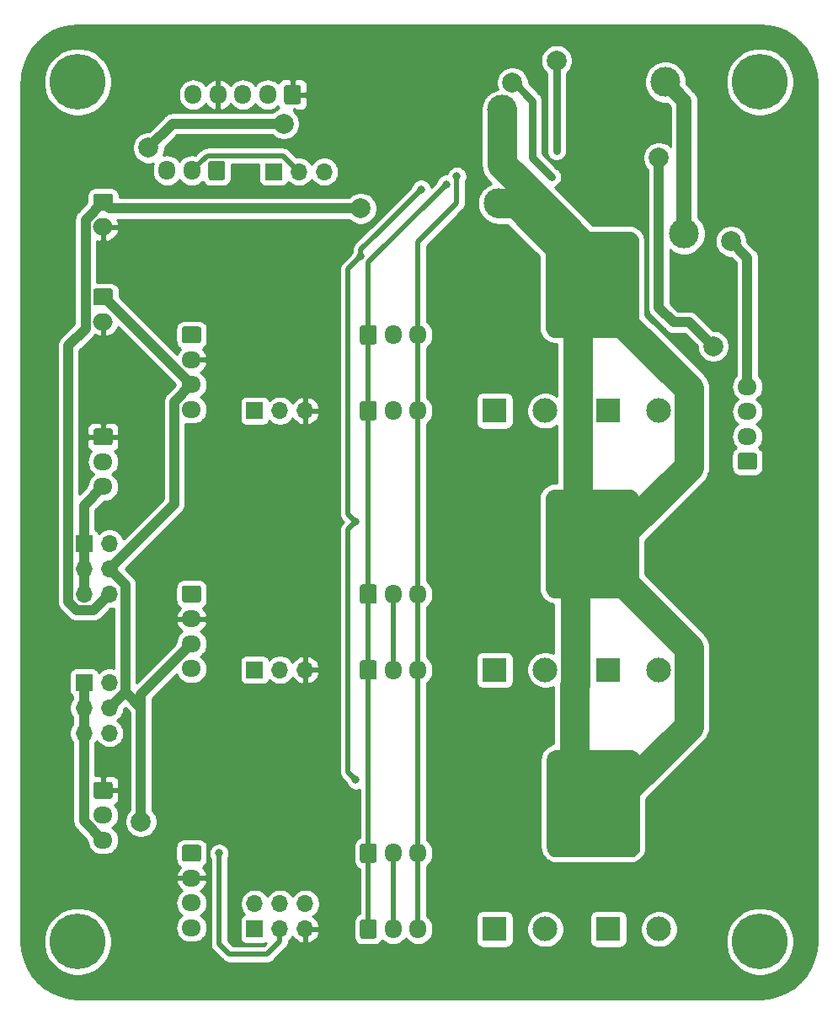
<source format=gbr>
%TF.GenerationSoftware,KiCad,Pcbnew,(5.1.9)-1*%
%TF.CreationDate,2021-01-06T12:08:29+00:00*%
%TF.ProjectId,switcherv0,73776974-6368-4657-9276-302e6b696361,rev?*%
%TF.SameCoordinates,Original*%
%TF.FileFunction,Copper,L2,Bot*%
%TF.FilePolarity,Positive*%
%FSLAX46Y46*%
G04 Gerber Fmt 4.6, Leading zero omitted, Abs format (unit mm)*
G04 Created by KiCad (PCBNEW (5.1.9)-1) date 2021-01-06 12:08:29*
%MOMM*%
%LPD*%
G01*
G04 APERTURE LIST*
%TA.AperFunction,ConnectorPad*%
%ADD10C,5.600000*%
%TD*%
%TA.AperFunction,ComponentPad*%
%ADD11C,3.600000*%
%TD*%
%TA.AperFunction,ComponentPad*%
%ADD12O,1.950000X1.700000*%
%TD*%
%TA.AperFunction,ComponentPad*%
%ADD13O,1.700000X1.700000*%
%TD*%
%TA.AperFunction,ComponentPad*%
%ADD14R,1.700000X1.700000*%
%TD*%
%TA.AperFunction,ComponentPad*%
%ADD15C,2.475000*%
%TD*%
%TA.AperFunction,ComponentPad*%
%ADD16R,2.475000X2.475000*%
%TD*%
%TA.AperFunction,ComponentPad*%
%ADD17O,1.700000X1.950000*%
%TD*%
%TA.AperFunction,ComponentPad*%
%ADD18O,2.000000X1.700000*%
%TD*%
%TA.AperFunction,ViaPad*%
%ADD19C,2.000000*%
%TD*%
%TA.AperFunction,ViaPad*%
%ADD20C,0.800000*%
%TD*%
%TA.AperFunction,ViaPad*%
%ADD21C,3.000000*%
%TD*%
%TA.AperFunction,ViaPad*%
%ADD22C,1.500000*%
%TD*%
%TA.AperFunction,Conductor*%
%ADD23C,1.000000*%
%TD*%
%TA.AperFunction,Conductor*%
%ADD24C,1.500000*%
%TD*%
%TA.AperFunction,Conductor*%
%ADD25C,3.000000*%
%TD*%
%TA.AperFunction,Conductor*%
%ADD26C,0.500000*%
%TD*%
%TA.AperFunction,Conductor*%
%ADD27C,0.750000*%
%TD*%
%TA.AperFunction,Conductor*%
%ADD28C,0.254000*%
%TD*%
%TA.AperFunction,Conductor*%
%ADD29C,0.100000*%
%TD*%
G04 APERTURE END LIST*
D10*
%TO.P,H3,1*%
%TO.N,N/C*%
X131347500Y-175410000D03*
D11*
X131347500Y-175410000D03*
%TD*%
D10*
%TO.P,H2,1*%
%TO.N,N/C*%
X131347500Y-89050000D03*
D11*
X131347500Y-89050000D03*
%TD*%
D10*
%TO.P,H1,1*%
%TO.N,N/C*%
X62767500Y-175410000D03*
D11*
X62767500Y-175410000D03*
%TD*%
D10*
%TO.P,H0,1*%
%TO.N,N/C*%
X62767500Y-89050000D03*
D11*
X62767500Y-89050000D03*
%TD*%
D12*
%TO.P,J21,3*%
%TO.N,Net-(J21-Pad3)*%
X65307500Y-165210000D03*
%TO.P,J21,2*%
%TO.N,/AUX0*%
X65307500Y-162710000D03*
%TO.P,J21,1*%
%TO.N,GND*%
%TA.AperFunction,ComponentPad*%
G36*
G01*
X64582500Y-159360000D02*
X66032500Y-159360000D01*
G75*
G02*
X66282500Y-159610000I0J-250000D01*
G01*
X66282500Y-160810000D01*
G75*
G02*
X66032500Y-161060000I-250000J0D01*
G01*
X64582500Y-161060000D01*
G75*
G02*
X64332500Y-160810000I0J250000D01*
G01*
X64332500Y-159610000D01*
G75*
G02*
X64582500Y-159360000I250000J0D01*
G01*
G37*
%TD.AperFunction*%
%TD*%
D13*
%TO.P,JP6,3*%
%TO.N,+3V3*%
X87532500Y-98067000D03*
%TO.P,JP6,2*%
%TO.N,/V_PROBE*%
X84992500Y-98067000D03*
D14*
%TO.P,JP6,1*%
%TO.N,+5V*%
X82452500Y-98067000D03*
%TD*%
D15*
%TO.P,J3,2*%
%TO.N,+24V*%
X121187500Y-174140000D03*
D16*
%TO.P,J3,1*%
%TO.N,Net-(J2-Pad1)*%
X116107500Y-174140000D03*
%TD*%
D15*
%TO.P,J2,2*%
%TO.N,+24V*%
X109757500Y-174140000D03*
D16*
%TO.P,J2,1*%
%TO.N,Net-(J2-Pad1)*%
X104677500Y-174140000D03*
%TD*%
D15*
%TO.P,J4,2*%
%TO.N,+24V*%
X121187500Y-148105000D03*
D16*
%TO.P,J4,1*%
%TO.N,Net-(J4-Pad1)*%
X116107500Y-148105000D03*
%TD*%
D15*
%TO.P,J5,2*%
%TO.N,+24V*%
X109757500Y-148105000D03*
D16*
%TO.P,J5,1*%
%TO.N,Net-(J4-Pad1)*%
X104677500Y-148105000D03*
%TD*%
D15*
%TO.P,J6,2*%
%TO.N,+24V*%
X109757500Y-122070000D03*
D16*
%TO.P,J6,1*%
%TO.N,Net-(J6-Pad1)*%
X104677500Y-122070000D03*
%TD*%
D15*
%TO.P,J7,2*%
%TO.N,+24V*%
X121187500Y-122070000D03*
D16*
%TO.P,J7,1*%
%TO.N,Net-(J6-Pad1)*%
X116107500Y-122070000D03*
%TD*%
D17*
%TO.P,J19,3*%
%TO.N,GND2*%
X71737500Y-97940000D03*
%TO.P,J19,2*%
%TO.N,/V_PROBE*%
X74237500Y-97940000D03*
%TO.P,J19,1*%
%TO.N,/PROBE*%
%TA.AperFunction,ComponentPad*%
G36*
G01*
X77587500Y-97215000D02*
X77587500Y-98665000D01*
G75*
G02*
X77337500Y-98915000I-250000J0D01*
G01*
X76137500Y-98915000D01*
G75*
G02*
X75887500Y-98665000I0J250000D01*
G01*
X75887500Y-97215000D01*
G75*
G02*
X76137500Y-96965000I250000J0D01*
G01*
X77337500Y-96965000D01*
G75*
G02*
X77587500Y-97215000I0J-250000D01*
G01*
G37*
%TD.AperFunction*%
%TD*%
%TO.P,J9,3*%
%TO.N,+3V3*%
X96977500Y-166520000D03*
%TO.P,J9,2*%
%TO.N,/THERM_0*%
X94477500Y-166520000D03*
%TO.P,J9,1*%
%TO.N,GND1*%
%TA.AperFunction,ComponentPad*%
G36*
G01*
X91127500Y-167245000D02*
X91127500Y-165795000D01*
G75*
G02*
X91377500Y-165545000I250000J0D01*
G01*
X92577500Y-165545000D01*
G75*
G02*
X92827500Y-165795000I0J-250000D01*
G01*
X92827500Y-167245000D01*
G75*
G02*
X92577500Y-167495000I-250000J0D01*
G01*
X91377500Y-167495000D01*
G75*
G02*
X91127500Y-167245000I0J250000D01*
G01*
G37*
%TD.AperFunction*%
%TD*%
D12*
%TO.P,J15,4*%
%TO.N,+24V*%
X74197500Y-147985000D03*
%TO.P,J15,3*%
%TO.N,+5V*%
X74197500Y-145485000D03*
%TO.P,J15,2*%
%TO.N,GND*%
X74197500Y-142985000D03*
%TO.P,J15,1*%
%TO.N,/Tool1Sig*%
%TA.AperFunction,ComponentPad*%
G36*
G01*
X73472500Y-139635000D02*
X74922500Y-139635000D01*
G75*
G02*
X75172500Y-139885000I0J-250000D01*
G01*
X75172500Y-141085000D01*
G75*
G02*
X74922500Y-141335000I-250000J0D01*
G01*
X73472500Y-141335000D01*
G75*
G02*
X73222500Y-141085000I0J250000D01*
G01*
X73222500Y-139885000D01*
G75*
G02*
X73472500Y-139635000I250000J0D01*
G01*
G37*
%TD.AperFunction*%
%TD*%
%TO.P,J1,4*%
%TO.N,/1B*%
X130077500Y-119650000D03*
%TO.P,J1,3*%
%TO.N,/2B*%
X130077500Y-122150000D03*
%TO.P,J1,2*%
%TO.N,/2A*%
X130077500Y-124650000D03*
%TO.P,J1,1*%
%TO.N,/1A*%
%TA.AperFunction,ComponentPad*%
G36*
G01*
X130802500Y-128000000D02*
X129352500Y-128000000D01*
G75*
G02*
X129102500Y-127750000I0J250000D01*
G01*
X129102500Y-126550000D01*
G75*
G02*
X129352500Y-126300000I250000J0D01*
G01*
X130802500Y-126300000D01*
G75*
G02*
X131052500Y-126550000I0J-250000D01*
G01*
X131052500Y-127750000D01*
G75*
G02*
X130802500Y-128000000I-250000J0D01*
G01*
G37*
%TD.AperFunction*%
%TD*%
%TO.P,J14,4*%
%TO.N,+24V*%
X74197500Y-174020000D03*
%TO.P,J14,3*%
%TO.N,+5V*%
X74197500Y-171520000D03*
%TO.P,J14,2*%
%TO.N,GND*%
X74197500Y-169020000D03*
%TO.P,J14,1*%
%TO.N,/Tool0Sig*%
%TA.AperFunction,ComponentPad*%
G36*
G01*
X73472500Y-165670000D02*
X74922500Y-165670000D01*
G75*
G02*
X75172500Y-165920000I0J-250000D01*
G01*
X75172500Y-167120000D01*
G75*
G02*
X74922500Y-167370000I-250000J0D01*
G01*
X73472500Y-167370000D01*
G75*
G02*
X73222500Y-167120000I0J250000D01*
G01*
X73222500Y-165920000D01*
G75*
G02*
X73472500Y-165670000I250000J0D01*
G01*
G37*
%TD.AperFunction*%
%TD*%
%TO.P,J16,4*%
%TO.N,+24V*%
X74197500Y-121950000D03*
%TO.P,J16,3*%
%TO.N,+5V*%
X74197500Y-119450000D03*
%TO.P,J16,2*%
%TO.N,GND*%
X74197500Y-116950000D03*
%TO.P,J16,1*%
%TO.N,/Tool2Sig*%
%TA.AperFunction,ComponentPad*%
G36*
G01*
X73472500Y-113600000D02*
X74922500Y-113600000D01*
G75*
G02*
X75172500Y-113850000I0J-250000D01*
G01*
X75172500Y-115050000D01*
G75*
G02*
X74922500Y-115300000I-250000J0D01*
G01*
X73472500Y-115300000D01*
G75*
G02*
X73222500Y-115050000I0J250000D01*
G01*
X73222500Y-113850000D01*
G75*
G02*
X73472500Y-113600000I250000J0D01*
G01*
G37*
%TD.AperFunction*%
%TD*%
%TO.P,J22,3*%
%TO.N,Net-(J22-Pad3)*%
X65307500Y-129690000D03*
%TO.P,J22,2*%
%TO.N,/AUX1*%
X65307500Y-127190000D03*
%TO.P,J22,1*%
%TO.N,GND*%
%TA.AperFunction,ComponentPad*%
G36*
G01*
X64582500Y-123840000D02*
X66032500Y-123840000D01*
G75*
G02*
X66282500Y-124090000I0J-250000D01*
G01*
X66282500Y-125290000D01*
G75*
G02*
X66032500Y-125540000I-250000J0D01*
G01*
X64582500Y-125540000D01*
G75*
G02*
X64332500Y-125290000I0J250000D01*
G01*
X64332500Y-124090000D01*
G75*
G02*
X64582500Y-123840000I250000J0D01*
G01*
G37*
%TD.AperFunction*%
%TD*%
D13*
%TO.P,JP5,6*%
%TO.N,+3V3*%
X65942500Y-140485000D03*
%TO.P,JP5,5*%
%TO.N,Net-(J22-Pad3)*%
X63402500Y-140485000D03*
%TO.P,JP5,4*%
%TO.N,+5V*%
X65942500Y-137945000D03*
%TO.P,JP5,3*%
%TO.N,Net-(J22-Pad3)*%
X63402500Y-137945000D03*
%TO.P,JP5,2*%
%TO.N,+24V*%
X65942500Y-135405000D03*
D14*
%TO.P,JP5,1*%
%TO.N,Net-(J22-Pad3)*%
X63402500Y-135405000D03*
%TD*%
D13*
%TO.P,JP4,6*%
%TO.N,+3V3*%
X65942500Y-154455000D03*
%TO.P,JP4,5*%
%TO.N,Net-(J21-Pad3)*%
X63402500Y-154455000D03*
%TO.P,JP4,4*%
%TO.N,+5V*%
X65942500Y-151915000D03*
%TO.P,JP4,3*%
%TO.N,Net-(J21-Pad3)*%
X63402500Y-151915000D03*
%TO.P,JP4,2*%
%TO.N,+24V*%
X65942500Y-149375000D03*
D14*
%TO.P,JP4,1*%
%TO.N,Net-(J21-Pad3)*%
X63402500Y-149375000D03*
%TD*%
D17*
%TO.P,J20,5*%
%TO.N,/PROBE*%
X74357500Y-90320000D03*
%TO.P,J20,4*%
%TO.N,GND*%
X76857500Y-90320000D03*
%TO.P,J20,3*%
%TO.N,/SERVO*%
X79357500Y-90320000D03*
%TO.P,J20,2*%
%TO.N,+5V*%
X81857500Y-90320000D03*
%TO.P,J20,1*%
%TO.N,GND*%
%TA.AperFunction,ComponentPad*%
G36*
G01*
X85207500Y-89595000D02*
X85207500Y-91045000D01*
G75*
G02*
X84957500Y-91295000I-250000J0D01*
G01*
X83757500Y-91295000D01*
G75*
G02*
X83507500Y-91045000I0J250000D01*
G01*
X83507500Y-89595000D01*
G75*
G02*
X83757500Y-89345000I250000J0D01*
G01*
X84957500Y-89345000D01*
G75*
G02*
X85207500Y-89595000I0J-250000D01*
G01*
G37*
%TD.AperFunction*%
%TD*%
D18*
%TO.P,J17,2*%
%TO.N,GND*%
X65307500Y-113140000D03*
%TO.P,J17,1*%
%TO.N,+5V*%
%TA.AperFunction,ComponentPad*%
G36*
G01*
X64557500Y-109790000D02*
X66057500Y-109790000D01*
G75*
G02*
X66307500Y-110040000I0J-250000D01*
G01*
X66307500Y-111240000D01*
G75*
G02*
X66057500Y-111490000I-250000J0D01*
G01*
X64557500Y-111490000D01*
G75*
G02*
X64307500Y-111240000I0J250000D01*
G01*
X64307500Y-110040000D01*
G75*
G02*
X64557500Y-109790000I250000J0D01*
G01*
G37*
%TD.AperFunction*%
%TD*%
D17*
%TO.P,J12,3*%
%TO.N,+3V3*%
X96977500Y-114450000D03*
%TO.P,J12,2*%
%TO.N,/THERM_2*%
X94477500Y-114450000D03*
%TO.P,J12,1*%
%TO.N,GND1*%
%TA.AperFunction,ComponentPad*%
G36*
G01*
X91127500Y-115175000D02*
X91127500Y-113725000D01*
G75*
G02*
X91377500Y-113475000I250000J0D01*
G01*
X92577500Y-113475000D01*
G75*
G02*
X92827500Y-113725000I0J-250000D01*
G01*
X92827500Y-115175000D01*
G75*
G02*
X92577500Y-115425000I-250000J0D01*
G01*
X91377500Y-115425000D01*
G75*
G02*
X91127500Y-115175000I0J250000D01*
G01*
G37*
%TD.AperFunction*%
%TD*%
%TO.P,J10,3*%
%TO.N,+3V3*%
X96977500Y-148105000D03*
%TO.P,J10,2*%
%TO.N,/THERM_1*%
X94477500Y-148105000D03*
%TO.P,J10,1*%
%TO.N,GND1*%
%TA.AperFunction,ComponentPad*%
G36*
G01*
X91127500Y-148830000D02*
X91127500Y-147380000D01*
G75*
G02*
X91377500Y-147130000I250000J0D01*
G01*
X92577500Y-147130000D01*
G75*
G02*
X92827500Y-147380000I0J-250000D01*
G01*
X92827500Y-148830000D01*
G75*
G02*
X92577500Y-149080000I-250000J0D01*
G01*
X91377500Y-149080000D01*
G75*
G02*
X91127500Y-148830000I0J250000D01*
G01*
G37*
%TD.AperFunction*%
%TD*%
%TO.P,J8,3*%
%TO.N,+3V3*%
X96977500Y-174140000D03*
%TO.P,J8,2*%
%TO.N,/THERM_0*%
X94477500Y-174140000D03*
%TO.P,J8,1*%
%TO.N,GND1*%
%TA.AperFunction,ComponentPad*%
G36*
G01*
X91127500Y-174865000D02*
X91127500Y-173415000D01*
G75*
G02*
X91377500Y-173165000I250000J0D01*
G01*
X92577500Y-173165000D01*
G75*
G02*
X92827500Y-173415000I0J-250000D01*
G01*
X92827500Y-174865000D01*
G75*
G02*
X92577500Y-175115000I-250000J0D01*
G01*
X91377500Y-175115000D01*
G75*
G02*
X91127500Y-174865000I0J250000D01*
G01*
G37*
%TD.AperFunction*%
%TD*%
D13*
%TO.P,JP0,6*%
%TO.N,/TOOL0_LOGIC*%
X85627500Y-171600000D03*
%TO.P,JP0,5*%
%TO.N,GND*%
X85627500Y-174140000D03*
%TO.P,JP0,4*%
%TO.N,/TOOL0_LOGIC*%
X83087500Y-171600000D03*
%TO.P,JP0,3*%
%TO.N,/Tool0Sig*%
X83087500Y-174140000D03*
%TO.P,JP0,2*%
%TO.N,/TOOL0_LOGIC*%
X80547500Y-171600000D03*
D14*
%TO.P,JP0,1*%
%TO.N,+5V*%
X80547500Y-174140000D03*
%TD*%
D17*
%TO.P,J13,3*%
%TO.N,+3V3*%
X96977500Y-122070000D03*
%TO.P,J13,2*%
%TO.N,/THERM_2*%
X94477500Y-122070000D03*
%TO.P,J13,1*%
%TO.N,GND1*%
%TA.AperFunction,ComponentPad*%
G36*
G01*
X91127500Y-122795000D02*
X91127500Y-121345000D01*
G75*
G02*
X91377500Y-121095000I250000J0D01*
G01*
X92577500Y-121095000D01*
G75*
G02*
X92827500Y-121345000I0J-250000D01*
G01*
X92827500Y-122795000D01*
G75*
G02*
X92577500Y-123045000I-250000J0D01*
G01*
X91377500Y-123045000D01*
G75*
G02*
X91127500Y-122795000I0J250000D01*
G01*
G37*
%TD.AperFunction*%
%TD*%
%TO.P,J11,3*%
%TO.N,+3V3*%
X96977500Y-140485000D03*
%TO.P,J11,2*%
%TO.N,/THERM_1*%
X94477500Y-140485000D03*
%TO.P,J11,1*%
%TO.N,GND1*%
%TA.AperFunction,ComponentPad*%
G36*
G01*
X91127500Y-141210000D02*
X91127500Y-139760000D01*
G75*
G02*
X91377500Y-139510000I250000J0D01*
G01*
X92577500Y-139510000D01*
G75*
G02*
X92827500Y-139760000I0J-250000D01*
G01*
X92827500Y-141210000D01*
G75*
G02*
X92577500Y-141460000I-250000J0D01*
G01*
X91377500Y-141460000D01*
G75*
G02*
X91127500Y-141210000I0J250000D01*
G01*
G37*
%TD.AperFunction*%
%TD*%
D18*
%TO.P,J18,2*%
%TO.N,GND*%
X65307500Y-103615000D03*
%TO.P,J18,1*%
%TO.N,+3V3*%
%TA.AperFunction,ComponentPad*%
G36*
G01*
X64557500Y-100265000D02*
X66057500Y-100265000D01*
G75*
G02*
X66307500Y-100515000I0J-250000D01*
G01*
X66307500Y-101715000D01*
G75*
G02*
X66057500Y-101965000I-250000J0D01*
G01*
X64557500Y-101965000D01*
G75*
G02*
X64307500Y-101715000I0J250000D01*
G01*
X64307500Y-100515000D01*
G75*
G02*
X64557500Y-100265000I250000J0D01*
G01*
G37*
%TD.AperFunction*%
%TD*%
D14*
%TO.P,JP1,1*%
%TO.N,/Tool1Sig*%
X80547500Y-148105000D03*
D13*
%TO.P,JP1,2*%
%TO.N,/TOOL1_LOGIC*%
X83087500Y-148105000D03*
%TO.P,JP1,3*%
%TO.N,GND*%
X85627500Y-148105000D03*
%TD*%
%TO.P,JP2,3*%
%TO.N,GND*%
X85627500Y-122070000D03*
%TO.P,JP2,2*%
%TO.N,/TOOL2_LOGIC*%
X83087500Y-122070000D03*
D14*
%TO.P,JP2,1*%
%TO.N,/Tool2Sig*%
X80547500Y-122070000D03*
%TD*%
D19*
%TO.N,GND*%
X102518500Y-90447000D03*
D20*
X86360000Y-111125000D03*
X100330000Y-113030000D03*
X100330000Y-116840000D03*
X100330000Y-120650000D03*
X104775000Y-104775000D03*
X66675000Y-116205000D03*
X69850000Y-119380000D03*
X65405000Y-121285000D03*
X84455000Y-128905000D03*
X80645000Y-128905000D03*
X76835000Y-128905000D03*
X69850000Y-126365000D03*
X81915000Y-104775000D03*
X86360000Y-99695000D03*
X76200000Y-95250000D03*
X87630000Y-90170000D03*
X100330000Y-90170000D03*
X127000000Y-88900000D03*
X67310000Y-88900000D03*
X100330000Y-127000000D03*
X104775000Y-127000000D03*
X100330000Y-153035000D03*
X104775000Y-153035000D03*
X100330000Y-146685000D03*
X100330000Y-142875000D03*
X100330000Y-139065000D03*
X100330000Y-172720000D03*
X100330000Y-168910000D03*
X100330000Y-165100000D03*
X86360000Y-137160000D03*
X86360000Y-163195000D03*
X78740000Y-169545000D03*
X80645000Y-154940000D03*
X76835000Y-154940000D03*
X84455000Y-154940000D03*
X66675000Y-157480000D03*
X67310000Y-175260000D03*
X126365000Y-175895000D03*
X67310000Y-98425000D03*
X93980000Y-99060000D03*
D19*
%TO.N,/1B*%
X128426500Y-105052000D03*
%TO.N,/2B*%
X126648500Y-115593000D03*
X121187500Y-96670000D03*
D21*
%TO.N,+24V*%
X123727500Y-104290000D03*
X121822500Y-89050000D03*
D22*
%TO.N,/HEATER_OUT*%
X112551500Y-139342000D03*
X115091500Y-139342000D03*
X117631500Y-139342000D03*
X116361500Y-136802000D03*
X111281500Y-136802000D03*
X113821500Y-136802000D03*
X117631500Y-134262000D03*
X115091500Y-134262000D03*
X112551500Y-134262000D03*
X116361500Y-131722000D03*
X113821500Y-131722000D03*
X111281500Y-131722000D03*
X117758500Y-165250000D03*
X115218500Y-165250000D03*
X112678500Y-165250000D03*
X111408500Y-162710000D03*
X113948500Y-162710000D03*
X116488500Y-162710000D03*
X117758500Y-160170000D03*
X115218500Y-160170000D03*
X112678500Y-160170000D03*
X116488500Y-157630000D03*
X113948500Y-157630000D03*
X111408500Y-157630000D03*
X117377500Y-113053000D03*
X114837500Y-113053000D03*
X112297500Y-113053000D03*
X111027500Y-110513000D03*
X113567500Y-110513000D03*
X116107500Y-110513000D03*
X117377500Y-107973000D03*
X114837500Y-107973000D03*
X112297500Y-107973000D03*
X116107500Y-105433000D03*
X113567500Y-105433000D03*
X111027500Y-105433000D03*
D21*
X105058500Y-101242000D03*
X105439500Y-91844000D03*
D19*
%TO.N,+5V*%
X83469500Y-93240000D03*
X69879500Y-95654000D03*
X69117500Y-163345000D03*
D20*
%TO.N,GND1*%
X99812500Y-99323500D03*
%TO.N,/THERM_OUT*%
X90707500Y-159154000D03*
X90707500Y-133246000D03*
X91215500Y-106576000D03*
X97282000Y-99822000D03*
%TO.N,/Tool0Sig*%
X76970000Y-166520000D03*
D19*
%TO.N,+3V3*%
X91215500Y-101750000D03*
D20*
X100867500Y-98522500D03*
%TO.N,/AUX1*%
X110392500Y-98575000D03*
D19*
X106443776Y-89119362D03*
%TO.N,/AUX0*%
X110900500Y-86891000D03*
%TD*%
D23*
%TO.N,/1B*%
X130077500Y-106703000D02*
X128426500Y-105052000D01*
X130077500Y-119650000D02*
X130077500Y-106703000D01*
%TO.N,/2B*%
X122637501Y-113180000D02*
X124235500Y-113180000D01*
X124235500Y-113180000D02*
X126648500Y-115593000D01*
X121187500Y-96670000D02*
X121187500Y-111729999D01*
X121187500Y-111729999D02*
X122637501Y-113180000D01*
D24*
%TO.N,+24V*%
X123727500Y-90955000D02*
X123727500Y-104290000D01*
X121822500Y-89050000D02*
X123727500Y-90955000D01*
D25*
%TO.N,/HEATER_OUT*%
X112695001Y-134118499D02*
X112551500Y-134262000D01*
X112297500Y-113053000D02*
X112695001Y-113450501D01*
X112695001Y-160153499D02*
X112678500Y-160170000D01*
D24*
X105439500Y-92479000D02*
X105439500Y-91844000D01*
D25*
X113047499Y-133766001D02*
X112695001Y-134118499D01*
X113047499Y-113802999D02*
X113047499Y-133766001D01*
X112297500Y-113053000D02*
X113047499Y-113802999D01*
X112745001Y-139535501D02*
X112551500Y-139342000D01*
X112745001Y-149539001D02*
X112745001Y-139535501D01*
X112678500Y-149605502D02*
X112745001Y-149539001D01*
X112678500Y-160170000D02*
X112678500Y-149605502D01*
X124175001Y-127718499D02*
X117631500Y-134262000D01*
X124175001Y-119850501D02*
X124175001Y-127718499D01*
X117377500Y-113053000D02*
X124175001Y-119850501D01*
X124175001Y-153753499D02*
X117758500Y-160170000D01*
X124175001Y-145885501D02*
X124175001Y-153753499D01*
X117631500Y-139342000D02*
X124175001Y-145885501D01*
X106836500Y-101242000D02*
X111027500Y-105433000D01*
X105058500Y-101242000D02*
X106836500Y-101242000D01*
X113567500Y-105433000D02*
X108591500Y-100457000D01*
X105439500Y-97305000D02*
X108591500Y-100457000D01*
X105439500Y-91844000D02*
X105439500Y-97305000D01*
D23*
%TO.N,+5V*%
X65387500Y-110640000D02*
X74197500Y-119450000D01*
X65307500Y-110640000D02*
X65387500Y-110640000D01*
X72293500Y-93240000D02*
X69879500Y-95654000D01*
X83469500Y-93240000D02*
X72293500Y-93240000D01*
X67542501Y-150314999D02*
X65942500Y-151915000D01*
X67542501Y-139545001D02*
X67542501Y-150314999D01*
X65942500Y-137945000D02*
X67542501Y-139545001D01*
X69117500Y-151889998D02*
X67542501Y-150314999D01*
X69117500Y-150565000D02*
X69117500Y-151889998D01*
X74197500Y-145485000D02*
X69117500Y-150565000D01*
X72472490Y-131415010D02*
X65942500Y-137945000D01*
X72472490Y-121175010D02*
X72472490Y-131415010D01*
X74197500Y-119450000D02*
X72472490Y-121175010D01*
X69117500Y-163345000D02*
X69117500Y-151889998D01*
D26*
%TO.N,GND1*%
X91977500Y-166520000D02*
X91977500Y-174140000D01*
X91977500Y-148105000D02*
X91977500Y-140485000D01*
X91977500Y-166520000D02*
X91977500Y-114450000D01*
X99060000Y-100076000D02*
X99812500Y-99323500D01*
X91977500Y-107158500D02*
X99060000Y-100076000D01*
X91977500Y-114450000D02*
X91977500Y-107158500D01*
%TO.N,/THERM_OUT*%
X89945500Y-132484000D02*
X89945500Y-117498000D01*
X89945500Y-117498000D02*
X89945500Y-107846000D01*
X89945500Y-107846000D02*
X91215500Y-106576000D01*
X90707500Y-133246000D02*
X89945500Y-132484000D01*
X90707500Y-159154000D02*
X89945500Y-158392000D01*
X89945500Y-158392000D02*
X89945500Y-142136000D01*
X89945500Y-142136000D02*
X89945500Y-134008000D01*
X89945500Y-134008000D02*
X90707500Y-133246000D01*
X97282000Y-99822000D02*
X92964000Y-104140000D01*
X91215500Y-105888500D02*
X92964000Y-104140000D01*
X91215500Y-106576000D02*
X91215500Y-105888500D01*
%TO.N,/Tool0Sig*%
X83087500Y-174140000D02*
X83087500Y-175410000D01*
X83087500Y-175410000D02*
X81817500Y-176680000D01*
X81817500Y-176680000D02*
X78007500Y-176680000D01*
X76970000Y-175642500D02*
X76970000Y-166520000D01*
X78007500Y-176680000D02*
X76970000Y-175642500D01*
%TO.N,+3V3*%
X96977500Y-166520000D02*
X96977500Y-174140000D01*
X96977500Y-140485000D02*
X96977500Y-148105000D01*
X96977500Y-166520000D02*
X96977500Y-114450000D01*
D23*
X65942500Y-101750000D02*
X65307500Y-101115000D01*
X91215500Y-101750000D02*
X65942500Y-101750000D01*
X64342499Y-142085001D02*
X65942500Y-140485000D01*
X62634499Y-142085001D02*
X64342499Y-142085001D01*
X61802499Y-141253001D02*
X62634499Y-142085001D01*
X61802499Y-115557736D02*
X61802499Y-141253001D01*
X63557490Y-113802745D02*
X61802499Y-115557736D01*
X63557490Y-102865010D02*
X63557490Y-113802745D01*
X65307500Y-101115000D02*
X63557490Y-102865010D01*
D26*
X96977500Y-105132000D02*
X100867500Y-101242000D01*
X96977500Y-114450000D02*
X96977500Y-105132000D01*
X100867500Y-101242000D02*
X100867500Y-98522500D01*
%TO.N,/THERM_0*%
X94477500Y-166520000D02*
X94477500Y-174140000D01*
%TO.N,/V_PROBE*%
X75662510Y-96514990D02*
X74237500Y-97940000D01*
X84992500Y-98067000D02*
X83440490Y-96514990D01*
X83390490Y-96464990D02*
X83440490Y-96514990D01*
X75826832Y-96464990D02*
X83390490Y-96464990D01*
X75776832Y-96514990D02*
X75826832Y-96464990D01*
X75662510Y-96514990D02*
X75776832Y-96514990D01*
D27*
%TO.N,/AUX1*%
X110392500Y-98575000D02*
X108487500Y-96670000D01*
X108487500Y-96670000D02*
X108487500Y-90955000D01*
X108487500Y-90955000D02*
X106582500Y-89050000D01*
X106513138Y-89050000D02*
X106443776Y-89119362D01*
X106582500Y-89050000D02*
X106513138Y-89050000D01*
%TO.N,/AUX0*%
X110900500Y-86891000D02*
X110900500Y-95971500D01*
D26*
%TO.N,/THERM_1*%
X94477500Y-140485000D02*
X94477500Y-148105000D01*
D23*
%TO.N,Net-(J21-Pad3)*%
X63402500Y-149375000D02*
X63402500Y-154455000D01*
X65307500Y-165027045D02*
X65307500Y-165210000D01*
X63402500Y-163305000D02*
X65307500Y-165210000D01*
X63402500Y-154455000D02*
X63402500Y-163305000D01*
%TO.N,Net-(J22-Pad3)*%
X63402500Y-135405000D02*
X63402500Y-140485000D01*
X63402500Y-131595000D02*
X65307500Y-129690000D01*
X63402500Y-135405000D02*
X63402500Y-131595000D01*
%TD*%
D28*
%TO.N,/HEATER_OUT*%
X118325689Y-104180376D02*
X118489350Y-104230022D01*
X118640172Y-104310638D01*
X118772370Y-104419130D01*
X118880862Y-104551328D01*
X118961478Y-104702150D01*
X119011124Y-104865811D01*
X119028500Y-105042234D01*
X119028500Y-113697766D01*
X119011124Y-113874189D01*
X118961478Y-114037850D01*
X118880862Y-114188672D01*
X118772370Y-114320870D01*
X118640172Y-114429362D01*
X118489350Y-114509978D01*
X118325689Y-114559624D01*
X118149266Y-114577000D01*
X110763734Y-114577000D01*
X110587311Y-114559624D01*
X110423650Y-114509978D01*
X110272828Y-114429362D01*
X110140630Y-114320870D01*
X110032138Y-114188672D01*
X109951522Y-114037850D01*
X109901876Y-113874189D01*
X109884500Y-113697766D01*
X109884500Y-105042234D01*
X109901876Y-104865811D01*
X109951522Y-104702150D01*
X110032138Y-104551328D01*
X110140630Y-104419130D01*
X110272828Y-104310638D01*
X110423650Y-104230022D01*
X110587311Y-104180376D01*
X110763734Y-104163000D01*
X118149266Y-104163000D01*
X118325689Y-104180376D01*
%TA.AperFunction,Conductor*%
D29*
G36*
X118325689Y-104180376D02*
G01*
X118489350Y-104230022D01*
X118640172Y-104310638D01*
X118772370Y-104419130D01*
X118880862Y-104551328D01*
X118961478Y-104702150D01*
X119011124Y-104865811D01*
X119028500Y-105042234D01*
X119028500Y-113697766D01*
X119011124Y-113874189D01*
X118961478Y-114037850D01*
X118880862Y-114188672D01*
X118772370Y-114320870D01*
X118640172Y-114429362D01*
X118489350Y-114509978D01*
X118325689Y-114559624D01*
X118149266Y-114577000D01*
X110763734Y-114577000D01*
X110587311Y-114559624D01*
X110423650Y-114509978D01*
X110272828Y-114429362D01*
X110140630Y-114320870D01*
X110032138Y-114188672D01*
X109951522Y-114037850D01*
X109901876Y-113874189D01*
X109884500Y-113697766D01*
X109884500Y-105042234D01*
X109901876Y-104865811D01*
X109951522Y-104702150D01*
X110032138Y-104551328D01*
X110140630Y-104419130D01*
X110272828Y-104310638D01*
X110423650Y-104230022D01*
X110587311Y-104180376D01*
X110763734Y-104163000D01*
X118149266Y-104163000D01*
X118325689Y-104180376D01*
G37*
%TD.AperFunction*%
%TD*%
D28*
%TO.N,/HEATER_OUT*%
X118325689Y-130088376D02*
X118489350Y-130138022D01*
X118640172Y-130218638D01*
X118772370Y-130327130D01*
X118880862Y-130459328D01*
X118961478Y-130610150D01*
X119011124Y-130773811D01*
X119028500Y-130950234D01*
X119028500Y-139859766D01*
X119011124Y-140036189D01*
X118961478Y-140199850D01*
X118880862Y-140350672D01*
X118772370Y-140482870D01*
X118640172Y-140591362D01*
X118489350Y-140671978D01*
X118325689Y-140721624D01*
X118149266Y-140739000D01*
X110763734Y-140739000D01*
X110587311Y-140721624D01*
X110423650Y-140671978D01*
X110272828Y-140591362D01*
X110140630Y-140482870D01*
X110032138Y-140350672D01*
X109951522Y-140199850D01*
X109901876Y-140036189D01*
X109884500Y-139859766D01*
X109884500Y-130950234D01*
X109901876Y-130773811D01*
X109951522Y-130610150D01*
X110032138Y-130459328D01*
X110140630Y-130327130D01*
X110272828Y-130218638D01*
X110423650Y-130138022D01*
X110587311Y-130088376D01*
X110763734Y-130071000D01*
X118149266Y-130071000D01*
X118325689Y-130088376D01*
%TA.AperFunction,Conductor*%
D29*
G36*
X118325689Y-130088376D02*
G01*
X118489350Y-130138022D01*
X118640172Y-130218638D01*
X118772370Y-130327130D01*
X118880862Y-130459328D01*
X118961478Y-130610150D01*
X119011124Y-130773811D01*
X119028500Y-130950234D01*
X119028500Y-139859766D01*
X119011124Y-140036189D01*
X118961478Y-140199850D01*
X118880862Y-140350672D01*
X118772370Y-140482870D01*
X118640172Y-140591362D01*
X118489350Y-140671978D01*
X118325689Y-140721624D01*
X118149266Y-140739000D01*
X110763734Y-140739000D01*
X110587311Y-140721624D01*
X110423650Y-140671978D01*
X110272828Y-140591362D01*
X110140630Y-140482870D01*
X110032138Y-140350672D01*
X109951522Y-140199850D01*
X109901876Y-140036189D01*
X109884500Y-139859766D01*
X109884500Y-130950234D01*
X109901876Y-130773811D01*
X109951522Y-130610150D01*
X110032138Y-130459328D01*
X110140630Y-130327130D01*
X110272828Y-130218638D01*
X110423650Y-130138022D01*
X110587311Y-130088376D01*
X110763734Y-130071000D01*
X118149266Y-130071000D01*
X118325689Y-130088376D01*
G37*
%TD.AperFunction*%
%TD*%
D28*
%TO.N,/HEATER_OUT*%
X118452689Y-156250376D02*
X118616350Y-156300022D01*
X118767172Y-156380638D01*
X118899370Y-156489130D01*
X119007862Y-156621328D01*
X119088478Y-156772150D01*
X119138124Y-156935811D01*
X119155500Y-157112234D01*
X119155500Y-165894766D01*
X119138124Y-166071189D01*
X119088478Y-166234850D01*
X119007862Y-166385672D01*
X118899370Y-166517870D01*
X118767172Y-166626362D01*
X118616350Y-166706978D01*
X118452689Y-166756624D01*
X118276266Y-166774000D01*
X110890734Y-166774000D01*
X110714311Y-166756624D01*
X110550650Y-166706978D01*
X110399828Y-166626362D01*
X110267630Y-166517870D01*
X110159138Y-166385672D01*
X110078522Y-166234850D01*
X110028876Y-166071189D01*
X110011500Y-165894766D01*
X110011500Y-157112234D01*
X110028876Y-156935811D01*
X110078522Y-156772150D01*
X110159138Y-156621328D01*
X110267630Y-156489130D01*
X110399828Y-156380638D01*
X110550650Y-156300022D01*
X110714311Y-156250376D01*
X110890734Y-156233000D01*
X118276266Y-156233000D01*
X118452689Y-156250376D01*
%TA.AperFunction,Conductor*%
D29*
G36*
X118452689Y-156250376D02*
G01*
X118616350Y-156300022D01*
X118767172Y-156380638D01*
X118899370Y-156489130D01*
X119007862Y-156621328D01*
X119088478Y-156772150D01*
X119138124Y-156935811D01*
X119155500Y-157112234D01*
X119155500Y-165894766D01*
X119138124Y-166071189D01*
X119088478Y-166234850D01*
X119007862Y-166385672D01*
X118899370Y-166517870D01*
X118767172Y-166626362D01*
X118616350Y-166706978D01*
X118452689Y-166756624D01*
X118276266Y-166774000D01*
X110890734Y-166774000D01*
X110714311Y-166756624D01*
X110550650Y-166706978D01*
X110399828Y-166626362D01*
X110267630Y-166517870D01*
X110159138Y-166385672D01*
X110078522Y-166234850D01*
X110028876Y-166071189D01*
X110011500Y-165894766D01*
X110011500Y-157112234D01*
X110028876Y-156935811D01*
X110078522Y-156772150D01*
X110159138Y-156621328D01*
X110267630Y-156489130D01*
X110399828Y-156380638D01*
X110550650Y-156300022D01*
X110714311Y-156250376D01*
X110890734Y-156233000D01*
X118276266Y-156233000D01*
X118452689Y-156250376D01*
G37*
%TD.AperFunction*%
%TD*%
D28*
%TO.N,GND*%
X132237291Y-83432068D02*
X133105178Y-83640430D01*
X133929775Y-83981989D01*
X134690799Y-84448345D01*
X135369494Y-85028006D01*
X135949155Y-85706701D01*
X136415509Y-86467720D01*
X136757070Y-87292322D01*
X136965431Y-88160207D01*
X137037500Y-89075926D01*
X137037501Y-175384061D01*
X136965431Y-176299793D01*
X136757070Y-177167678D01*
X136415509Y-177992280D01*
X135949155Y-178753299D01*
X135369494Y-179431994D01*
X134690799Y-180011655D01*
X133929775Y-180478011D01*
X133105178Y-180819570D01*
X132237291Y-181027932D01*
X131321574Y-181100000D01*
X62793426Y-181100000D01*
X61877707Y-181027931D01*
X61009822Y-180819570D01*
X60185220Y-180478009D01*
X59424201Y-180011655D01*
X58745506Y-179431994D01*
X58165845Y-178753299D01*
X57699489Y-177992275D01*
X57357930Y-177167678D01*
X57149568Y-176299791D01*
X57077500Y-175384074D01*
X57077500Y-175071682D01*
X59332500Y-175071682D01*
X59332500Y-175748318D01*
X59464506Y-176411952D01*
X59723443Y-177037082D01*
X60099362Y-177599685D01*
X60577815Y-178078138D01*
X61140418Y-178454057D01*
X61765548Y-178712994D01*
X62429182Y-178845000D01*
X63105818Y-178845000D01*
X63769452Y-178712994D01*
X64394582Y-178454057D01*
X64957185Y-178078138D01*
X65435638Y-177599685D01*
X65811557Y-177037082D01*
X66070494Y-176411952D01*
X66202500Y-175748318D01*
X66202500Y-175071682D01*
X66070494Y-174408048D01*
X65811557Y-173782918D01*
X65435638Y-173220315D01*
X64957185Y-172741862D01*
X64394582Y-172365943D01*
X63769452Y-172107006D01*
X63105818Y-171975000D01*
X62429182Y-171975000D01*
X61765548Y-172107006D01*
X61140418Y-172365943D01*
X60577815Y-172741862D01*
X60099362Y-173220315D01*
X59723443Y-173782918D01*
X59464506Y-174408048D01*
X59332500Y-175071682D01*
X57077500Y-175071682D01*
X57077500Y-171520000D01*
X72580315Y-171520000D01*
X72608987Y-171811111D01*
X72693901Y-172091034D01*
X72831794Y-172349014D01*
X73017366Y-172575134D01*
X73243486Y-172760706D01*
X73260874Y-172770000D01*
X73243486Y-172779294D01*
X73017366Y-172964866D01*
X72831794Y-173190986D01*
X72693901Y-173448966D01*
X72608987Y-173728889D01*
X72580315Y-174020000D01*
X72608987Y-174311111D01*
X72693901Y-174591034D01*
X72831794Y-174849014D01*
X73017366Y-175075134D01*
X73243486Y-175260706D01*
X73501466Y-175398599D01*
X73781389Y-175483513D01*
X73999550Y-175505000D01*
X74395450Y-175505000D01*
X74613611Y-175483513D01*
X74893534Y-175398599D01*
X75151514Y-175260706D01*
X75377634Y-175075134D01*
X75563206Y-174849014D01*
X75701099Y-174591034D01*
X75786013Y-174311111D01*
X75814685Y-174020000D01*
X75786013Y-173728889D01*
X75701099Y-173448966D01*
X75563206Y-173190986D01*
X75377634Y-172964866D01*
X75151514Y-172779294D01*
X75134126Y-172770000D01*
X75151514Y-172760706D01*
X75377634Y-172575134D01*
X75563206Y-172349014D01*
X75701099Y-172091034D01*
X75786013Y-171811111D01*
X75814685Y-171520000D01*
X75786013Y-171228889D01*
X75701099Y-170948966D01*
X75563206Y-170690986D01*
X75377634Y-170464866D01*
X75151514Y-170279294D01*
X75125778Y-170265538D01*
X75331929Y-170109049D01*
X75524996Y-169891193D01*
X75671852Y-169639858D01*
X75763976Y-169376890D01*
X75642655Y-169147000D01*
X74324500Y-169147000D01*
X74324500Y-169167000D01*
X74070500Y-169167000D01*
X74070500Y-169147000D01*
X72752345Y-169147000D01*
X72631024Y-169376890D01*
X72723148Y-169639858D01*
X72870004Y-169891193D01*
X73063071Y-170109049D01*
X73269222Y-170265538D01*
X73243486Y-170279294D01*
X73017366Y-170464866D01*
X72831794Y-170690986D01*
X72693901Y-170948966D01*
X72608987Y-171228889D01*
X72580315Y-171520000D01*
X57077500Y-171520000D01*
X57077500Y-115557736D01*
X60662008Y-115557736D01*
X60667499Y-115613487D01*
X60667500Y-141197239D01*
X60662008Y-141253001D01*
X60683922Y-141475499D01*
X60748823Y-141689447D01*
X60748824Y-141689448D01*
X60854216Y-141886624D01*
X60996051Y-142059450D01*
X61039358Y-142094991D01*
X61792512Y-142848146D01*
X61828050Y-142891450D01*
X61871353Y-142926988D01*
X61871355Y-142926990D01*
X62000876Y-143033285D01*
X62198052Y-143138677D01*
X62412000Y-143203578D01*
X62634499Y-143225492D01*
X62690251Y-143220001D01*
X64286748Y-143220001D01*
X64342499Y-143225492D01*
X64398250Y-143220001D01*
X64398251Y-143220001D01*
X64564998Y-143203578D01*
X64778946Y-143138677D01*
X64976122Y-143033285D01*
X65148948Y-142891450D01*
X65184495Y-142848136D01*
X66062632Y-141970000D01*
X66088760Y-141970000D01*
X66375658Y-141912932D01*
X66407501Y-141899742D01*
X66407502Y-147960258D01*
X66375658Y-147947068D01*
X66088760Y-147890000D01*
X65796240Y-147890000D01*
X65509342Y-147947068D01*
X65239089Y-148059010D01*
X64995868Y-148221525D01*
X64864013Y-148353380D01*
X64842002Y-148280820D01*
X64783037Y-148170506D01*
X64703685Y-148073815D01*
X64606994Y-147994463D01*
X64496680Y-147935498D01*
X64376982Y-147899188D01*
X64252500Y-147886928D01*
X62552500Y-147886928D01*
X62428018Y-147899188D01*
X62308320Y-147935498D01*
X62198006Y-147994463D01*
X62101315Y-148073815D01*
X62021963Y-148170506D01*
X61962998Y-148280820D01*
X61926688Y-148400518D01*
X61914428Y-148525000D01*
X61914428Y-150225000D01*
X61926688Y-150349482D01*
X61962998Y-150469180D01*
X62021963Y-150579494D01*
X62101315Y-150676185D01*
X62198006Y-150755537D01*
X62267500Y-150792683D01*
X62267500Y-150949893D01*
X62249025Y-150968368D01*
X62086510Y-151211589D01*
X61974568Y-151481842D01*
X61917500Y-151768740D01*
X61917500Y-152061260D01*
X61974568Y-152348158D01*
X62086510Y-152618411D01*
X62249025Y-152861632D01*
X62267501Y-152880108D01*
X62267501Y-153489892D01*
X62249025Y-153508368D01*
X62086510Y-153751589D01*
X61974568Y-154021842D01*
X61917500Y-154308740D01*
X61917500Y-154601260D01*
X61974568Y-154888158D01*
X62086510Y-155158411D01*
X62249025Y-155401632D01*
X62267500Y-155420107D01*
X62267501Y-163249239D01*
X62262009Y-163305000D01*
X62283923Y-163527498D01*
X62348824Y-163741446D01*
X62370205Y-163781447D01*
X62454217Y-163938623D01*
X62596052Y-164111449D01*
X62639360Y-164146991D01*
X63691396Y-165199027D01*
X63690315Y-165210000D01*
X63718987Y-165501111D01*
X63803901Y-165781034D01*
X63941794Y-166039014D01*
X64127366Y-166265134D01*
X64353486Y-166450706D01*
X64611466Y-166588599D01*
X64891389Y-166673513D01*
X65109550Y-166695000D01*
X65505450Y-166695000D01*
X65723611Y-166673513D01*
X66003534Y-166588599D01*
X66261514Y-166450706D01*
X66487634Y-166265134D01*
X66673206Y-166039014D01*
X66736820Y-165920000D01*
X72584428Y-165920000D01*
X72584428Y-167120000D01*
X72601492Y-167293254D01*
X72652028Y-167459850D01*
X72734095Y-167613386D01*
X72844538Y-167747962D01*
X72979114Y-167858405D01*
X73084461Y-167914714D01*
X73063071Y-167930951D01*
X72870004Y-168148807D01*
X72723148Y-168400142D01*
X72631024Y-168663110D01*
X72752345Y-168893000D01*
X74070500Y-168893000D01*
X74070500Y-168873000D01*
X74324500Y-168873000D01*
X74324500Y-168893000D01*
X75642655Y-168893000D01*
X75763976Y-168663110D01*
X75671852Y-168400142D01*
X75524996Y-168148807D01*
X75331929Y-167930951D01*
X75310539Y-167914714D01*
X75415886Y-167858405D01*
X75550462Y-167747962D01*
X75660905Y-167613386D01*
X75742972Y-167459850D01*
X75793508Y-167293254D01*
X75810572Y-167120000D01*
X75810572Y-166418061D01*
X75935000Y-166418061D01*
X75935000Y-166621939D01*
X75974774Y-166821898D01*
X76052795Y-167010256D01*
X76085001Y-167058456D01*
X76085000Y-175599031D01*
X76080719Y-175642500D01*
X76085000Y-175685969D01*
X76085000Y-175685976D01*
X76097805Y-175815989D01*
X76148411Y-175982812D01*
X76230589Y-176136558D01*
X76341183Y-176271317D01*
X76374956Y-176299034D01*
X77350970Y-177275049D01*
X77378683Y-177308817D01*
X77412451Y-177336530D01*
X77412453Y-177336532D01*
X77513441Y-177419411D01*
X77667186Y-177501589D01*
X77748749Y-177526331D01*
X77834010Y-177552195D01*
X77964023Y-177565000D01*
X77964031Y-177565000D01*
X78007500Y-177569281D01*
X78050969Y-177565000D01*
X81774031Y-177565000D01*
X81817500Y-177569281D01*
X81860969Y-177565000D01*
X81860977Y-177565000D01*
X81990990Y-177552195D01*
X82157813Y-177501589D01*
X82311559Y-177419411D01*
X82446317Y-177308817D01*
X82474034Y-177275044D01*
X83682549Y-176066530D01*
X83716317Y-176038817D01*
X83745456Y-176003312D01*
X83826910Y-175904060D01*
X83828283Y-175901492D01*
X83909089Y-175750313D01*
X83959695Y-175583490D01*
X83972500Y-175453477D01*
X83972500Y-175453467D01*
X83976781Y-175410001D01*
X83972500Y-175366535D01*
X83972500Y-175334656D01*
X84034132Y-175293475D01*
X84240975Y-175086632D01*
X84362695Y-174904466D01*
X84432322Y-175021355D01*
X84627231Y-175237588D01*
X84860580Y-175411641D01*
X85123401Y-175536825D01*
X85270610Y-175581476D01*
X85500500Y-175460155D01*
X85500500Y-174267000D01*
X85754500Y-174267000D01*
X85754500Y-175460155D01*
X85984390Y-175581476D01*
X86131599Y-175536825D01*
X86394420Y-175411641D01*
X86627769Y-175237588D01*
X86822678Y-175021355D01*
X86971657Y-174771252D01*
X87068981Y-174496891D01*
X86948314Y-174267000D01*
X85754500Y-174267000D01*
X85500500Y-174267000D01*
X85480500Y-174267000D01*
X85480500Y-174013000D01*
X85500500Y-174013000D01*
X85500500Y-173993000D01*
X85754500Y-173993000D01*
X85754500Y-174013000D01*
X86948314Y-174013000D01*
X87068981Y-173783109D01*
X86971657Y-173508748D01*
X86822678Y-173258645D01*
X86627769Y-173042412D01*
X86398094Y-172871100D01*
X86574132Y-172753475D01*
X86780975Y-172546632D01*
X86943490Y-172303411D01*
X87055432Y-172033158D01*
X87112500Y-171746260D01*
X87112500Y-171453740D01*
X87055432Y-171166842D01*
X86943490Y-170896589D01*
X86780975Y-170653368D01*
X86574132Y-170446525D01*
X86330911Y-170284010D01*
X86060658Y-170172068D01*
X85773760Y-170115000D01*
X85481240Y-170115000D01*
X85194342Y-170172068D01*
X84924089Y-170284010D01*
X84680868Y-170446525D01*
X84474025Y-170653368D01*
X84357500Y-170827760D01*
X84240975Y-170653368D01*
X84034132Y-170446525D01*
X83790911Y-170284010D01*
X83520658Y-170172068D01*
X83233760Y-170115000D01*
X82941240Y-170115000D01*
X82654342Y-170172068D01*
X82384089Y-170284010D01*
X82140868Y-170446525D01*
X81934025Y-170653368D01*
X81817500Y-170827760D01*
X81700975Y-170653368D01*
X81494132Y-170446525D01*
X81250911Y-170284010D01*
X80980658Y-170172068D01*
X80693760Y-170115000D01*
X80401240Y-170115000D01*
X80114342Y-170172068D01*
X79844089Y-170284010D01*
X79600868Y-170446525D01*
X79394025Y-170653368D01*
X79231510Y-170896589D01*
X79119568Y-171166842D01*
X79062500Y-171453740D01*
X79062500Y-171746260D01*
X79119568Y-172033158D01*
X79231510Y-172303411D01*
X79394025Y-172546632D01*
X79525880Y-172678487D01*
X79453320Y-172700498D01*
X79343006Y-172759463D01*
X79246315Y-172838815D01*
X79166963Y-172935506D01*
X79107998Y-173045820D01*
X79071688Y-173165518D01*
X79059428Y-173290000D01*
X79059428Y-174990000D01*
X79071688Y-175114482D01*
X79107998Y-175234180D01*
X79166963Y-175344494D01*
X79246315Y-175441185D01*
X79343006Y-175520537D01*
X79453320Y-175579502D01*
X79573018Y-175615812D01*
X79697500Y-175628072D01*
X81397500Y-175628072D01*
X81521982Y-175615812D01*
X81641680Y-175579502D01*
X81694829Y-175551093D01*
X81450922Y-175795000D01*
X78374079Y-175795000D01*
X77855000Y-175275922D01*
X77855000Y-167058454D01*
X77887205Y-167010256D01*
X77965226Y-166821898D01*
X78005000Y-166621939D01*
X78005000Y-166418061D01*
X77965226Y-166218102D01*
X77887205Y-166029744D01*
X77773937Y-165860226D01*
X77629774Y-165716063D01*
X77460256Y-165602795D01*
X77271898Y-165524774D01*
X77071939Y-165485000D01*
X76868061Y-165485000D01*
X76668102Y-165524774D01*
X76479744Y-165602795D01*
X76310226Y-165716063D01*
X76166063Y-165860226D01*
X76052795Y-166029744D01*
X75974774Y-166218102D01*
X75935000Y-166418061D01*
X75810572Y-166418061D01*
X75810572Y-165920000D01*
X75793508Y-165746746D01*
X75742972Y-165580150D01*
X75660905Y-165426614D01*
X75550462Y-165292038D01*
X75415886Y-165181595D01*
X75262350Y-165099528D01*
X75095754Y-165048992D01*
X74922500Y-165031928D01*
X73472500Y-165031928D01*
X73299246Y-165048992D01*
X73132650Y-165099528D01*
X72979114Y-165181595D01*
X72844538Y-165292038D01*
X72734095Y-165426614D01*
X72652028Y-165580150D01*
X72601492Y-165746746D01*
X72584428Y-165920000D01*
X66736820Y-165920000D01*
X66811099Y-165781034D01*
X66896013Y-165501111D01*
X66924685Y-165210000D01*
X66896013Y-164918889D01*
X66811099Y-164638966D01*
X66673206Y-164380986D01*
X66487634Y-164154866D01*
X66261514Y-163969294D01*
X66244126Y-163960000D01*
X66261514Y-163950706D01*
X66487634Y-163765134D01*
X66673206Y-163539014D01*
X66811099Y-163281034D01*
X66896013Y-163001111D01*
X66924685Y-162710000D01*
X66896013Y-162418889D01*
X66811099Y-162138966D01*
X66673206Y-161880986D01*
X66491892Y-161660055D01*
X66526680Y-161649502D01*
X66636994Y-161590537D01*
X66733685Y-161511185D01*
X66813037Y-161414494D01*
X66872002Y-161304180D01*
X66908312Y-161184482D01*
X66920572Y-161060000D01*
X66917500Y-160495750D01*
X66758750Y-160337000D01*
X65434500Y-160337000D01*
X65434500Y-160357000D01*
X65180500Y-160357000D01*
X65180500Y-160337000D01*
X65160500Y-160337000D01*
X65160500Y-160083000D01*
X65180500Y-160083000D01*
X65180500Y-158883750D01*
X65434500Y-158883750D01*
X65434500Y-160083000D01*
X66758750Y-160083000D01*
X66917500Y-159924250D01*
X66920572Y-159360000D01*
X66908312Y-159235518D01*
X66872002Y-159115820D01*
X66813037Y-159005506D01*
X66733685Y-158908815D01*
X66636994Y-158829463D01*
X66526680Y-158770498D01*
X66406982Y-158734188D01*
X66282500Y-158721928D01*
X65593250Y-158725000D01*
X65434500Y-158883750D01*
X65180500Y-158883750D01*
X65021750Y-158725000D01*
X64537500Y-158722842D01*
X64537500Y-155420107D01*
X64555975Y-155401632D01*
X64672500Y-155227240D01*
X64789025Y-155401632D01*
X64995868Y-155608475D01*
X65239089Y-155770990D01*
X65509342Y-155882932D01*
X65796240Y-155940000D01*
X66088760Y-155940000D01*
X66375658Y-155882932D01*
X66645911Y-155770990D01*
X66889132Y-155608475D01*
X67095975Y-155401632D01*
X67258490Y-155158411D01*
X67370432Y-154888158D01*
X67427500Y-154601260D01*
X67427500Y-154308740D01*
X67370432Y-154021842D01*
X67258490Y-153751589D01*
X67095975Y-153508368D01*
X66889132Y-153301525D01*
X66714740Y-153185000D01*
X66889132Y-153068475D01*
X67095975Y-152861632D01*
X67258490Y-152618411D01*
X67370432Y-152348158D01*
X67427500Y-152061260D01*
X67427500Y-152035131D01*
X67542501Y-151920131D01*
X67982501Y-152360131D01*
X67982500Y-162167761D01*
X67847513Y-162302748D01*
X67668582Y-162570537D01*
X67545332Y-162868088D01*
X67482500Y-163183967D01*
X67482500Y-163506033D01*
X67545332Y-163821912D01*
X67668582Y-164119463D01*
X67847513Y-164387252D01*
X68075248Y-164614987D01*
X68343037Y-164793918D01*
X68640588Y-164917168D01*
X68956467Y-164980000D01*
X69278533Y-164980000D01*
X69594412Y-164917168D01*
X69891963Y-164793918D01*
X70159752Y-164614987D01*
X70387487Y-164387252D01*
X70566418Y-164119463D01*
X70689668Y-163821912D01*
X70752500Y-163506033D01*
X70752500Y-163183967D01*
X70689668Y-162868088D01*
X70566418Y-162570537D01*
X70387487Y-162302748D01*
X70252500Y-162167761D01*
X70252500Y-151945749D01*
X70257991Y-151889998D01*
X70252500Y-151834246D01*
X70252500Y-151035131D01*
X72707032Y-148580600D01*
X72831794Y-148814014D01*
X73017366Y-149040134D01*
X73243486Y-149225706D01*
X73501466Y-149363599D01*
X73781389Y-149448513D01*
X73999550Y-149470000D01*
X74395450Y-149470000D01*
X74613611Y-149448513D01*
X74893534Y-149363599D01*
X75151514Y-149225706D01*
X75377634Y-149040134D01*
X75563206Y-148814014D01*
X75701099Y-148556034D01*
X75786013Y-148276111D01*
X75814685Y-147985000D01*
X75786013Y-147693889D01*
X75701099Y-147413966D01*
X75616131Y-147255000D01*
X79059428Y-147255000D01*
X79059428Y-148955000D01*
X79071688Y-149079482D01*
X79107998Y-149199180D01*
X79166963Y-149309494D01*
X79246315Y-149406185D01*
X79343006Y-149485537D01*
X79453320Y-149544502D01*
X79573018Y-149580812D01*
X79697500Y-149593072D01*
X81397500Y-149593072D01*
X81521982Y-149580812D01*
X81641680Y-149544502D01*
X81751994Y-149485537D01*
X81848685Y-149406185D01*
X81928037Y-149309494D01*
X81987002Y-149199180D01*
X82009013Y-149126620D01*
X82140868Y-149258475D01*
X82384089Y-149420990D01*
X82654342Y-149532932D01*
X82941240Y-149590000D01*
X83233760Y-149590000D01*
X83520658Y-149532932D01*
X83790911Y-149420990D01*
X84034132Y-149258475D01*
X84240975Y-149051632D01*
X84362695Y-148869466D01*
X84432322Y-148986355D01*
X84627231Y-149202588D01*
X84860580Y-149376641D01*
X85123401Y-149501825D01*
X85270610Y-149546476D01*
X85500500Y-149425155D01*
X85500500Y-148232000D01*
X85754500Y-148232000D01*
X85754500Y-149425155D01*
X85984390Y-149546476D01*
X86131599Y-149501825D01*
X86394420Y-149376641D01*
X86627769Y-149202588D01*
X86822678Y-148986355D01*
X86971657Y-148736252D01*
X87068981Y-148461891D01*
X86948314Y-148232000D01*
X85754500Y-148232000D01*
X85500500Y-148232000D01*
X85480500Y-148232000D01*
X85480500Y-147978000D01*
X85500500Y-147978000D01*
X85500500Y-146784845D01*
X85754500Y-146784845D01*
X85754500Y-147978000D01*
X86948314Y-147978000D01*
X87068981Y-147748109D01*
X86971657Y-147473748D01*
X86822678Y-147223645D01*
X86627769Y-147007412D01*
X86394420Y-146833359D01*
X86131599Y-146708175D01*
X85984390Y-146663524D01*
X85754500Y-146784845D01*
X85500500Y-146784845D01*
X85270610Y-146663524D01*
X85123401Y-146708175D01*
X84860580Y-146833359D01*
X84627231Y-147007412D01*
X84432322Y-147223645D01*
X84362695Y-147340534D01*
X84240975Y-147158368D01*
X84034132Y-146951525D01*
X83790911Y-146789010D01*
X83520658Y-146677068D01*
X83233760Y-146620000D01*
X82941240Y-146620000D01*
X82654342Y-146677068D01*
X82384089Y-146789010D01*
X82140868Y-146951525D01*
X82009013Y-147083380D01*
X81987002Y-147010820D01*
X81928037Y-146900506D01*
X81848685Y-146803815D01*
X81751994Y-146724463D01*
X81641680Y-146665498D01*
X81521982Y-146629188D01*
X81397500Y-146616928D01*
X79697500Y-146616928D01*
X79573018Y-146629188D01*
X79453320Y-146665498D01*
X79343006Y-146724463D01*
X79246315Y-146803815D01*
X79166963Y-146900506D01*
X79107998Y-147010820D01*
X79071688Y-147130518D01*
X79059428Y-147255000D01*
X75616131Y-147255000D01*
X75563206Y-147155986D01*
X75377634Y-146929866D01*
X75151514Y-146744294D01*
X75134126Y-146735000D01*
X75151514Y-146725706D01*
X75377634Y-146540134D01*
X75563206Y-146314014D01*
X75701099Y-146056034D01*
X75786013Y-145776111D01*
X75814685Y-145485000D01*
X75786013Y-145193889D01*
X75701099Y-144913966D01*
X75563206Y-144655986D01*
X75377634Y-144429866D01*
X75151514Y-144244294D01*
X75125778Y-144230538D01*
X75331929Y-144074049D01*
X75524996Y-143856193D01*
X75671852Y-143604858D01*
X75763976Y-143341890D01*
X75642655Y-143112000D01*
X74324500Y-143112000D01*
X74324500Y-143132000D01*
X74070500Y-143132000D01*
X74070500Y-143112000D01*
X72752345Y-143112000D01*
X72631024Y-143341890D01*
X72723148Y-143604858D01*
X72870004Y-143856193D01*
X73063071Y-144074049D01*
X73269222Y-144230538D01*
X73243486Y-144244294D01*
X73017366Y-144429866D01*
X72831794Y-144655986D01*
X72693901Y-144913966D01*
X72608987Y-145193889D01*
X72580315Y-145485000D01*
X72581396Y-145495972D01*
X68677501Y-149399868D01*
X68677501Y-139885000D01*
X72584428Y-139885000D01*
X72584428Y-141085000D01*
X72601492Y-141258254D01*
X72652028Y-141424850D01*
X72734095Y-141578386D01*
X72844538Y-141712962D01*
X72979114Y-141823405D01*
X73084461Y-141879714D01*
X73063071Y-141895951D01*
X72870004Y-142113807D01*
X72723148Y-142365142D01*
X72631024Y-142628110D01*
X72752345Y-142858000D01*
X74070500Y-142858000D01*
X74070500Y-142838000D01*
X74324500Y-142838000D01*
X74324500Y-142858000D01*
X75642655Y-142858000D01*
X75763976Y-142628110D01*
X75671852Y-142365142D01*
X75524996Y-142113807D01*
X75331929Y-141895951D01*
X75310539Y-141879714D01*
X75415886Y-141823405D01*
X75550462Y-141712962D01*
X75660905Y-141578386D01*
X75742972Y-141424850D01*
X75793508Y-141258254D01*
X75810572Y-141085000D01*
X75810572Y-139885000D01*
X75793508Y-139711746D01*
X75742972Y-139545150D01*
X75660905Y-139391614D01*
X75550462Y-139257038D01*
X75415886Y-139146595D01*
X75262350Y-139064528D01*
X75095754Y-139013992D01*
X74922500Y-138996928D01*
X73472500Y-138996928D01*
X73299246Y-139013992D01*
X73132650Y-139064528D01*
X72979114Y-139146595D01*
X72844538Y-139257038D01*
X72734095Y-139391614D01*
X72652028Y-139545150D01*
X72601492Y-139711746D01*
X72584428Y-139885000D01*
X68677501Y-139885000D01*
X68677501Y-139600752D01*
X68682992Y-139545000D01*
X68661078Y-139322501D01*
X68642418Y-139260990D01*
X68596177Y-139108554D01*
X68490785Y-138911378D01*
X68348950Y-138738552D01*
X68305641Y-138703010D01*
X67547631Y-137945000D01*
X73235631Y-132257001D01*
X73278939Y-132221459D01*
X73420774Y-132048633D01*
X73526166Y-131851457D01*
X73591067Y-131637509D01*
X73607490Y-131470762D01*
X73607490Y-131470753D01*
X73612980Y-131415011D01*
X73607490Y-131359269D01*
X73607490Y-123360761D01*
X73781389Y-123413513D01*
X73999550Y-123435000D01*
X74395450Y-123435000D01*
X74613611Y-123413513D01*
X74893534Y-123328599D01*
X75151514Y-123190706D01*
X75377634Y-123005134D01*
X75563206Y-122779014D01*
X75701099Y-122521034D01*
X75786013Y-122241111D01*
X75814685Y-121950000D01*
X75786013Y-121658889D01*
X75701099Y-121378966D01*
X75616131Y-121220000D01*
X79059428Y-121220000D01*
X79059428Y-122920000D01*
X79071688Y-123044482D01*
X79107998Y-123164180D01*
X79166963Y-123274494D01*
X79246315Y-123371185D01*
X79343006Y-123450537D01*
X79453320Y-123509502D01*
X79573018Y-123545812D01*
X79697500Y-123558072D01*
X81397500Y-123558072D01*
X81521982Y-123545812D01*
X81641680Y-123509502D01*
X81751994Y-123450537D01*
X81848685Y-123371185D01*
X81928037Y-123274494D01*
X81987002Y-123164180D01*
X82009013Y-123091620D01*
X82140868Y-123223475D01*
X82384089Y-123385990D01*
X82654342Y-123497932D01*
X82941240Y-123555000D01*
X83233760Y-123555000D01*
X83520658Y-123497932D01*
X83790911Y-123385990D01*
X84034132Y-123223475D01*
X84240975Y-123016632D01*
X84362695Y-122834466D01*
X84432322Y-122951355D01*
X84627231Y-123167588D01*
X84860580Y-123341641D01*
X85123401Y-123466825D01*
X85270610Y-123511476D01*
X85500500Y-123390155D01*
X85500500Y-122197000D01*
X85754500Y-122197000D01*
X85754500Y-123390155D01*
X85984390Y-123511476D01*
X86131599Y-123466825D01*
X86394420Y-123341641D01*
X86627769Y-123167588D01*
X86822678Y-122951355D01*
X86971657Y-122701252D01*
X87068981Y-122426891D01*
X86948314Y-122197000D01*
X85754500Y-122197000D01*
X85500500Y-122197000D01*
X85480500Y-122197000D01*
X85480500Y-121943000D01*
X85500500Y-121943000D01*
X85500500Y-120749845D01*
X85754500Y-120749845D01*
X85754500Y-121943000D01*
X86948314Y-121943000D01*
X87068981Y-121713109D01*
X86971657Y-121438748D01*
X86822678Y-121188645D01*
X86627769Y-120972412D01*
X86394420Y-120798359D01*
X86131599Y-120673175D01*
X85984390Y-120628524D01*
X85754500Y-120749845D01*
X85500500Y-120749845D01*
X85270610Y-120628524D01*
X85123401Y-120673175D01*
X84860580Y-120798359D01*
X84627231Y-120972412D01*
X84432322Y-121188645D01*
X84362695Y-121305534D01*
X84240975Y-121123368D01*
X84034132Y-120916525D01*
X83790911Y-120754010D01*
X83520658Y-120642068D01*
X83233760Y-120585000D01*
X82941240Y-120585000D01*
X82654342Y-120642068D01*
X82384089Y-120754010D01*
X82140868Y-120916525D01*
X82009013Y-121048380D01*
X81987002Y-120975820D01*
X81928037Y-120865506D01*
X81848685Y-120768815D01*
X81751994Y-120689463D01*
X81641680Y-120630498D01*
X81521982Y-120594188D01*
X81397500Y-120581928D01*
X79697500Y-120581928D01*
X79573018Y-120594188D01*
X79453320Y-120630498D01*
X79343006Y-120689463D01*
X79246315Y-120768815D01*
X79166963Y-120865506D01*
X79107998Y-120975820D01*
X79071688Y-121095518D01*
X79059428Y-121220000D01*
X75616131Y-121220000D01*
X75563206Y-121120986D01*
X75377634Y-120894866D01*
X75151514Y-120709294D01*
X75134126Y-120700000D01*
X75151514Y-120690706D01*
X75377634Y-120505134D01*
X75563206Y-120279014D01*
X75701099Y-120021034D01*
X75786013Y-119741111D01*
X75814685Y-119450000D01*
X75786013Y-119158889D01*
X75701099Y-118878966D01*
X75563206Y-118620986D01*
X75377634Y-118394866D01*
X75151514Y-118209294D01*
X75125778Y-118195538D01*
X75331929Y-118039049D01*
X75524996Y-117821193D01*
X75671852Y-117569858D01*
X75763976Y-117306890D01*
X75642655Y-117077000D01*
X74324500Y-117077000D01*
X74324500Y-117097000D01*
X74070500Y-117097000D01*
X74070500Y-117077000D01*
X74050500Y-117077000D01*
X74050500Y-116823000D01*
X74070500Y-116823000D01*
X74070500Y-116803000D01*
X74324500Y-116803000D01*
X74324500Y-116823000D01*
X75642655Y-116823000D01*
X75763976Y-116593110D01*
X75671852Y-116330142D01*
X75524996Y-116078807D01*
X75331929Y-115860951D01*
X75310539Y-115844714D01*
X75415886Y-115788405D01*
X75550462Y-115677962D01*
X75660905Y-115543386D01*
X75742972Y-115389850D01*
X75793508Y-115223254D01*
X75810572Y-115050000D01*
X75810572Y-113850000D01*
X75793508Y-113676746D01*
X75742972Y-113510150D01*
X75660905Y-113356614D01*
X75550462Y-113222038D01*
X75415886Y-113111595D01*
X75262350Y-113029528D01*
X75095754Y-112978992D01*
X74922500Y-112961928D01*
X73472500Y-112961928D01*
X73299246Y-112978992D01*
X73132650Y-113029528D01*
X72979114Y-113111595D01*
X72844538Y-113222038D01*
X72734095Y-113356614D01*
X72652028Y-113510150D01*
X72601492Y-113676746D01*
X72584428Y-113850000D01*
X72584428Y-115050000D01*
X72601492Y-115223254D01*
X72652028Y-115389850D01*
X72734095Y-115543386D01*
X72844538Y-115677962D01*
X72979114Y-115788405D01*
X73084461Y-115844714D01*
X73063071Y-115860951D01*
X72870004Y-116078807D01*
X72723148Y-116330142D01*
X72712673Y-116360042D01*
X66945572Y-110592941D01*
X66945572Y-110040000D01*
X66928508Y-109866746D01*
X66877972Y-109700150D01*
X66795905Y-109546614D01*
X66685462Y-109412038D01*
X66550886Y-109301595D01*
X66397350Y-109219528D01*
X66230754Y-109168992D01*
X66057500Y-109151928D01*
X64692490Y-109151928D01*
X64692490Y-107846000D01*
X89056219Y-107846000D01*
X89060501Y-107889479D01*
X89060500Y-117541476D01*
X89060501Y-117541486D01*
X89060500Y-132440531D01*
X89056219Y-132484000D01*
X89060500Y-132527469D01*
X89060500Y-132527476D01*
X89073305Y-132657489D01*
X89123911Y-132824312D01*
X89206089Y-132978058D01*
X89316683Y-133112817D01*
X89350456Y-133140534D01*
X89455922Y-133246000D01*
X89350451Y-133351471D01*
X89316684Y-133379183D01*
X89288971Y-133412951D01*
X89288968Y-133412954D01*
X89206090Y-133513941D01*
X89123912Y-133667687D01*
X89073305Y-133834510D01*
X89056219Y-134008000D01*
X89060501Y-134051479D01*
X89060500Y-142179476D01*
X89060501Y-142179486D01*
X89060500Y-158348531D01*
X89056219Y-158392000D01*
X89060500Y-158435469D01*
X89060500Y-158435476D01*
X89073305Y-158565489D01*
X89123911Y-158732312D01*
X89206089Y-158886058D01*
X89316683Y-159020817D01*
X89350456Y-159048534D01*
X89700965Y-159399044D01*
X89712274Y-159455898D01*
X89790295Y-159644256D01*
X89903563Y-159813774D01*
X90047726Y-159957937D01*
X90217244Y-160071205D01*
X90405602Y-160149226D01*
X90605561Y-160189000D01*
X90809439Y-160189000D01*
X91009398Y-160149226D01*
X91092500Y-160114804D01*
X91092500Y-164957890D01*
X91037650Y-164974528D01*
X90884114Y-165056595D01*
X90749538Y-165167038D01*
X90639095Y-165301614D01*
X90557028Y-165455150D01*
X90506492Y-165621746D01*
X90489428Y-165795000D01*
X90489428Y-167245000D01*
X90506492Y-167418254D01*
X90557028Y-167584850D01*
X90639095Y-167738386D01*
X90749538Y-167872962D01*
X90884114Y-167983405D01*
X91037650Y-168065472D01*
X91092500Y-168082111D01*
X91092501Y-172577889D01*
X91037650Y-172594528D01*
X90884114Y-172676595D01*
X90749538Y-172787038D01*
X90639095Y-172921614D01*
X90557028Y-173075150D01*
X90506492Y-173241746D01*
X90489428Y-173415000D01*
X90489428Y-174865000D01*
X90506492Y-175038254D01*
X90557028Y-175204850D01*
X90639095Y-175358386D01*
X90749538Y-175492962D01*
X90884114Y-175603405D01*
X91037650Y-175685472D01*
X91204246Y-175736008D01*
X91377500Y-175753072D01*
X92577500Y-175753072D01*
X92750754Y-175736008D01*
X92917350Y-175685472D01*
X93070886Y-175603405D01*
X93205462Y-175492962D01*
X93315905Y-175358386D01*
X93370277Y-175256663D01*
X93422366Y-175320134D01*
X93648487Y-175505706D01*
X93906467Y-175643599D01*
X94186390Y-175728513D01*
X94477500Y-175757185D01*
X94768611Y-175728513D01*
X95048534Y-175643599D01*
X95306514Y-175505706D01*
X95532634Y-175320134D01*
X95718206Y-175094014D01*
X95727500Y-175076626D01*
X95736794Y-175094014D01*
X95922366Y-175320134D01*
X96148487Y-175505706D01*
X96406467Y-175643599D01*
X96686390Y-175728513D01*
X96977500Y-175757185D01*
X97268611Y-175728513D01*
X97548534Y-175643599D01*
X97806514Y-175505706D01*
X98032634Y-175320134D01*
X98218206Y-175094014D01*
X98356099Y-174836033D01*
X98441013Y-174556110D01*
X98462500Y-174337949D01*
X98462500Y-173942050D01*
X98441013Y-173723889D01*
X98356099Y-173443966D01*
X98218206Y-173185986D01*
X98032634Y-172959866D01*
X97962734Y-172902500D01*
X102801928Y-172902500D01*
X102801928Y-175377500D01*
X102814188Y-175501982D01*
X102850498Y-175621680D01*
X102909463Y-175731994D01*
X102988815Y-175828685D01*
X103085506Y-175908037D01*
X103195820Y-175967002D01*
X103315518Y-176003312D01*
X103440000Y-176015572D01*
X105915000Y-176015572D01*
X106039482Y-176003312D01*
X106159180Y-175967002D01*
X106269494Y-175908037D01*
X106366185Y-175828685D01*
X106445537Y-175731994D01*
X106504502Y-175621680D01*
X106540812Y-175501982D01*
X106553072Y-175377500D01*
X106553072Y-173955575D01*
X107885000Y-173955575D01*
X107885000Y-174324425D01*
X107956959Y-174686188D01*
X108098112Y-175026961D01*
X108303034Y-175333649D01*
X108563851Y-175594466D01*
X108870539Y-175799388D01*
X109211312Y-175940541D01*
X109573075Y-176012500D01*
X109941925Y-176012500D01*
X110303688Y-175940541D01*
X110644461Y-175799388D01*
X110951149Y-175594466D01*
X111211966Y-175333649D01*
X111416888Y-175026961D01*
X111558041Y-174686188D01*
X111630000Y-174324425D01*
X111630000Y-173955575D01*
X111558041Y-173593812D01*
X111416888Y-173253039D01*
X111211966Y-172946351D01*
X111168115Y-172902500D01*
X114231928Y-172902500D01*
X114231928Y-175377500D01*
X114244188Y-175501982D01*
X114280498Y-175621680D01*
X114339463Y-175731994D01*
X114418815Y-175828685D01*
X114515506Y-175908037D01*
X114625820Y-175967002D01*
X114745518Y-176003312D01*
X114870000Y-176015572D01*
X117345000Y-176015572D01*
X117469482Y-176003312D01*
X117589180Y-175967002D01*
X117699494Y-175908037D01*
X117796185Y-175828685D01*
X117875537Y-175731994D01*
X117934502Y-175621680D01*
X117970812Y-175501982D01*
X117983072Y-175377500D01*
X117983072Y-173955575D01*
X119315000Y-173955575D01*
X119315000Y-174324425D01*
X119386959Y-174686188D01*
X119528112Y-175026961D01*
X119733034Y-175333649D01*
X119993851Y-175594466D01*
X120300539Y-175799388D01*
X120641312Y-175940541D01*
X121003075Y-176012500D01*
X121371925Y-176012500D01*
X121733688Y-175940541D01*
X122074461Y-175799388D01*
X122381149Y-175594466D01*
X122641966Y-175333649D01*
X122817006Y-175071682D01*
X127912500Y-175071682D01*
X127912500Y-175748318D01*
X128044506Y-176411952D01*
X128303443Y-177037082D01*
X128679362Y-177599685D01*
X129157815Y-178078138D01*
X129720418Y-178454057D01*
X130345548Y-178712994D01*
X131009182Y-178845000D01*
X131685818Y-178845000D01*
X132349452Y-178712994D01*
X132974582Y-178454057D01*
X133537185Y-178078138D01*
X134015638Y-177599685D01*
X134391557Y-177037082D01*
X134650494Y-176411952D01*
X134782500Y-175748318D01*
X134782500Y-175071682D01*
X134650494Y-174408048D01*
X134391557Y-173782918D01*
X134015638Y-173220315D01*
X133537185Y-172741862D01*
X132974582Y-172365943D01*
X132349452Y-172107006D01*
X131685818Y-171975000D01*
X131009182Y-171975000D01*
X130345548Y-172107006D01*
X129720418Y-172365943D01*
X129157815Y-172741862D01*
X128679362Y-173220315D01*
X128303443Y-173782918D01*
X128044506Y-174408048D01*
X127912500Y-175071682D01*
X122817006Y-175071682D01*
X122846888Y-175026961D01*
X122988041Y-174686188D01*
X123060000Y-174324425D01*
X123060000Y-173955575D01*
X122988041Y-173593812D01*
X122846888Y-173253039D01*
X122641966Y-172946351D01*
X122381149Y-172685534D01*
X122074461Y-172480612D01*
X121733688Y-172339459D01*
X121371925Y-172267500D01*
X121003075Y-172267500D01*
X120641312Y-172339459D01*
X120300539Y-172480612D01*
X119993851Y-172685534D01*
X119733034Y-172946351D01*
X119528112Y-173253039D01*
X119386959Y-173593812D01*
X119315000Y-173955575D01*
X117983072Y-173955575D01*
X117983072Y-172902500D01*
X117970812Y-172778018D01*
X117934502Y-172658320D01*
X117875537Y-172548006D01*
X117796185Y-172451315D01*
X117699494Y-172371963D01*
X117589180Y-172312998D01*
X117469482Y-172276688D01*
X117345000Y-172264428D01*
X114870000Y-172264428D01*
X114745518Y-172276688D01*
X114625820Y-172312998D01*
X114515506Y-172371963D01*
X114418815Y-172451315D01*
X114339463Y-172548006D01*
X114280498Y-172658320D01*
X114244188Y-172778018D01*
X114231928Y-172902500D01*
X111168115Y-172902500D01*
X110951149Y-172685534D01*
X110644461Y-172480612D01*
X110303688Y-172339459D01*
X109941925Y-172267500D01*
X109573075Y-172267500D01*
X109211312Y-172339459D01*
X108870539Y-172480612D01*
X108563851Y-172685534D01*
X108303034Y-172946351D01*
X108098112Y-173253039D01*
X107956959Y-173593812D01*
X107885000Y-173955575D01*
X106553072Y-173955575D01*
X106553072Y-172902500D01*
X106540812Y-172778018D01*
X106504502Y-172658320D01*
X106445537Y-172548006D01*
X106366185Y-172451315D01*
X106269494Y-172371963D01*
X106159180Y-172312998D01*
X106039482Y-172276688D01*
X105915000Y-172264428D01*
X103440000Y-172264428D01*
X103315518Y-172276688D01*
X103195820Y-172312998D01*
X103085506Y-172371963D01*
X102988815Y-172451315D01*
X102909463Y-172548006D01*
X102850498Y-172658320D01*
X102814188Y-172778018D01*
X102801928Y-172902500D01*
X97962734Y-172902500D01*
X97862500Y-172820241D01*
X97862500Y-167839759D01*
X98032634Y-167700134D01*
X98218206Y-167474014D01*
X98356099Y-167216033D01*
X98441013Y-166936110D01*
X98462500Y-166717949D01*
X98462500Y-166322050D01*
X98441013Y-166103889D01*
X98356099Y-165823966D01*
X98218206Y-165565986D01*
X98032634Y-165339866D01*
X97862500Y-165200241D01*
X97862500Y-149424759D01*
X98032634Y-149285134D01*
X98218206Y-149059014D01*
X98356099Y-148801033D01*
X98441013Y-148521110D01*
X98462500Y-148302949D01*
X98462500Y-147907050D01*
X98441013Y-147688889D01*
X98356099Y-147408966D01*
X98218206Y-147150986D01*
X98032634Y-146924866D01*
X97962734Y-146867500D01*
X102801928Y-146867500D01*
X102801928Y-149342500D01*
X102814188Y-149466982D01*
X102850498Y-149586680D01*
X102909463Y-149696994D01*
X102988815Y-149793685D01*
X103085506Y-149873037D01*
X103195820Y-149932002D01*
X103315518Y-149968312D01*
X103440000Y-149980572D01*
X105915000Y-149980572D01*
X106039482Y-149968312D01*
X106159180Y-149932002D01*
X106269494Y-149873037D01*
X106366185Y-149793685D01*
X106445537Y-149696994D01*
X106504502Y-149586680D01*
X106540812Y-149466982D01*
X106553072Y-149342500D01*
X106553072Y-146867500D01*
X106540812Y-146743018D01*
X106504502Y-146623320D01*
X106445537Y-146513006D01*
X106366185Y-146416315D01*
X106269494Y-146336963D01*
X106159180Y-146277998D01*
X106039482Y-146241688D01*
X105915000Y-146229428D01*
X103440000Y-146229428D01*
X103315518Y-146241688D01*
X103195820Y-146277998D01*
X103085506Y-146336963D01*
X102988815Y-146416315D01*
X102909463Y-146513006D01*
X102850498Y-146623320D01*
X102814188Y-146743018D01*
X102801928Y-146867500D01*
X97962734Y-146867500D01*
X97862500Y-146785241D01*
X97862500Y-141804759D01*
X98032634Y-141665134D01*
X98218206Y-141439014D01*
X98356099Y-141181033D01*
X98441013Y-140901110D01*
X98462500Y-140682949D01*
X98462500Y-140287050D01*
X98441013Y-140068889D01*
X98356099Y-139788966D01*
X98218206Y-139530986D01*
X98032634Y-139304866D01*
X97862500Y-139165241D01*
X97862500Y-123389759D01*
X98032634Y-123250134D01*
X98218206Y-123024014D01*
X98356099Y-122766033D01*
X98441013Y-122486110D01*
X98462500Y-122267949D01*
X98462500Y-121872050D01*
X98441013Y-121653889D01*
X98356099Y-121373966D01*
X98218206Y-121115986D01*
X98032634Y-120889866D01*
X97962734Y-120832500D01*
X102801928Y-120832500D01*
X102801928Y-123307500D01*
X102814188Y-123431982D01*
X102850498Y-123551680D01*
X102909463Y-123661994D01*
X102988815Y-123758685D01*
X103085506Y-123838037D01*
X103195820Y-123897002D01*
X103315518Y-123933312D01*
X103440000Y-123945572D01*
X105915000Y-123945572D01*
X106039482Y-123933312D01*
X106159180Y-123897002D01*
X106269494Y-123838037D01*
X106366185Y-123758685D01*
X106445537Y-123661994D01*
X106504502Y-123551680D01*
X106540812Y-123431982D01*
X106553072Y-123307500D01*
X106553072Y-120832500D01*
X106540812Y-120708018D01*
X106504502Y-120588320D01*
X106445537Y-120478006D01*
X106366185Y-120381315D01*
X106269494Y-120301963D01*
X106159180Y-120242998D01*
X106039482Y-120206688D01*
X105915000Y-120194428D01*
X103440000Y-120194428D01*
X103315518Y-120206688D01*
X103195820Y-120242998D01*
X103085506Y-120301963D01*
X102988815Y-120381315D01*
X102909463Y-120478006D01*
X102850498Y-120588320D01*
X102814188Y-120708018D01*
X102801928Y-120832500D01*
X97962734Y-120832500D01*
X97862500Y-120750241D01*
X97862500Y-115769759D01*
X98032634Y-115630134D01*
X98218206Y-115404014D01*
X98356099Y-115146033D01*
X98441013Y-114866110D01*
X98462500Y-114647949D01*
X98462500Y-114252050D01*
X98441013Y-114033889D01*
X98356099Y-113753966D01*
X98218206Y-113495986D01*
X98032634Y-113269866D01*
X97862500Y-113130241D01*
X97862500Y-105498578D01*
X101462550Y-101898528D01*
X101496317Y-101870817D01*
X101606911Y-101736059D01*
X101689089Y-101582313D01*
X101739695Y-101415490D01*
X101752500Y-101285477D01*
X101752500Y-101285469D01*
X101756781Y-101242000D01*
X102913170Y-101242000D01*
X102923500Y-101346882D01*
X102923500Y-101452279D01*
X102944062Y-101555651D01*
X102954392Y-101660533D01*
X102984985Y-101761384D01*
X103005547Y-101864756D01*
X103045881Y-101962131D01*
X103076474Y-102062982D01*
X103126154Y-102155927D01*
X103166488Y-102253302D01*
X103225043Y-102340936D01*
X103274723Y-102433881D01*
X103341581Y-102515347D01*
X103400137Y-102602983D01*
X103474667Y-102677513D01*
X103541523Y-102758977D01*
X103622987Y-102825833D01*
X103697517Y-102900363D01*
X103785153Y-102958919D01*
X103866619Y-103025777D01*
X103959564Y-103075457D01*
X104047198Y-103134012D01*
X104144573Y-103174346D01*
X104237518Y-103224026D01*
X104338369Y-103254619D01*
X104435744Y-103294953D01*
X104539116Y-103315515D01*
X104639967Y-103346108D01*
X104744849Y-103356438D01*
X104848221Y-103377000D01*
X105952155Y-103377000D01*
X109122500Y-106547346D01*
X109122500Y-113704000D01*
X109125558Y-113766242D01*
X109144773Y-113961332D01*
X109169057Y-114083419D01*
X109225962Y-114271012D01*
X109273600Y-114386020D01*
X109366010Y-114558907D01*
X109435168Y-114662409D01*
X109559531Y-114813946D01*
X109647554Y-114901969D01*
X109799091Y-115026332D01*
X109902593Y-115095490D01*
X110075480Y-115187900D01*
X110190488Y-115235538D01*
X110378081Y-115292443D01*
X110500168Y-115316727D01*
X110695258Y-115335942D01*
X110757500Y-115339000D01*
X110912499Y-115339000D01*
X110912499Y-120589709D01*
X110644461Y-120410612D01*
X110303688Y-120269459D01*
X109941925Y-120197500D01*
X109573075Y-120197500D01*
X109211312Y-120269459D01*
X108870539Y-120410612D01*
X108563851Y-120615534D01*
X108303034Y-120876351D01*
X108098112Y-121183039D01*
X107956959Y-121523812D01*
X107885000Y-121885575D01*
X107885000Y-122254425D01*
X107956959Y-122616188D01*
X108098112Y-122956961D01*
X108303034Y-123263649D01*
X108563851Y-123524466D01*
X108870539Y-123729388D01*
X109211312Y-123870541D01*
X109573075Y-123942500D01*
X109941925Y-123942500D01*
X110303688Y-123870541D01*
X110644461Y-123729388D01*
X110912499Y-123550291D01*
X110912500Y-129309000D01*
X110757500Y-129309000D01*
X110695258Y-129312058D01*
X110500168Y-129331273D01*
X110378081Y-129355557D01*
X110190488Y-129412462D01*
X110075480Y-129460100D01*
X109902593Y-129552510D01*
X109799091Y-129621668D01*
X109647554Y-129746031D01*
X109559531Y-129834054D01*
X109435168Y-129985591D01*
X109366010Y-130089093D01*
X109273600Y-130261980D01*
X109225962Y-130376988D01*
X109169057Y-130564581D01*
X109144773Y-130686668D01*
X109125558Y-130881758D01*
X109122500Y-130944000D01*
X109122500Y-139866000D01*
X109125558Y-139928242D01*
X109144773Y-140123332D01*
X109169057Y-140245419D01*
X109225962Y-140433012D01*
X109273600Y-140548020D01*
X109366010Y-140720907D01*
X109435168Y-140824409D01*
X109559531Y-140975946D01*
X109647554Y-141063969D01*
X109799091Y-141188332D01*
X109902593Y-141257490D01*
X110075480Y-141349900D01*
X110190488Y-141397538D01*
X110378081Y-141454443D01*
X110500168Y-141478727D01*
X110610002Y-141489545D01*
X110610001Y-146431338D01*
X110303688Y-146304459D01*
X109941925Y-146232500D01*
X109573075Y-146232500D01*
X109211312Y-146304459D01*
X108870539Y-146445612D01*
X108563851Y-146650534D01*
X108303034Y-146911351D01*
X108098112Y-147218039D01*
X107956959Y-147558812D01*
X107885000Y-147920575D01*
X107885000Y-148289425D01*
X107956959Y-148651188D01*
X108098112Y-148991961D01*
X108303034Y-149298649D01*
X108563851Y-149559466D01*
X108870539Y-149764388D01*
X109211312Y-149905541D01*
X109573075Y-149977500D01*
X109941925Y-149977500D01*
X110303688Y-149905541D01*
X110543501Y-149806207D01*
X110543500Y-155509915D01*
X110505081Y-155517557D01*
X110317488Y-155574462D01*
X110202480Y-155622100D01*
X110029593Y-155714510D01*
X109926091Y-155783668D01*
X109774554Y-155908031D01*
X109686531Y-155996054D01*
X109562168Y-156147591D01*
X109493010Y-156251093D01*
X109400600Y-156423980D01*
X109352962Y-156538988D01*
X109296057Y-156726581D01*
X109271773Y-156848668D01*
X109252558Y-157043758D01*
X109249500Y-157106000D01*
X109249500Y-165901000D01*
X109252558Y-165963242D01*
X109271773Y-166158332D01*
X109296057Y-166280419D01*
X109352962Y-166468012D01*
X109400600Y-166583020D01*
X109493010Y-166755907D01*
X109562168Y-166859409D01*
X109686531Y-167010946D01*
X109774554Y-167098969D01*
X109926091Y-167223332D01*
X110029593Y-167292490D01*
X110202480Y-167384900D01*
X110317488Y-167432538D01*
X110505081Y-167489443D01*
X110627168Y-167513727D01*
X110822258Y-167532942D01*
X110884500Y-167536000D01*
X118282500Y-167536000D01*
X118344742Y-167532942D01*
X118539832Y-167513727D01*
X118661919Y-167489443D01*
X118849512Y-167432538D01*
X118964520Y-167384900D01*
X119137407Y-167292490D01*
X119240909Y-167223332D01*
X119392446Y-167098969D01*
X119480469Y-167010946D01*
X119604832Y-166859409D01*
X119673990Y-166755907D01*
X119766400Y-166583020D01*
X119814038Y-166468012D01*
X119870943Y-166280419D01*
X119895227Y-166158332D01*
X119914442Y-165963242D01*
X119917500Y-165901000D01*
X119917500Y-161030345D01*
X125610514Y-155337332D01*
X125691978Y-155270476D01*
X125958778Y-154945380D01*
X126157027Y-154574481D01*
X126279109Y-154172032D01*
X126310001Y-153858381D01*
X126310001Y-153858374D01*
X126320330Y-153753499D01*
X126310001Y-153648625D01*
X126310001Y-145990375D01*
X126320330Y-145885501D01*
X126310001Y-145780626D01*
X126310001Y-145780619D01*
X126279109Y-145466968D01*
X126157027Y-145064519D01*
X125958778Y-144693620D01*
X125830010Y-144536716D01*
X125758836Y-144449990D01*
X125758834Y-144449988D01*
X125691978Y-144368524D01*
X125610514Y-144301668D01*
X119790500Y-138481655D01*
X119790500Y-135122345D01*
X125610514Y-129302332D01*
X125691978Y-129235476D01*
X125958778Y-128910380D01*
X126157027Y-128539481D01*
X126190024Y-128430706D01*
X126279109Y-128137033D01*
X126300164Y-127923254D01*
X126310001Y-127823381D01*
X126310001Y-127823374D01*
X126320330Y-127718499D01*
X126310001Y-127613625D01*
X126310001Y-119955372D01*
X126320330Y-119850500D01*
X126310001Y-119745628D01*
X126310001Y-119745619D01*
X126279109Y-119431968D01*
X126157027Y-119029519D01*
X125958778Y-118658620D01*
X125830010Y-118501716D01*
X125758836Y-118414990D01*
X125758834Y-118414988D01*
X125691978Y-118333524D01*
X125610514Y-118266668D01*
X119790500Y-112446655D01*
X119790500Y-105036000D01*
X119787442Y-104973758D01*
X119768227Y-104778668D01*
X119743943Y-104656581D01*
X119687038Y-104468988D01*
X119639400Y-104353980D01*
X119546990Y-104181093D01*
X119477832Y-104077591D01*
X119353469Y-103926054D01*
X119265446Y-103838031D01*
X119113909Y-103713668D01*
X119010407Y-103644510D01*
X118837520Y-103552100D01*
X118722512Y-103504462D01*
X118534919Y-103447557D01*
X118412832Y-103423273D01*
X118217742Y-103404058D01*
X118155500Y-103401000D01*
X114554845Y-103401000D01*
X110715380Y-99561535D01*
X110882756Y-99492205D01*
X111052274Y-99378937D01*
X111196437Y-99234774D01*
X111309705Y-99065256D01*
X111387726Y-98876898D01*
X111427500Y-98676939D01*
X111427500Y-98473061D01*
X111387726Y-98273102D01*
X111309705Y-98084744D01*
X111196437Y-97915226D01*
X111052274Y-97771063D01*
X110945726Y-97699870D01*
X109497500Y-96251645D01*
X109497500Y-91004608D01*
X109502386Y-90955000D01*
X109482885Y-90757005D01*
X109425132Y-90566620D01*
X109380445Y-90483017D01*
X109331347Y-90391160D01*
X109205133Y-90237367D01*
X109166600Y-90205744D01*
X108078776Y-89117921D01*
X108078776Y-88958329D01*
X108015944Y-88642450D01*
X107892694Y-88344899D01*
X107713763Y-88077110D01*
X107486028Y-87849375D01*
X107218239Y-87670444D01*
X106920688Y-87547194D01*
X106604809Y-87484362D01*
X106282743Y-87484362D01*
X105966864Y-87547194D01*
X105669313Y-87670444D01*
X105401524Y-87849375D01*
X105173789Y-88077110D01*
X104994858Y-88344899D01*
X104871608Y-88642450D01*
X104808776Y-88958329D01*
X104808776Y-89280395D01*
X104871608Y-89596274D01*
X104941128Y-89764111D01*
X104920116Y-89770485D01*
X104816744Y-89791047D01*
X104719369Y-89831381D01*
X104618518Y-89861974D01*
X104525573Y-89911654D01*
X104428198Y-89951988D01*
X104340564Y-90010543D01*
X104247619Y-90060223D01*
X104166153Y-90127081D01*
X104078517Y-90185637D01*
X104003987Y-90260167D01*
X103922523Y-90327023D01*
X103855667Y-90408487D01*
X103781137Y-90483017D01*
X103722581Y-90570653D01*
X103655723Y-90652119D01*
X103606043Y-90745063D01*
X103547488Y-90832698D01*
X103507153Y-90930076D01*
X103457474Y-91023019D01*
X103426882Y-91123866D01*
X103386547Y-91221244D01*
X103365984Y-91324618D01*
X103335392Y-91425468D01*
X103325062Y-91530348D01*
X103304500Y-91633721D01*
X103304500Y-91739119D01*
X103304501Y-97200118D01*
X103294171Y-97305000D01*
X103335393Y-97723533D01*
X103457475Y-98125982D01*
X103655724Y-98496881D01*
X103855665Y-98740510D01*
X103855668Y-98740513D01*
X103922524Y-98821977D01*
X104003987Y-98888832D01*
X104342730Y-99227575D01*
X104338369Y-99229381D01*
X104237518Y-99259974D01*
X104144573Y-99309654D01*
X104047198Y-99349988D01*
X103959564Y-99408543D01*
X103866619Y-99458223D01*
X103785153Y-99525081D01*
X103697517Y-99583637D01*
X103622987Y-99658167D01*
X103541523Y-99725023D01*
X103474667Y-99806487D01*
X103400137Y-99881017D01*
X103341581Y-99968653D01*
X103274723Y-100050119D01*
X103225043Y-100143064D01*
X103166488Y-100230698D01*
X103126154Y-100328073D01*
X103076474Y-100421018D01*
X103045881Y-100521869D01*
X103005547Y-100619244D01*
X102984985Y-100722616D01*
X102954392Y-100823467D01*
X102944062Y-100928349D01*
X102923500Y-101031721D01*
X102923500Y-101137118D01*
X102913170Y-101242000D01*
X101756781Y-101242000D01*
X101752500Y-101198531D01*
X101752500Y-99060954D01*
X101784705Y-99012756D01*
X101862726Y-98824398D01*
X101902500Y-98624439D01*
X101902500Y-98420561D01*
X101862726Y-98220602D01*
X101784705Y-98032244D01*
X101671437Y-97862726D01*
X101527274Y-97718563D01*
X101357756Y-97605295D01*
X101169398Y-97527274D01*
X100969439Y-97487500D01*
X100765561Y-97487500D01*
X100565602Y-97527274D01*
X100377244Y-97605295D01*
X100207726Y-97718563D01*
X100063563Y-97862726D01*
X99950295Y-98032244D01*
X99872274Y-98220602D01*
X99858768Y-98288500D01*
X99710561Y-98288500D01*
X99510602Y-98328274D01*
X99322244Y-98406295D01*
X99152726Y-98519563D01*
X99008563Y-98663726D01*
X98895295Y-98833244D01*
X98817274Y-99021602D01*
X98805965Y-99078456D01*
X98464958Y-99419464D01*
X98464953Y-99419468D01*
X98291676Y-99592745D01*
X98277226Y-99520102D01*
X98199205Y-99331744D01*
X98085937Y-99162226D01*
X97941774Y-99018063D01*
X97772256Y-98904795D01*
X97583898Y-98826774D01*
X97383939Y-98787000D01*
X97180061Y-98787000D01*
X96980102Y-98826774D01*
X96791744Y-98904795D01*
X96622226Y-99018063D01*
X96478063Y-99162226D01*
X96364795Y-99331744D01*
X96286774Y-99520102D01*
X96275465Y-99576956D01*
X92368953Y-103483468D01*
X90620451Y-105231971D01*
X90586684Y-105259683D01*
X90558971Y-105293451D01*
X90558968Y-105293454D01*
X90476090Y-105394441D01*
X90393912Y-105548187D01*
X90343305Y-105715010D01*
X90330500Y-105845023D01*
X90330500Y-105845031D01*
X90326219Y-105888500D01*
X90330500Y-105931969D01*
X90330500Y-106037546D01*
X90298295Y-106085744D01*
X90220274Y-106274102D01*
X90208965Y-106330956D01*
X89350451Y-107189471D01*
X89316684Y-107217183D01*
X89288971Y-107250951D01*
X89288968Y-107250954D01*
X89206090Y-107351941D01*
X89123912Y-107505687D01*
X89073305Y-107672510D01*
X89056219Y-107846000D01*
X64692490Y-107846000D01*
X64692490Y-105023877D01*
X64947758Y-105086285D01*
X65180500Y-104942232D01*
X65180500Y-103742000D01*
X65434500Y-103742000D01*
X65434500Y-104942232D01*
X65667242Y-105086285D01*
X65950245Y-105017096D01*
X66214312Y-104894025D01*
X66449295Y-104721802D01*
X66646164Y-104507046D01*
X66797354Y-104258009D01*
X66897054Y-103984261D01*
X66898976Y-103971890D01*
X66777655Y-103742000D01*
X65434500Y-103742000D01*
X65180500Y-103742000D01*
X65160500Y-103742000D01*
X65160500Y-103488000D01*
X65180500Y-103488000D01*
X65180500Y-103468000D01*
X65434500Y-103468000D01*
X65434500Y-103488000D01*
X66777655Y-103488000D01*
X66898976Y-103258110D01*
X66897054Y-103245739D01*
X66797354Y-102971991D01*
X66744542Y-102885000D01*
X90038261Y-102885000D01*
X90173248Y-103019987D01*
X90441037Y-103198918D01*
X90738588Y-103322168D01*
X91054467Y-103385000D01*
X91376533Y-103385000D01*
X91692412Y-103322168D01*
X91989963Y-103198918D01*
X92257752Y-103019987D01*
X92485487Y-102792252D01*
X92664418Y-102524463D01*
X92787668Y-102226912D01*
X92850500Y-101911033D01*
X92850500Y-101588967D01*
X92787668Y-101273088D01*
X92664418Y-100975537D01*
X92485487Y-100707748D01*
X92257752Y-100480013D01*
X91989963Y-100301082D01*
X91692412Y-100177832D01*
X91376533Y-100115000D01*
X91054467Y-100115000D01*
X90738588Y-100177832D01*
X90441037Y-100301082D01*
X90173248Y-100480013D01*
X90038261Y-100615000D01*
X66945572Y-100615000D01*
X66945572Y-100515000D01*
X66928508Y-100341746D01*
X66877972Y-100175150D01*
X66795905Y-100021614D01*
X66685462Y-99887038D01*
X66550886Y-99776595D01*
X66397350Y-99694528D01*
X66230754Y-99643992D01*
X66057500Y-99626928D01*
X64557500Y-99626928D01*
X64384246Y-99643992D01*
X64217650Y-99694528D01*
X64064114Y-99776595D01*
X63929538Y-99887038D01*
X63819095Y-100021614D01*
X63737028Y-100175150D01*
X63686492Y-100341746D01*
X63669428Y-100515000D01*
X63669428Y-101147940D01*
X62794355Y-102023014D01*
X62751041Y-102058561D01*
X62609206Y-102231387D01*
X62520157Y-102397988D01*
X62503814Y-102428564D01*
X62438913Y-102642512D01*
X62416999Y-102865010D01*
X62422490Y-102920762D01*
X62422491Y-113332612D01*
X61039364Y-114715740D01*
X60996050Y-114751287D01*
X60854215Y-114924113D01*
X60748824Y-115121289D01*
X60748823Y-115121290D01*
X60683922Y-115335238D01*
X60662008Y-115557736D01*
X57077500Y-115557736D01*
X57077500Y-95492967D01*
X68244500Y-95492967D01*
X68244500Y-95815033D01*
X68307332Y-96130912D01*
X68430582Y-96428463D01*
X68609513Y-96696252D01*
X68837248Y-96923987D01*
X69105037Y-97102918D01*
X69402588Y-97226168D01*
X69718467Y-97289000D01*
X70040533Y-97289000D01*
X70356412Y-97226168D01*
X70371827Y-97219783D01*
X70358901Y-97243966D01*
X70273987Y-97523889D01*
X70252500Y-97742050D01*
X70252500Y-98137949D01*
X70273987Y-98356110D01*
X70358901Y-98636033D01*
X70496794Y-98894013D01*
X70682366Y-99120134D01*
X70908486Y-99305706D01*
X71166466Y-99443599D01*
X71446389Y-99528513D01*
X71737500Y-99557185D01*
X72028610Y-99528513D01*
X72308533Y-99443599D01*
X72566513Y-99305706D01*
X72792634Y-99120134D01*
X72978206Y-98894014D01*
X72987500Y-98876626D01*
X72996794Y-98894013D01*
X73182366Y-99120134D01*
X73408486Y-99305706D01*
X73666466Y-99443599D01*
X73946389Y-99528513D01*
X74237500Y-99557185D01*
X74528610Y-99528513D01*
X74808533Y-99443599D01*
X75066513Y-99305706D01*
X75292634Y-99120134D01*
X75344723Y-99056663D01*
X75399095Y-99158386D01*
X75509538Y-99292962D01*
X75644114Y-99403405D01*
X75797650Y-99485472D01*
X75964246Y-99536008D01*
X76137500Y-99553072D01*
X77337500Y-99553072D01*
X77510754Y-99536008D01*
X77677350Y-99485472D01*
X77830886Y-99403405D01*
X77965462Y-99292962D01*
X78075905Y-99158386D01*
X78157972Y-99004850D01*
X78208508Y-98838254D01*
X78225572Y-98665000D01*
X78225572Y-97349990D01*
X80964428Y-97349990D01*
X80964428Y-98917000D01*
X80976688Y-99041482D01*
X81012998Y-99161180D01*
X81071963Y-99271494D01*
X81151315Y-99368185D01*
X81248006Y-99447537D01*
X81358320Y-99506502D01*
X81478018Y-99542812D01*
X81602500Y-99555072D01*
X83302500Y-99555072D01*
X83426982Y-99542812D01*
X83546680Y-99506502D01*
X83656994Y-99447537D01*
X83753685Y-99368185D01*
X83833037Y-99271494D01*
X83892002Y-99161180D01*
X83914013Y-99088620D01*
X84045868Y-99220475D01*
X84289089Y-99382990D01*
X84559342Y-99494932D01*
X84846240Y-99552000D01*
X85138760Y-99552000D01*
X85425658Y-99494932D01*
X85695911Y-99382990D01*
X85939132Y-99220475D01*
X86145975Y-99013632D01*
X86262500Y-98839240D01*
X86379025Y-99013632D01*
X86585868Y-99220475D01*
X86829089Y-99382990D01*
X87099342Y-99494932D01*
X87386240Y-99552000D01*
X87678760Y-99552000D01*
X87965658Y-99494932D01*
X88235911Y-99382990D01*
X88479132Y-99220475D01*
X88685975Y-99013632D01*
X88848490Y-98770411D01*
X88960432Y-98500158D01*
X89017500Y-98213260D01*
X89017500Y-97920740D01*
X88960432Y-97633842D01*
X88848490Y-97363589D01*
X88685975Y-97120368D01*
X88479132Y-96913525D01*
X88235911Y-96751010D01*
X87965658Y-96639068D01*
X87678760Y-96582000D01*
X87386240Y-96582000D01*
X87099342Y-96639068D01*
X86829089Y-96751010D01*
X86585868Y-96913525D01*
X86379025Y-97120368D01*
X86262500Y-97294760D01*
X86145975Y-97120368D01*
X85939132Y-96913525D01*
X85695911Y-96751010D01*
X85425658Y-96639068D01*
X85138760Y-96582000D01*
X84846240Y-96582000D01*
X84773540Y-96596461D01*
X84047024Y-95869946D01*
X84019307Y-95836173D01*
X83884549Y-95725579D01*
X83730803Y-95643401D01*
X83563980Y-95592795D01*
X83433967Y-95579990D01*
X83433959Y-95579990D01*
X83390490Y-95575709D01*
X83347021Y-95579990D01*
X75870301Y-95579990D01*
X75826832Y-95575709D01*
X75783363Y-95579990D01*
X75783355Y-95579990D01*
X75653342Y-95592795D01*
X75486519Y-95643401D01*
X75485858Y-95643754D01*
X75322197Y-95693401D01*
X75168451Y-95775579D01*
X75168449Y-95775580D01*
X75168450Y-95775580D01*
X75067463Y-95858458D01*
X75067461Y-95858460D01*
X75033693Y-95886173D01*
X75005980Y-95919941D01*
X74563769Y-96362152D01*
X74528611Y-96351487D01*
X74237500Y-96322815D01*
X73946390Y-96351487D01*
X73666467Y-96436401D01*
X73408487Y-96574294D01*
X73182366Y-96759866D01*
X72996794Y-96985986D01*
X72987500Y-97003374D01*
X72978206Y-96985986D01*
X72792634Y-96759866D01*
X72566514Y-96574294D01*
X72308534Y-96436401D01*
X72028611Y-96351487D01*
X71737500Y-96322815D01*
X71446390Y-96351487D01*
X71347931Y-96381354D01*
X71451668Y-96130912D01*
X71514500Y-95815033D01*
X71514500Y-95624132D01*
X72763633Y-94375000D01*
X82292261Y-94375000D01*
X82427248Y-94509987D01*
X82695037Y-94688918D01*
X82992588Y-94812168D01*
X83308467Y-94875000D01*
X83630533Y-94875000D01*
X83946412Y-94812168D01*
X84243963Y-94688918D01*
X84511752Y-94509987D01*
X84739487Y-94282252D01*
X84918418Y-94014463D01*
X85041668Y-93716912D01*
X85104500Y-93401033D01*
X85104500Y-93078967D01*
X85041668Y-92763088D01*
X84918418Y-92465537D01*
X84739487Y-92197748D01*
X84511752Y-91970013D01*
X84451868Y-91930000D01*
X84484502Y-91930000D01*
X84484502Y-91771252D01*
X84643250Y-91930000D01*
X85207500Y-91933072D01*
X85331982Y-91920812D01*
X85451680Y-91884502D01*
X85561994Y-91825537D01*
X85658685Y-91746185D01*
X85738037Y-91649494D01*
X85797002Y-91539180D01*
X85833312Y-91419482D01*
X85845572Y-91295000D01*
X85842500Y-90605750D01*
X85683750Y-90447000D01*
X84484500Y-90447000D01*
X84484500Y-90467000D01*
X84230500Y-90467000D01*
X84230500Y-90447000D01*
X84210500Y-90447000D01*
X84210500Y-90193000D01*
X84230500Y-90193000D01*
X84230500Y-88868750D01*
X84484500Y-88868750D01*
X84484500Y-90193000D01*
X85683750Y-90193000D01*
X85842500Y-90034250D01*
X85845572Y-89345000D01*
X85833312Y-89220518D01*
X85797002Y-89100820D01*
X85738037Y-88990506D01*
X85658685Y-88893815D01*
X85561994Y-88814463D01*
X85451680Y-88755498D01*
X85331982Y-88719188D01*
X85207500Y-88706928D01*
X84643250Y-88710000D01*
X84484500Y-88868750D01*
X84230500Y-88868750D01*
X84071750Y-88710000D01*
X83507500Y-88706928D01*
X83383018Y-88719188D01*
X83263320Y-88755498D01*
X83153006Y-88814463D01*
X83056315Y-88893815D01*
X82976963Y-88990506D01*
X82917998Y-89100820D01*
X82907445Y-89135608D01*
X82686514Y-88954294D01*
X82428534Y-88816401D01*
X82148611Y-88731487D01*
X81857500Y-88702815D01*
X81566390Y-88731487D01*
X81286467Y-88816401D01*
X81028487Y-88954294D01*
X80802366Y-89139866D01*
X80616794Y-89365986D01*
X80607500Y-89383374D01*
X80598206Y-89365986D01*
X80412634Y-89139866D01*
X80186514Y-88954294D01*
X79928534Y-88816401D01*
X79648611Y-88731487D01*
X79357500Y-88702815D01*
X79066390Y-88731487D01*
X78786467Y-88816401D01*
X78528487Y-88954294D01*
X78302366Y-89139866D01*
X78116794Y-89365986D01*
X78103038Y-89391722D01*
X77946549Y-89185571D01*
X77728693Y-88992504D01*
X77477358Y-88845648D01*
X77214390Y-88753524D01*
X76984500Y-88874845D01*
X76984500Y-90193000D01*
X77004500Y-90193000D01*
X77004500Y-90447000D01*
X76984500Y-90447000D01*
X76984500Y-91765155D01*
X77214390Y-91886476D01*
X77477358Y-91794352D01*
X77728693Y-91647496D01*
X77946549Y-91454429D01*
X78103038Y-91248278D01*
X78116794Y-91274013D01*
X78302366Y-91500134D01*
X78528486Y-91685706D01*
X78786466Y-91823599D01*
X79066389Y-91908513D01*
X79357500Y-91937185D01*
X79648610Y-91908513D01*
X79928533Y-91823599D01*
X80186513Y-91685706D01*
X80412634Y-91500134D01*
X80598206Y-91274014D01*
X80607500Y-91256626D01*
X80616794Y-91274013D01*
X80802366Y-91500134D01*
X81028486Y-91685706D01*
X81286466Y-91823599D01*
X81566389Y-91908513D01*
X81857500Y-91937185D01*
X82148610Y-91908513D01*
X82428533Y-91823599D01*
X82686513Y-91685706D01*
X82907445Y-91504392D01*
X82917998Y-91539180D01*
X82976963Y-91649494D01*
X82992159Y-91668010D01*
X82695037Y-91791082D01*
X82427248Y-91970013D01*
X82292261Y-92105000D01*
X72349252Y-92105000D01*
X72293500Y-92099509D01*
X72071001Y-92121423D01*
X71857053Y-92186324D01*
X71659877Y-92291716D01*
X71530356Y-92398011D01*
X71530354Y-92398013D01*
X71487051Y-92433551D01*
X71451513Y-92476854D01*
X69909368Y-94019000D01*
X69718467Y-94019000D01*
X69402588Y-94081832D01*
X69105037Y-94205082D01*
X68837248Y-94384013D01*
X68609513Y-94611748D01*
X68430582Y-94879537D01*
X68307332Y-95177088D01*
X68244500Y-95492967D01*
X57077500Y-95492967D01*
X57077500Y-89075926D01*
X57106166Y-88711682D01*
X59332500Y-88711682D01*
X59332500Y-89388318D01*
X59464506Y-90051952D01*
X59723443Y-90677082D01*
X60099362Y-91239685D01*
X60577815Y-91718138D01*
X61140418Y-92094057D01*
X61765548Y-92352994D01*
X62429182Y-92485000D01*
X63105818Y-92485000D01*
X63769452Y-92352994D01*
X64394582Y-92094057D01*
X64957185Y-91718138D01*
X65435638Y-91239685D01*
X65811557Y-90677082D01*
X66041458Y-90122050D01*
X72872500Y-90122050D01*
X72872500Y-90517949D01*
X72893987Y-90736110D01*
X72978901Y-91016033D01*
X73116794Y-91274013D01*
X73302366Y-91500134D01*
X73528486Y-91685706D01*
X73786466Y-91823599D01*
X74066389Y-91908513D01*
X74357500Y-91937185D01*
X74648610Y-91908513D01*
X74928533Y-91823599D01*
X75186513Y-91685706D01*
X75412634Y-91500134D01*
X75598206Y-91274014D01*
X75611962Y-91248278D01*
X75768451Y-91454429D01*
X75986307Y-91647496D01*
X76237642Y-91794352D01*
X76500610Y-91886476D01*
X76730500Y-91765155D01*
X76730500Y-90447000D01*
X76710500Y-90447000D01*
X76710500Y-90193000D01*
X76730500Y-90193000D01*
X76730500Y-88874845D01*
X76500610Y-88753524D01*
X76237642Y-88845648D01*
X75986307Y-88992504D01*
X75768451Y-89185571D01*
X75611962Y-89391722D01*
X75598206Y-89365986D01*
X75412634Y-89139866D01*
X75186514Y-88954294D01*
X74928534Y-88816401D01*
X74648611Y-88731487D01*
X74357500Y-88702815D01*
X74066390Y-88731487D01*
X73786467Y-88816401D01*
X73528487Y-88954294D01*
X73302366Y-89139866D01*
X73116794Y-89365986D01*
X72978901Y-89623966D01*
X72893987Y-89903889D01*
X72872500Y-90122050D01*
X66041458Y-90122050D01*
X66070494Y-90051952D01*
X66202500Y-89388318D01*
X66202500Y-88711682D01*
X66070494Y-88048048D01*
X65811557Y-87422918D01*
X65435638Y-86860315D01*
X65305290Y-86729967D01*
X109265500Y-86729967D01*
X109265500Y-87052033D01*
X109328332Y-87367912D01*
X109451582Y-87665463D01*
X109630513Y-87933252D01*
X109858248Y-88160987D01*
X109890500Y-88182537D01*
X109890501Y-96021108D01*
X109905116Y-96169494D01*
X109962869Y-96359880D01*
X110056654Y-96535340D01*
X110182868Y-96689133D01*
X110336661Y-96815347D01*
X110512121Y-96909132D01*
X110702507Y-96966885D01*
X110900500Y-96986386D01*
X111098494Y-96966885D01*
X111288880Y-96909132D01*
X111464340Y-96815347D01*
X111618133Y-96689133D01*
X111744347Y-96535340D01*
X111758443Y-96508967D01*
X119552500Y-96508967D01*
X119552500Y-96831033D01*
X119615332Y-97146912D01*
X119738582Y-97444463D01*
X119917513Y-97712252D01*
X120052500Y-97847239D01*
X120052501Y-111674238D01*
X120047009Y-111729999D01*
X120068923Y-111952497D01*
X120133824Y-112166445D01*
X120168712Y-112231716D01*
X120239217Y-112363622D01*
X120381052Y-112536448D01*
X120424360Y-112571990D01*
X121795509Y-113943140D01*
X121831052Y-113986449D01*
X122003878Y-114128284D01*
X122178334Y-114221532D01*
X122201054Y-114233676D01*
X122415002Y-114298577D01*
X122637500Y-114320491D01*
X122693252Y-114315000D01*
X123765369Y-114315000D01*
X125013500Y-115563132D01*
X125013500Y-115754033D01*
X125076332Y-116069912D01*
X125199582Y-116367463D01*
X125378513Y-116635252D01*
X125606248Y-116862987D01*
X125874037Y-117041918D01*
X126171588Y-117165168D01*
X126487467Y-117228000D01*
X126809533Y-117228000D01*
X127125412Y-117165168D01*
X127422963Y-117041918D01*
X127690752Y-116862987D01*
X127918487Y-116635252D01*
X128097418Y-116367463D01*
X128220668Y-116069912D01*
X128283500Y-115754033D01*
X128283500Y-115431967D01*
X128220668Y-115116088D01*
X128097418Y-114818537D01*
X127918487Y-114550748D01*
X127690752Y-114323013D01*
X127422963Y-114144082D01*
X127125412Y-114020832D01*
X126809533Y-113958000D01*
X126618632Y-113958000D01*
X125077496Y-112416865D01*
X125041949Y-112373551D01*
X124869123Y-112231716D01*
X124671947Y-112126324D01*
X124457999Y-112061423D01*
X124291252Y-112045000D01*
X124291251Y-112045000D01*
X124235500Y-112039509D01*
X124179749Y-112045000D01*
X123107633Y-112045000D01*
X122322500Y-111259868D01*
X122322500Y-105904346D01*
X122366517Y-105948363D01*
X122716198Y-106182012D01*
X123104744Y-106342953D01*
X123517221Y-106425000D01*
X123937779Y-106425000D01*
X124350256Y-106342953D01*
X124738802Y-106182012D01*
X125088483Y-105948363D01*
X125385863Y-105650983D01*
X125619512Y-105301302D01*
X125780453Y-104912756D01*
X125784787Y-104890967D01*
X126791500Y-104890967D01*
X126791500Y-105213033D01*
X126854332Y-105528912D01*
X126977582Y-105826463D01*
X127156513Y-106094252D01*
X127384248Y-106321987D01*
X127652037Y-106500918D01*
X127949588Y-106624168D01*
X128265467Y-106687000D01*
X128456368Y-106687000D01*
X128942501Y-107173134D01*
X128942500Y-118557825D01*
X128897366Y-118594866D01*
X128711794Y-118820986D01*
X128573901Y-119078966D01*
X128488987Y-119358889D01*
X128460315Y-119650000D01*
X128488987Y-119941111D01*
X128573901Y-120221034D01*
X128711794Y-120479014D01*
X128897366Y-120705134D01*
X129123486Y-120890706D01*
X129140874Y-120900000D01*
X129123486Y-120909294D01*
X128897366Y-121094866D01*
X128711794Y-121320986D01*
X128573901Y-121578966D01*
X128488987Y-121858889D01*
X128460315Y-122150000D01*
X128488987Y-122441111D01*
X128573901Y-122721034D01*
X128711794Y-122979014D01*
X128897366Y-123205134D01*
X129123486Y-123390706D01*
X129140874Y-123400000D01*
X129123486Y-123409294D01*
X128897366Y-123594866D01*
X128711794Y-123820986D01*
X128573901Y-124078966D01*
X128488987Y-124358889D01*
X128460315Y-124650000D01*
X128488987Y-124941111D01*
X128573901Y-125221034D01*
X128711794Y-125479014D01*
X128897366Y-125705134D01*
X128960837Y-125757223D01*
X128859114Y-125811595D01*
X128724538Y-125922038D01*
X128614095Y-126056614D01*
X128532028Y-126210150D01*
X128481492Y-126376746D01*
X128464428Y-126550000D01*
X128464428Y-127750000D01*
X128481492Y-127923254D01*
X128532028Y-128089850D01*
X128614095Y-128243386D01*
X128724538Y-128377962D01*
X128859114Y-128488405D01*
X129012650Y-128570472D01*
X129179246Y-128621008D01*
X129352500Y-128638072D01*
X130802500Y-128638072D01*
X130975754Y-128621008D01*
X131142350Y-128570472D01*
X131295886Y-128488405D01*
X131430462Y-128377962D01*
X131540905Y-128243386D01*
X131622972Y-128089850D01*
X131673508Y-127923254D01*
X131690572Y-127750000D01*
X131690572Y-126550000D01*
X131673508Y-126376746D01*
X131622972Y-126210150D01*
X131540905Y-126056614D01*
X131430462Y-125922038D01*
X131295886Y-125811595D01*
X131194163Y-125757223D01*
X131257634Y-125705134D01*
X131443206Y-125479014D01*
X131581099Y-125221034D01*
X131666013Y-124941111D01*
X131694685Y-124650000D01*
X131666013Y-124358889D01*
X131581099Y-124078966D01*
X131443206Y-123820986D01*
X131257634Y-123594866D01*
X131031514Y-123409294D01*
X131014126Y-123400000D01*
X131031514Y-123390706D01*
X131257634Y-123205134D01*
X131443206Y-122979014D01*
X131581099Y-122721034D01*
X131666013Y-122441111D01*
X131694685Y-122150000D01*
X131666013Y-121858889D01*
X131581099Y-121578966D01*
X131443206Y-121320986D01*
X131257634Y-121094866D01*
X131031514Y-120909294D01*
X131014126Y-120900000D01*
X131031514Y-120890706D01*
X131257634Y-120705134D01*
X131443206Y-120479014D01*
X131581099Y-120221034D01*
X131666013Y-119941111D01*
X131694685Y-119650000D01*
X131666013Y-119358889D01*
X131581099Y-119078966D01*
X131443206Y-118820986D01*
X131257634Y-118594866D01*
X131212500Y-118557825D01*
X131212500Y-106758752D01*
X131217991Y-106703000D01*
X131196077Y-106480501D01*
X131131176Y-106266553D01*
X131025784Y-106069377D01*
X130919489Y-105939856D01*
X130919487Y-105939854D01*
X130883949Y-105896551D01*
X130840646Y-105861013D01*
X130061500Y-105081868D01*
X130061500Y-104890967D01*
X129998668Y-104575088D01*
X129875418Y-104277537D01*
X129696487Y-104009748D01*
X129468752Y-103782013D01*
X129200963Y-103603082D01*
X128903412Y-103479832D01*
X128587533Y-103417000D01*
X128265467Y-103417000D01*
X127949588Y-103479832D01*
X127652037Y-103603082D01*
X127384248Y-103782013D01*
X127156513Y-104009748D01*
X126977582Y-104277537D01*
X126854332Y-104575088D01*
X126791500Y-104890967D01*
X125784787Y-104890967D01*
X125862500Y-104500279D01*
X125862500Y-104079721D01*
X125780453Y-103667244D01*
X125619512Y-103278698D01*
X125385863Y-102929017D01*
X125112500Y-102655654D01*
X125112500Y-91023029D01*
X125119200Y-90955000D01*
X125112500Y-90886971D01*
X125112500Y-90886963D01*
X125092460Y-90683493D01*
X125013264Y-90422419D01*
X124884657Y-90181812D01*
X124835612Y-90122051D01*
X124754952Y-90023766D01*
X124754945Y-90023759D01*
X124711580Y-89970919D01*
X124658741Y-89927555D01*
X123957500Y-89226314D01*
X123957500Y-88839721D01*
X123932032Y-88711682D01*
X127912500Y-88711682D01*
X127912500Y-89388318D01*
X128044506Y-90051952D01*
X128303443Y-90677082D01*
X128679362Y-91239685D01*
X129157815Y-91718138D01*
X129720418Y-92094057D01*
X130345548Y-92352994D01*
X131009182Y-92485000D01*
X131685818Y-92485000D01*
X132349452Y-92352994D01*
X132974582Y-92094057D01*
X133537185Y-91718138D01*
X134015638Y-91239685D01*
X134391557Y-90677082D01*
X134650494Y-90051952D01*
X134782500Y-89388318D01*
X134782500Y-88711682D01*
X134650494Y-88048048D01*
X134391557Y-87422918D01*
X134015638Y-86860315D01*
X133537185Y-86381862D01*
X132974582Y-86005943D01*
X132349452Y-85747006D01*
X131685818Y-85615000D01*
X131009182Y-85615000D01*
X130345548Y-85747006D01*
X129720418Y-86005943D01*
X129157815Y-86381862D01*
X128679362Y-86860315D01*
X128303443Y-87422918D01*
X128044506Y-88048048D01*
X127912500Y-88711682D01*
X123932032Y-88711682D01*
X123875453Y-88427244D01*
X123714512Y-88038698D01*
X123480863Y-87689017D01*
X123183483Y-87391637D01*
X122833802Y-87157988D01*
X122445256Y-86997047D01*
X122032779Y-86915000D01*
X121612221Y-86915000D01*
X121199744Y-86997047D01*
X120811198Y-87157988D01*
X120461517Y-87391637D01*
X120164137Y-87689017D01*
X119930488Y-88038698D01*
X119769547Y-88427244D01*
X119687500Y-88839721D01*
X119687500Y-89260279D01*
X119769547Y-89672756D01*
X119930488Y-90061302D01*
X120164137Y-90410983D01*
X120461517Y-90708363D01*
X120811198Y-90942012D01*
X121199744Y-91102953D01*
X121612221Y-91185000D01*
X121998814Y-91185000D01*
X122342500Y-91528686D01*
X122342500Y-95512761D01*
X122229752Y-95400013D01*
X121961963Y-95221082D01*
X121664412Y-95097832D01*
X121348533Y-95035000D01*
X121026467Y-95035000D01*
X120710588Y-95097832D01*
X120413037Y-95221082D01*
X120145248Y-95400013D01*
X119917513Y-95627748D01*
X119738582Y-95895537D01*
X119615332Y-96193088D01*
X119552500Y-96508967D01*
X111758443Y-96508967D01*
X111838132Y-96359880D01*
X111895885Y-96169494D01*
X111910500Y-96021108D01*
X111910500Y-88182537D01*
X111942752Y-88160987D01*
X112170487Y-87933252D01*
X112349418Y-87665463D01*
X112472668Y-87367912D01*
X112535500Y-87052033D01*
X112535500Y-86729967D01*
X112472668Y-86414088D01*
X112349418Y-86116537D01*
X112170487Y-85848748D01*
X111942752Y-85621013D01*
X111674963Y-85442082D01*
X111377412Y-85318832D01*
X111061533Y-85256000D01*
X110739467Y-85256000D01*
X110423588Y-85318832D01*
X110126037Y-85442082D01*
X109858248Y-85621013D01*
X109630513Y-85848748D01*
X109451582Y-86116537D01*
X109328332Y-86414088D01*
X109265500Y-86729967D01*
X65305290Y-86729967D01*
X64957185Y-86381862D01*
X64394582Y-86005943D01*
X63769452Y-85747006D01*
X63105818Y-85615000D01*
X62429182Y-85615000D01*
X61765548Y-85747006D01*
X61140418Y-86005943D01*
X60577815Y-86381862D01*
X60099362Y-86860315D01*
X59723443Y-87422918D01*
X59464506Y-88048048D01*
X59332500Y-88711682D01*
X57106166Y-88711682D01*
X57149568Y-88160209D01*
X57357930Y-87292322D01*
X57699489Y-86467725D01*
X58165845Y-85706701D01*
X58745506Y-85028006D01*
X59424201Y-84448345D01*
X60185220Y-83981991D01*
X61009822Y-83640430D01*
X61877707Y-83432069D01*
X62793426Y-83360000D01*
X131321574Y-83360000D01*
X132237291Y-83432068D01*
%TA.AperFunction,Conductor*%
D29*
G36*
X132237291Y-83432068D02*
G01*
X133105178Y-83640430D01*
X133929775Y-83981989D01*
X134690799Y-84448345D01*
X135369494Y-85028006D01*
X135949155Y-85706701D01*
X136415509Y-86467720D01*
X136757070Y-87292322D01*
X136965431Y-88160207D01*
X137037500Y-89075926D01*
X137037501Y-175384061D01*
X136965431Y-176299793D01*
X136757070Y-177167678D01*
X136415509Y-177992280D01*
X135949155Y-178753299D01*
X135369494Y-179431994D01*
X134690799Y-180011655D01*
X133929775Y-180478011D01*
X133105178Y-180819570D01*
X132237291Y-181027932D01*
X131321574Y-181100000D01*
X62793426Y-181100000D01*
X61877707Y-181027931D01*
X61009822Y-180819570D01*
X60185220Y-180478009D01*
X59424201Y-180011655D01*
X58745506Y-179431994D01*
X58165845Y-178753299D01*
X57699489Y-177992275D01*
X57357930Y-177167678D01*
X57149568Y-176299791D01*
X57077500Y-175384074D01*
X57077500Y-175071682D01*
X59332500Y-175071682D01*
X59332500Y-175748318D01*
X59464506Y-176411952D01*
X59723443Y-177037082D01*
X60099362Y-177599685D01*
X60577815Y-178078138D01*
X61140418Y-178454057D01*
X61765548Y-178712994D01*
X62429182Y-178845000D01*
X63105818Y-178845000D01*
X63769452Y-178712994D01*
X64394582Y-178454057D01*
X64957185Y-178078138D01*
X65435638Y-177599685D01*
X65811557Y-177037082D01*
X66070494Y-176411952D01*
X66202500Y-175748318D01*
X66202500Y-175071682D01*
X66070494Y-174408048D01*
X65811557Y-173782918D01*
X65435638Y-173220315D01*
X64957185Y-172741862D01*
X64394582Y-172365943D01*
X63769452Y-172107006D01*
X63105818Y-171975000D01*
X62429182Y-171975000D01*
X61765548Y-172107006D01*
X61140418Y-172365943D01*
X60577815Y-172741862D01*
X60099362Y-173220315D01*
X59723443Y-173782918D01*
X59464506Y-174408048D01*
X59332500Y-175071682D01*
X57077500Y-175071682D01*
X57077500Y-171520000D01*
X72580315Y-171520000D01*
X72608987Y-171811111D01*
X72693901Y-172091034D01*
X72831794Y-172349014D01*
X73017366Y-172575134D01*
X73243486Y-172760706D01*
X73260874Y-172770000D01*
X73243486Y-172779294D01*
X73017366Y-172964866D01*
X72831794Y-173190986D01*
X72693901Y-173448966D01*
X72608987Y-173728889D01*
X72580315Y-174020000D01*
X72608987Y-174311111D01*
X72693901Y-174591034D01*
X72831794Y-174849014D01*
X73017366Y-175075134D01*
X73243486Y-175260706D01*
X73501466Y-175398599D01*
X73781389Y-175483513D01*
X73999550Y-175505000D01*
X74395450Y-175505000D01*
X74613611Y-175483513D01*
X74893534Y-175398599D01*
X75151514Y-175260706D01*
X75377634Y-175075134D01*
X75563206Y-174849014D01*
X75701099Y-174591034D01*
X75786013Y-174311111D01*
X75814685Y-174020000D01*
X75786013Y-173728889D01*
X75701099Y-173448966D01*
X75563206Y-173190986D01*
X75377634Y-172964866D01*
X75151514Y-172779294D01*
X75134126Y-172770000D01*
X75151514Y-172760706D01*
X75377634Y-172575134D01*
X75563206Y-172349014D01*
X75701099Y-172091034D01*
X75786013Y-171811111D01*
X75814685Y-171520000D01*
X75786013Y-171228889D01*
X75701099Y-170948966D01*
X75563206Y-170690986D01*
X75377634Y-170464866D01*
X75151514Y-170279294D01*
X75125778Y-170265538D01*
X75331929Y-170109049D01*
X75524996Y-169891193D01*
X75671852Y-169639858D01*
X75763976Y-169376890D01*
X75642655Y-169147000D01*
X74324500Y-169147000D01*
X74324500Y-169167000D01*
X74070500Y-169167000D01*
X74070500Y-169147000D01*
X72752345Y-169147000D01*
X72631024Y-169376890D01*
X72723148Y-169639858D01*
X72870004Y-169891193D01*
X73063071Y-170109049D01*
X73269222Y-170265538D01*
X73243486Y-170279294D01*
X73017366Y-170464866D01*
X72831794Y-170690986D01*
X72693901Y-170948966D01*
X72608987Y-171228889D01*
X72580315Y-171520000D01*
X57077500Y-171520000D01*
X57077500Y-115557736D01*
X60662008Y-115557736D01*
X60667499Y-115613487D01*
X60667500Y-141197239D01*
X60662008Y-141253001D01*
X60683922Y-141475499D01*
X60748823Y-141689447D01*
X60748824Y-141689448D01*
X60854216Y-141886624D01*
X60996051Y-142059450D01*
X61039358Y-142094991D01*
X61792512Y-142848146D01*
X61828050Y-142891450D01*
X61871353Y-142926988D01*
X61871355Y-142926990D01*
X62000876Y-143033285D01*
X62198052Y-143138677D01*
X62412000Y-143203578D01*
X62634499Y-143225492D01*
X62690251Y-143220001D01*
X64286748Y-143220001D01*
X64342499Y-143225492D01*
X64398250Y-143220001D01*
X64398251Y-143220001D01*
X64564998Y-143203578D01*
X64778946Y-143138677D01*
X64976122Y-143033285D01*
X65148948Y-142891450D01*
X65184495Y-142848136D01*
X66062632Y-141970000D01*
X66088760Y-141970000D01*
X66375658Y-141912932D01*
X66407501Y-141899742D01*
X66407502Y-147960258D01*
X66375658Y-147947068D01*
X66088760Y-147890000D01*
X65796240Y-147890000D01*
X65509342Y-147947068D01*
X65239089Y-148059010D01*
X64995868Y-148221525D01*
X64864013Y-148353380D01*
X64842002Y-148280820D01*
X64783037Y-148170506D01*
X64703685Y-148073815D01*
X64606994Y-147994463D01*
X64496680Y-147935498D01*
X64376982Y-147899188D01*
X64252500Y-147886928D01*
X62552500Y-147886928D01*
X62428018Y-147899188D01*
X62308320Y-147935498D01*
X62198006Y-147994463D01*
X62101315Y-148073815D01*
X62021963Y-148170506D01*
X61962998Y-148280820D01*
X61926688Y-148400518D01*
X61914428Y-148525000D01*
X61914428Y-150225000D01*
X61926688Y-150349482D01*
X61962998Y-150469180D01*
X62021963Y-150579494D01*
X62101315Y-150676185D01*
X62198006Y-150755537D01*
X62267500Y-150792683D01*
X62267500Y-150949893D01*
X62249025Y-150968368D01*
X62086510Y-151211589D01*
X61974568Y-151481842D01*
X61917500Y-151768740D01*
X61917500Y-152061260D01*
X61974568Y-152348158D01*
X62086510Y-152618411D01*
X62249025Y-152861632D01*
X62267501Y-152880108D01*
X62267501Y-153489892D01*
X62249025Y-153508368D01*
X62086510Y-153751589D01*
X61974568Y-154021842D01*
X61917500Y-154308740D01*
X61917500Y-154601260D01*
X61974568Y-154888158D01*
X62086510Y-155158411D01*
X62249025Y-155401632D01*
X62267500Y-155420107D01*
X62267501Y-163249239D01*
X62262009Y-163305000D01*
X62283923Y-163527498D01*
X62348824Y-163741446D01*
X62370205Y-163781447D01*
X62454217Y-163938623D01*
X62596052Y-164111449D01*
X62639360Y-164146991D01*
X63691396Y-165199027D01*
X63690315Y-165210000D01*
X63718987Y-165501111D01*
X63803901Y-165781034D01*
X63941794Y-166039014D01*
X64127366Y-166265134D01*
X64353486Y-166450706D01*
X64611466Y-166588599D01*
X64891389Y-166673513D01*
X65109550Y-166695000D01*
X65505450Y-166695000D01*
X65723611Y-166673513D01*
X66003534Y-166588599D01*
X66261514Y-166450706D01*
X66487634Y-166265134D01*
X66673206Y-166039014D01*
X66736820Y-165920000D01*
X72584428Y-165920000D01*
X72584428Y-167120000D01*
X72601492Y-167293254D01*
X72652028Y-167459850D01*
X72734095Y-167613386D01*
X72844538Y-167747962D01*
X72979114Y-167858405D01*
X73084461Y-167914714D01*
X73063071Y-167930951D01*
X72870004Y-168148807D01*
X72723148Y-168400142D01*
X72631024Y-168663110D01*
X72752345Y-168893000D01*
X74070500Y-168893000D01*
X74070500Y-168873000D01*
X74324500Y-168873000D01*
X74324500Y-168893000D01*
X75642655Y-168893000D01*
X75763976Y-168663110D01*
X75671852Y-168400142D01*
X75524996Y-168148807D01*
X75331929Y-167930951D01*
X75310539Y-167914714D01*
X75415886Y-167858405D01*
X75550462Y-167747962D01*
X75660905Y-167613386D01*
X75742972Y-167459850D01*
X75793508Y-167293254D01*
X75810572Y-167120000D01*
X75810572Y-166418061D01*
X75935000Y-166418061D01*
X75935000Y-166621939D01*
X75974774Y-166821898D01*
X76052795Y-167010256D01*
X76085001Y-167058456D01*
X76085000Y-175599031D01*
X76080719Y-175642500D01*
X76085000Y-175685969D01*
X76085000Y-175685976D01*
X76097805Y-175815989D01*
X76148411Y-175982812D01*
X76230589Y-176136558D01*
X76341183Y-176271317D01*
X76374956Y-176299034D01*
X77350970Y-177275049D01*
X77378683Y-177308817D01*
X77412451Y-177336530D01*
X77412453Y-177336532D01*
X77513441Y-177419411D01*
X77667186Y-177501589D01*
X77748749Y-177526331D01*
X77834010Y-177552195D01*
X77964023Y-177565000D01*
X77964031Y-177565000D01*
X78007500Y-177569281D01*
X78050969Y-177565000D01*
X81774031Y-177565000D01*
X81817500Y-177569281D01*
X81860969Y-177565000D01*
X81860977Y-177565000D01*
X81990990Y-177552195D01*
X82157813Y-177501589D01*
X82311559Y-177419411D01*
X82446317Y-177308817D01*
X82474034Y-177275044D01*
X83682549Y-176066530D01*
X83716317Y-176038817D01*
X83745456Y-176003312D01*
X83826910Y-175904060D01*
X83828283Y-175901492D01*
X83909089Y-175750313D01*
X83959695Y-175583490D01*
X83972500Y-175453477D01*
X83972500Y-175453467D01*
X83976781Y-175410001D01*
X83972500Y-175366535D01*
X83972500Y-175334656D01*
X84034132Y-175293475D01*
X84240975Y-175086632D01*
X84362695Y-174904466D01*
X84432322Y-175021355D01*
X84627231Y-175237588D01*
X84860580Y-175411641D01*
X85123401Y-175536825D01*
X85270610Y-175581476D01*
X85500500Y-175460155D01*
X85500500Y-174267000D01*
X85754500Y-174267000D01*
X85754500Y-175460155D01*
X85984390Y-175581476D01*
X86131599Y-175536825D01*
X86394420Y-175411641D01*
X86627769Y-175237588D01*
X86822678Y-175021355D01*
X86971657Y-174771252D01*
X87068981Y-174496891D01*
X86948314Y-174267000D01*
X85754500Y-174267000D01*
X85500500Y-174267000D01*
X85480500Y-174267000D01*
X85480500Y-174013000D01*
X85500500Y-174013000D01*
X85500500Y-173993000D01*
X85754500Y-173993000D01*
X85754500Y-174013000D01*
X86948314Y-174013000D01*
X87068981Y-173783109D01*
X86971657Y-173508748D01*
X86822678Y-173258645D01*
X86627769Y-173042412D01*
X86398094Y-172871100D01*
X86574132Y-172753475D01*
X86780975Y-172546632D01*
X86943490Y-172303411D01*
X87055432Y-172033158D01*
X87112500Y-171746260D01*
X87112500Y-171453740D01*
X87055432Y-171166842D01*
X86943490Y-170896589D01*
X86780975Y-170653368D01*
X86574132Y-170446525D01*
X86330911Y-170284010D01*
X86060658Y-170172068D01*
X85773760Y-170115000D01*
X85481240Y-170115000D01*
X85194342Y-170172068D01*
X84924089Y-170284010D01*
X84680868Y-170446525D01*
X84474025Y-170653368D01*
X84357500Y-170827760D01*
X84240975Y-170653368D01*
X84034132Y-170446525D01*
X83790911Y-170284010D01*
X83520658Y-170172068D01*
X83233760Y-170115000D01*
X82941240Y-170115000D01*
X82654342Y-170172068D01*
X82384089Y-170284010D01*
X82140868Y-170446525D01*
X81934025Y-170653368D01*
X81817500Y-170827760D01*
X81700975Y-170653368D01*
X81494132Y-170446525D01*
X81250911Y-170284010D01*
X80980658Y-170172068D01*
X80693760Y-170115000D01*
X80401240Y-170115000D01*
X80114342Y-170172068D01*
X79844089Y-170284010D01*
X79600868Y-170446525D01*
X79394025Y-170653368D01*
X79231510Y-170896589D01*
X79119568Y-171166842D01*
X79062500Y-171453740D01*
X79062500Y-171746260D01*
X79119568Y-172033158D01*
X79231510Y-172303411D01*
X79394025Y-172546632D01*
X79525880Y-172678487D01*
X79453320Y-172700498D01*
X79343006Y-172759463D01*
X79246315Y-172838815D01*
X79166963Y-172935506D01*
X79107998Y-173045820D01*
X79071688Y-173165518D01*
X79059428Y-173290000D01*
X79059428Y-174990000D01*
X79071688Y-175114482D01*
X79107998Y-175234180D01*
X79166963Y-175344494D01*
X79246315Y-175441185D01*
X79343006Y-175520537D01*
X79453320Y-175579502D01*
X79573018Y-175615812D01*
X79697500Y-175628072D01*
X81397500Y-175628072D01*
X81521982Y-175615812D01*
X81641680Y-175579502D01*
X81694829Y-175551093D01*
X81450922Y-175795000D01*
X78374079Y-175795000D01*
X77855000Y-175275922D01*
X77855000Y-167058454D01*
X77887205Y-167010256D01*
X77965226Y-166821898D01*
X78005000Y-166621939D01*
X78005000Y-166418061D01*
X77965226Y-166218102D01*
X77887205Y-166029744D01*
X77773937Y-165860226D01*
X77629774Y-165716063D01*
X77460256Y-165602795D01*
X77271898Y-165524774D01*
X77071939Y-165485000D01*
X76868061Y-165485000D01*
X76668102Y-165524774D01*
X76479744Y-165602795D01*
X76310226Y-165716063D01*
X76166063Y-165860226D01*
X76052795Y-166029744D01*
X75974774Y-166218102D01*
X75935000Y-166418061D01*
X75810572Y-166418061D01*
X75810572Y-165920000D01*
X75793508Y-165746746D01*
X75742972Y-165580150D01*
X75660905Y-165426614D01*
X75550462Y-165292038D01*
X75415886Y-165181595D01*
X75262350Y-165099528D01*
X75095754Y-165048992D01*
X74922500Y-165031928D01*
X73472500Y-165031928D01*
X73299246Y-165048992D01*
X73132650Y-165099528D01*
X72979114Y-165181595D01*
X72844538Y-165292038D01*
X72734095Y-165426614D01*
X72652028Y-165580150D01*
X72601492Y-165746746D01*
X72584428Y-165920000D01*
X66736820Y-165920000D01*
X66811099Y-165781034D01*
X66896013Y-165501111D01*
X66924685Y-165210000D01*
X66896013Y-164918889D01*
X66811099Y-164638966D01*
X66673206Y-164380986D01*
X66487634Y-164154866D01*
X66261514Y-163969294D01*
X66244126Y-163960000D01*
X66261514Y-163950706D01*
X66487634Y-163765134D01*
X66673206Y-163539014D01*
X66811099Y-163281034D01*
X66896013Y-163001111D01*
X66924685Y-162710000D01*
X66896013Y-162418889D01*
X66811099Y-162138966D01*
X66673206Y-161880986D01*
X66491892Y-161660055D01*
X66526680Y-161649502D01*
X66636994Y-161590537D01*
X66733685Y-161511185D01*
X66813037Y-161414494D01*
X66872002Y-161304180D01*
X66908312Y-161184482D01*
X66920572Y-161060000D01*
X66917500Y-160495750D01*
X66758750Y-160337000D01*
X65434500Y-160337000D01*
X65434500Y-160357000D01*
X65180500Y-160357000D01*
X65180500Y-160337000D01*
X65160500Y-160337000D01*
X65160500Y-160083000D01*
X65180500Y-160083000D01*
X65180500Y-158883750D01*
X65434500Y-158883750D01*
X65434500Y-160083000D01*
X66758750Y-160083000D01*
X66917500Y-159924250D01*
X66920572Y-159360000D01*
X66908312Y-159235518D01*
X66872002Y-159115820D01*
X66813037Y-159005506D01*
X66733685Y-158908815D01*
X66636994Y-158829463D01*
X66526680Y-158770498D01*
X66406982Y-158734188D01*
X66282500Y-158721928D01*
X65593250Y-158725000D01*
X65434500Y-158883750D01*
X65180500Y-158883750D01*
X65021750Y-158725000D01*
X64537500Y-158722842D01*
X64537500Y-155420107D01*
X64555975Y-155401632D01*
X64672500Y-155227240D01*
X64789025Y-155401632D01*
X64995868Y-155608475D01*
X65239089Y-155770990D01*
X65509342Y-155882932D01*
X65796240Y-155940000D01*
X66088760Y-155940000D01*
X66375658Y-155882932D01*
X66645911Y-155770990D01*
X66889132Y-155608475D01*
X67095975Y-155401632D01*
X67258490Y-155158411D01*
X67370432Y-154888158D01*
X67427500Y-154601260D01*
X67427500Y-154308740D01*
X67370432Y-154021842D01*
X67258490Y-153751589D01*
X67095975Y-153508368D01*
X66889132Y-153301525D01*
X66714740Y-153185000D01*
X66889132Y-153068475D01*
X67095975Y-152861632D01*
X67258490Y-152618411D01*
X67370432Y-152348158D01*
X67427500Y-152061260D01*
X67427500Y-152035131D01*
X67542501Y-151920131D01*
X67982501Y-152360131D01*
X67982500Y-162167761D01*
X67847513Y-162302748D01*
X67668582Y-162570537D01*
X67545332Y-162868088D01*
X67482500Y-163183967D01*
X67482500Y-163506033D01*
X67545332Y-163821912D01*
X67668582Y-164119463D01*
X67847513Y-164387252D01*
X68075248Y-164614987D01*
X68343037Y-164793918D01*
X68640588Y-164917168D01*
X68956467Y-164980000D01*
X69278533Y-164980000D01*
X69594412Y-164917168D01*
X69891963Y-164793918D01*
X70159752Y-164614987D01*
X70387487Y-164387252D01*
X70566418Y-164119463D01*
X70689668Y-163821912D01*
X70752500Y-163506033D01*
X70752500Y-163183967D01*
X70689668Y-162868088D01*
X70566418Y-162570537D01*
X70387487Y-162302748D01*
X70252500Y-162167761D01*
X70252500Y-151945749D01*
X70257991Y-151889998D01*
X70252500Y-151834246D01*
X70252500Y-151035131D01*
X72707032Y-148580600D01*
X72831794Y-148814014D01*
X73017366Y-149040134D01*
X73243486Y-149225706D01*
X73501466Y-149363599D01*
X73781389Y-149448513D01*
X73999550Y-149470000D01*
X74395450Y-149470000D01*
X74613611Y-149448513D01*
X74893534Y-149363599D01*
X75151514Y-149225706D01*
X75377634Y-149040134D01*
X75563206Y-148814014D01*
X75701099Y-148556034D01*
X75786013Y-148276111D01*
X75814685Y-147985000D01*
X75786013Y-147693889D01*
X75701099Y-147413966D01*
X75616131Y-147255000D01*
X79059428Y-147255000D01*
X79059428Y-148955000D01*
X79071688Y-149079482D01*
X79107998Y-149199180D01*
X79166963Y-149309494D01*
X79246315Y-149406185D01*
X79343006Y-149485537D01*
X79453320Y-149544502D01*
X79573018Y-149580812D01*
X79697500Y-149593072D01*
X81397500Y-149593072D01*
X81521982Y-149580812D01*
X81641680Y-149544502D01*
X81751994Y-149485537D01*
X81848685Y-149406185D01*
X81928037Y-149309494D01*
X81987002Y-149199180D01*
X82009013Y-149126620D01*
X82140868Y-149258475D01*
X82384089Y-149420990D01*
X82654342Y-149532932D01*
X82941240Y-149590000D01*
X83233760Y-149590000D01*
X83520658Y-149532932D01*
X83790911Y-149420990D01*
X84034132Y-149258475D01*
X84240975Y-149051632D01*
X84362695Y-148869466D01*
X84432322Y-148986355D01*
X84627231Y-149202588D01*
X84860580Y-149376641D01*
X85123401Y-149501825D01*
X85270610Y-149546476D01*
X85500500Y-149425155D01*
X85500500Y-148232000D01*
X85754500Y-148232000D01*
X85754500Y-149425155D01*
X85984390Y-149546476D01*
X86131599Y-149501825D01*
X86394420Y-149376641D01*
X86627769Y-149202588D01*
X86822678Y-148986355D01*
X86971657Y-148736252D01*
X87068981Y-148461891D01*
X86948314Y-148232000D01*
X85754500Y-148232000D01*
X85500500Y-148232000D01*
X85480500Y-148232000D01*
X85480500Y-147978000D01*
X85500500Y-147978000D01*
X85500500Y-146784845D01*
X85754500Y-146784845D01*
X85754500Y-147978000D01*
X86948314Y-147978000D01*
X87068981Y-147748109D01*
X86971657Y-147473748D01*
X86822678Y-147223645D01*
X86627769Y-147007412D01*
X86394420Y-146833359D01*
X86131599Y-146708175D01*
X85984390Y-146663524D01*
X85754500Y-146784845D01*
X85500500Y-146784845D01*
X85270610Y-146663524D01*
X85123401Y-146708175D01*
X84860580Y-146833359D01*
X84627231Y-147007412D01*
X84432322Y-147223645D01*
X84362695Y-147340534D01*
X84240975Y-147158368D01*
X84034132Y-146951525D01*
X83790911Y-146789010D01*
X83520658Y-146677068D01*
X83233760Y-146620000D01*
X82941240Y-146620000D01*
X82654342Y-146677068D01*
X82384089Y-146789010D01*
X82140868Y-146951525D01*
X82009013Y-147083380D01*
X81987002Y-147010820D01*
X81928037Y-146900506D01*
X81848685Y-146803815D01*
X81751994Y-146724463D01*
X81641680Y-146665498D01*
X81521982Y-146629188D01*
X81397500Y-146616928D01*
X79697500Y-146616928D01*
X79573018Y-146629188D01*
X79453320Y-146665498D01*
X79343006Y-146724463D01*
X79246315Y-146803815D01*
X79166963Y-146900506D01*
X79107998Y-147010820D01*
X79071688Y-147130518D01*
X79059428Y-147255000D01*
X75616131Y-147255000D01*
X75563206Y-147155986D01*
X75377634Y-146929866D01*
X75151514Y-146744294D01*
X75134126Y-146735000D01*
X75151514Y-146725706D01*
X75377634Y-146540134D01*
X75563206Y-146314014D01*
X75701099Y-146056034D01*
X75786013Y-145776111D01*
X75814685Y-145485000D01*
X75786013Y-145193889D01*
X75701099Y-144913966D01*
X75563206Y-144655986D01*
X75377634Y-144429866D01*
X75151514Y-144244294D01*
X75125778Y-144230538D01*
X75331929Y-144074049D01*
X75524996Y-143856193D01*
X75671852Y-143604858D01*
X75763976Y-143341890D01*
X75642655Y-143112000D01*
X74324500Y-143112000D01*
X74324500Y-143132000D01*
X74070500Y-143132000D01*
X74070500Y-143112000D01*
X72752345Y-143112000D01*
X72631024Y-143341890D01*
X72723148Y-143604858D01*
X72870004Y-143856193D01*
X73063071Y-144074049D01*
X73269222Y-144230538D01*
X73243486Y-144244294D01*
X73017366Y-144429866D01*
X72831794Y-144655986D01*
X72693901Y-144913966D01*
X72608987Y-145193889D01*
X72580315Y-145485000D01*
X72581396Y-145495972D01*
X68677501Y-149399868D01*
X68677501Y-139885000D01*
X72584428Y-139885000D01*
X72584428Y-141085000D01*
X72601492Y-141258254D01*
X72652028Y-141424850D01*
X72734095Y-141578386D01*
X72844538Y-141712962D01*
X72979114Y-141823405D01*
X73084461Y-141879714D01*
X73063071Y-141895951D01*
X72870004Y-142113807D01*
X72723148Y-142365142D01*
X72631024Y-142628110D01*
X72752345Y-142858000D01*
X74070500Y-142858000D01*
X74070500Y-142838000D01*
X74324500Y-142838000D01*
X74324500Y-142858000D01*
X75642655Y-142858000D01*
X75763976Y-142628110D01*
X75671852Y-142365142D01*
X75524996Y-142113807D01*
X75331929Y-141895951D01*
X75310539Y-141879714D01*
X75415886Y-141823405D01*
X75550462Y-141712962D01*
X75660905Y-141578386D01*
X75742972Y-141424850D01*
X75793508Y-141258254D01*
X75810572Y-141085000D01*
X75810572Y-139885000D01*
X75793508Y-139711746D01*
X75742972Y-139545150D01*
X75660905Y-139391614D01*
X75550462Y-139257038D01*
X75415886Y-139146595D01*
X75262350Y-139064528D01*
X75095754Y-139013992D01*
X74922500Y-138996928D01*
X73472500Y-138996928D01*
X73299246Y-139013992D01*
X73132650Y-139064528D01*
X72979114Y-139146595D01*
X72844538Y-139257038D01*
X72734095Y-139391614D01*
X72652028Y-139545150D01*
X72601492Y-139711746D01*
X72584428Y-139885000D01*
X68677501Y-139885000D01*
X68677501Y-139600752D01*
X68682992Y-139545000D01*
X68661078Y-139322501D01*
X68642418Y-139260990D01*
X68596177Y-139108554D01*
X68490785Y-138911378D01*
X68348950Y-138738552D01*
X68305641Y-138703010D01*
X67547631Y-137945000D01*
X73235631Y-132257001D01*
X73278939Y-132221459D01*
X73420774Y-132048633D01*
X73526166Y-131851457D01*
X73591067Y-131637509D01*
X73607490Y-131470762D01*
X73607490Y-131470753D01*
X73612980Y-131415011D01*
X73607490Y-131359269D01*
X73607490Y-123360761D01*
X73781389Y-123413513D01*
X73999550Y-123435000D01*
X74395450Y-123435000D01*
X74613611Y-123413513D01*
X74893534Y-123328599D01*
X75151514Y-123190706D01*
X75377634Y-123005134D01*
X75563206Y-122779014D01*
X75701099Y-122521034D01*
X75786013Y-122241111D01*
X75814685Y-121950000D01*
X75786013Y-121658889D01*
X75701099Y-121378966D01*
X75616131Y-121220000D01*
X79059428Y-121220000D01*
X79059428Y-122920000D01*
X79071688Y-123044482D01*
X79107998Y-123164180D01*
X79166963Y-123274494D01*
X79246315Y-123371185D01*
X79343006Y-123450537D01*
X79453320Y-123509502D01*
X79573018Y-123545812D01*
X79697500Y-123558072D01*
X81397500Y-123558072D01*
X81521982Y-123545812D01*
X81641680Y-123509502D01*
X81751994Y-123450537D01*
X81848685Y-123371185D01*
X81928037Y-123274494D01*
X81987002Y-123164180D01*
X82009013Y-123091620D01*
X82140868Y-123223475D01*
X82384089Y-123385990D01*
X82654342Y-123497932D01*
X82941240Y-123555000D01*
X83233760Y-123555000D01*
X83520658Y-123497932D01*
X83790911Y-123385990D01*
X84034132Y-123223475D01*
X84240975Y-123016632D01*
X84362695Y-122834466D01*
X84432322Y-122951355D01*
X84627231Y-123167588D01*
X84860580Y-123341641D01*
X85123401Y-123466825D01*
X85270610Y-123511476D01*
X85500500Y-123390155D01*
X85500500Y-122197000D01*
X85754500Y-122197000D01*
X85754500Y-123390155D01*
X85984390Y-123511476D01*
X86131599Y-123466825D01*
X86394420Y-123341641D01*
X86627769Y-123167588D01*
X86822678Y-122951355D01*
X86971657Y-122701252D01*
X87068981Y-122426891D01*
X86948314Y-122197000D01*
X85754500Y-122197000D01*
X85500500Y-122197000D01*
X85480500Y-122197000D01*
X85480500Y-121943000D01*
X85500500Y-121943000D01*
X85500500Y-120749845D01*
X85754500Y-120749845D01*
X85754500Y-121943000D01*
X86948314Y-121943000D01*
X87068981Y-121713109D01*
X86971657Y-121438748D01*
X86822678Y-121188645D01*
X86627769Y-120972412D01*
X86394420Y-120798359D01*
X86131599Y-120673175D01*
X85984390Y-120628524D01*
X85754500Y-120749845D01*
X85500500Y-120749845D01*
X85270610Y-120628524D01*
X85123401Y-120673175D01*
X84860580Y-120798359D01*
X84627231Y-120972412D01*
X84432322Y-121188645D01*
X84362695Y-121305534D01*
X84240975Y-121123368D01*
X84034132Y-120916525D01*
X83790911Y-120754010D01*
X83520658Y-120642068D01*
X83233760Y-120585000D01*
X82941240Y-120585000D01*
X82654342Y-120642068D01*
X82384089Y-120754010D01*
X82140868Y-120916525D01*
X82009013Y-121048380D01*
X81987002Y-120975820D01*
X81928037Y-120865506D01*
X81848685Y-120768815D01*
X81751994Y-120689463D01*
X81641680Y-120630498D01*
X81521982Y-120594188D01*
X81397500Y-120581928D01*
X79697500Y-120581928D01*
X79573018Y-120594188D01*
X79453320Y-120630498D01*
X79343006Y-120689463D01*
X79246315Y-120768815D01*
X79166963Y-120865506D01*
X79107998Y-120975820D01*
X79071688Y-121095518D01*
X79059428Y-121220000D01*
X75616131Y-121220000D01*
X75563206Y-121120986D01*
X75377634Y-120894866D01*
X75151514Y-120709294D01*
X75134126Y-120700000D01*
X75151514Y-120690706D01*
X75377634Y-120505134D01*
X75563206Y-120279014D01*
X75701099Y-120021034D01*
X75786013Y-119741111D01*
X75814685Y-119450000D01*
X75786013Y-119158889D01*
X75701099Y-118878966D01*
X75563206Y-118620986D01*
X75377634Y-118394866D01*
X75151514Y-118209294D01*
X75125778Y-118195538D01*
X75331929Y-118039049D01*
X75524996Y-117821193D01*
X75671852Y-117569858D01*
X75763976Y-117306890D01*
X75642655Y-117077000D01*
X74324500Y-117077000D01*
X74324500Y-117097000D01*
X74070500Y-117097000D01*
X74070500Y-117077000D01*
X74050500Y-117077000D01*
X74050500Y-116823000D01*
X74070500Y-116823000D01*
X74070500Y-116803000D01*
X74324500Y-116803000D01*
X74324500Y-116823000D01*
X75642655Y-116823000D01*
X75763976Y-116593110D01*
X75671852Y-116330142D01*
X75524996Y-116078807D01*
X75331929Y-115860951D01*
X75310539Y-115844714D01*
X75415886Y-115788405D01*
X75550462Y-115677962D01*
X75660905Y-115543386D01*
X75742972Y-115389850D01*
X75793508Y-115223254D01*
X75810572Y-115050000D01*
X75810572Y-113850000D01*
X75793508Y-113676746D01*
X75742972Y-113510150D01*
X75660905Y-113356614D01*
X75550462Y-113222038D01*
X75415886Y-113111595D01*
X75262350Y-113029528D01*
X75095754Y-112978992D01*
X74922500Y-112961928D01*
X73472500Y-112961928D01*
X73299246Y-112978992D01*
X73132650Y-113029528D01*
X72979114Y-113111595D01*
X72844538Y-113222038D01*
X72734095Y-113356614D01*
X72652028Y-113510150D01*
X72601492Y-113676746D01*
X72584428Y-113850000D01*
X72584428Y-115050000D01*
X72601492Y-115223254D01*
X72652028Y-115389850D01*
X72734095Y-115543386D01*
X72844538Y-115677962D01*
X72979114Y-115788405D01*
X73084461Y-115844714D01*
X73063071Y-115860951D01*
X72870004Y-116078807D01*
X72723148Y-116330142D01*
X72712673Y-116360042D01*
X66945572Y-110592941D01*
X66945572Y-110040000D01*
X66928508Y-109866746D01*
X66877972Y-109700150D01*
X66795905Y-109546614D01*
X66685462Y-109412038D01*
X66550886Y-109301595D01*
X66397350Y-109219528D01*
X66230754Y-109168992D01*
X66057500Y-109151928D01*
X64692490Y-109151928D01*
X64692490Y-107846000D01*
X89056219Y-107846000D01*
X89060501Y-107889479D01*
X89060500Y-117541476D01*
X89060501Y-117541486D01*
X89060500Y-132440531D01*
X89056219Y-132484000D01*
X89060500Y-132527469D01*
X89060500Y-132527476D01*
X89073305Y-132657489D01*
X89123911Y-132824312D01*
X89206089Y-132978058D01*
X89316683Y-133112817D01*
X89350456Y-133140534D01*
X89455922Y-133246000D01*
X89350451Y-133351471D01*
X89316684Y-133379183D01*
X89288971Y-133412951D01*
X89288968Y-133412954D01*
X89206090Y-133513941D01*
X89123912Y-133667687D01*
X89073305Y-133834510D01*
X89056219Y-134008000D01*
X89060501Y-134051479D01*
X89060500Y-142179476D01*
X89060501Y-142179486D01*
X89060500Y-158348531D01*
X89056219Y-158392000D01*
X89060500Y-158435469D01*
X89060500Y-158435476D01*
X89073305Y-158565489D01*
X89123911Y-158732312D01*
X89206089Y-158886058D01*
X89316683Y-159020817D01*
X89350456Y-159048534D01*
X89700965Y-159399044D01*
X89712274Y-159455898D01*
X89790295Y-159644256D01*
X89903563Y-159813774D01*
X90047726Y-159957937D01*
X90217244Y-160071205D01*
X90405602Y-160149226D01*
X90605561Y-160189000D01*
X90809439Y-160189000D01*
X91009398Y-160149226D01*
X91092500Y-160114804D01*
X91092500Y-164957890D01*
X91037650Y-164974528D01*
X90884114Y-165056595D01*
X90749538Y-165167038D01*
X90639095Y-165301614D01*
X90557028Y-165455150D01*
X90506492Y-165621746D01*
X90489428Y-165795000D01*
X90489428Y-167245000D01*
X90506492Y-167418254D01*
X90557028Y-167584850D01*
X90639095Y-167738386D01*
X90749538Y-167872962D01*
X90884114Y-167983405D01*
X91037650Y-168065472D01*
X91092500Y-168082111D01*
X91092501Y-172577889D01*
X91037650Y-172594528D01*
X90884114Y-172676595D01*
X90749538Y-172787038D01*
X90639095Y-172921614D01*
X90557028Y-173075150D01*
X90506492Y-173241746D01*
X90489428Y-173415000D01*
X90489428Y-174865000D01*
X90506492Y-175038254D01*
X90557028Y-175204850D01*
X90639095Y-175358386D01*
X90749538Y-175492962D01*
X90884114Y-175603405D01*
X91037650Y-175685472D01*
X91204246Y-175736008D01*
X91377500Y-175753072D01*
X92577500Y-175753072D01*
X92750754Y-175736008D01*
X92917350Y-175685472D01*
X93070886Y-175603405D01*
X93205462Y-175492962D01*
X93315905Y-175358386D01*
X93370277Y-175256663D01*
X93422366Y-175320134D01*
X93648487Y-175505706D01*
X93906467Y-175643599D01*
X94186390Y-175728513D01*
X94477500Y-175757185D01*
X94768611Y-175728513D01*
X95048534Y-175643599D01*
X95306514Y-175505706D01*
X95532634Y-175320134D01*
X95718206Y-175094014D01*
X95727500Y-175076626D01*
X95736794Y-175094014D01*
X95922366Y-175320134D01*
X96148487Y-175505706D01*
X96406467Y-175643599D01*
X96686390Y-175728513D01*
X96977500Y-175757185D01*
X97268611Y-175728513D01*
X97548534Y-175643599D01*
X97806514Y-175505706D01*
X98032634Y-175320134D01*
X98218206Y-175094014D01*
X98356099Y-174836033D01*
X98441013Y-174556110D01*
X98462500Y-174337949D01*
X98462500Y-173942050D01*
X98441013Y-173723889D01*
X98356099Y-173443966D01*
X98218206Y-173185986D01*
X98032634Y-172959866D01*
X97962734Y-172902500D01*
X102801928Y-172902500D01*
X102801928Y-175377500D01*
X102814188Y-175501982D01*
X102850498Y-175621680D01*
X102909463Y-175731994D01*
X102988815Y-175828685D01*
X103085506Y-175908037D01*
X103195820Y-175967002D01*
X103315518Y-176003312D01*
X103440000Y-176015572D01*
X105915000Y-176015572D01*
X106039482Y-176003312D01*
X106159180Y-175967002D01*
X106269494Y-175908037D01*
X106366185Y-175828685D01*
X106445537Y-175731994D01*
X106504502Y-175621680D01*
X106540812Y-175501982D01*
X106553072Y-175377500D01*
X106553072Y-173955575D01*
X107885000Y-173955575D01*
X107885000Y-174324425D01*
X107956959Y-174686188D01*
X108098112Y-175026961D01*
X108303034Y-175333649D01*
X108563851Y-175594466D01*
X108870539Y-175799388D01*
X109211312Y-175940541D01*
X109573075Y-176012500D01*
X109941925Y-176012500D01*
X110303688Y-175940541D01*
X110644461Y-175799388D01*
X110951149Y-175594466D01*
X111211966Y-175333649D01*
X111416888Y-175026961D01*
X111558041Y-174686188D01*
X111630000Y-174324425D01*
X111630000Y-173955575D01*
X111558041Y-173593812D01*
X111416888Y-173253039D01*
X111211966Y-172946351D01*
X111168115Y-172902500D01*
X114231928Y-172902500D01*
X114231928Y-175377500D01*
X114244188Y-175501982D01*
X114280498Y-175621680D01*
X114339463Y-175731994D01*
X114418815Y-175828685D01*
X114515506Y-175908037D01*
X114625820Y-175967002D01*
X114745518Y-176003312D01*
X114870000Y-176015572D01*
X117345000Y-176015572D01*
X117469482Y-176003312D01*
X117589180Y-175967002D01*
X117699494Y-175908037D01*
X117796185Y-175828685D01*
X117875537Y-175731994D01*
X117934502Y-175621680D01*
X117970812Y-175501982D01*
X117983072Y-175377500D01*
X117983072Y-173955575D01*
X119315000Y-173955575D01*
X119315000Y-174324425D01*
X119386959Y-174686188D01*
X119528112Y-175026961D01*
X119733034Y-175333649D01*
X119993851Y-175594466D01*
X120300539Y-175799388D01*
X120641312Y-175940541D01*
X121003075Y-176012500D01*
X121371925Y-176012500D01*
X121733688Y-175940541D01*
X122074461Y-175799388D01*
X122381149Y-175594466D01*
X122641966Y-175333649D01*
X122817006Y-175071682D01*
X127912500Y-175071682D01*
X127912500Y-175748318D01*
X128044506Y-176411952D01*
X128303443Y-177037082D01*
X128679362Y-177599685D01*
X129157815Y-178078138D01*
X129720418Y-178454057D01*
X130345548Y-178712994D01*
X131009182Y-178845000D01*
X131685818Y-178845000D01*
X132349452Y-178712994D01*
X132974582Y-178454057D01*
X133537185Y-178078138D01*
X134015638Y-177599685D01*
X134391557Y-177037082D01*
X134650494Y-176411952D01*
X134782500Y-175748318D01*
X134782500Y-175071682D01*
X134650494Y-174408048D01*
X134391557Y-173782918D01*
X134015638Y-173220315D01*
X133537185Y-172741862D01*
X132974582Y-172365943D01*
X132349452Y-172107006D01*
X131685818Y-171975000D01*
X131009182Y-171975000D01*
X130345548Y-172107006D01*
X129720418Y-172365943D01*
X129157815Y-172741862D01*
X128679362Y-173220315D01*
X128303443Y-173782918D01*
X128044506Y-174408048D01*
X127912500Y-175071682D01*
X122817006Y-175071682D01*
X122846888Y-175026961D01*
X122988041Y-174686188D01*
X123060000Y-174324425D01*
X123060000Y-173955575D01*
X122988041Y-173593812D01*
X122846888Y-173253039D01*
X122641966Y-172946351D01*
X122381149Y-172685534D01*
X122074461Y-172480612D01*
X121733688Y-172339459D01*
X121371925Y-172267500D01*
X121003075Y-172267500D01*
X120641312Y-172339459D01*
X120300539Y-172480612D01*
X119993851Y-172685534D01*
X119733034Y-172946351D01*
X119528112Y-173253039D01*
X119386959Y-173593812D01*
X119315000Y-173955575D01*
X117983072Y-173955575D01*
X117983072Y-172902500D01*
X117970812Y-172778018D01*
X117934502Y-172658320D01*
X117875537Y-172548006D01*
X117796185Y-172451315D01*
X117699494Y-172371963D01*
X117589180Y-172312998D01*
X117469482Y-172276688D01*
X117345000Y-172264428D01*
X114870000Y-172264428D01*
X114745518Y-172276688D01*
X114625820Y-172312998D01*
X114515506Y-172371963D01*
X114418815Y-172451315D01*
X114339463Y-172548006D01*
X114280498Y-172658320D01*
X114244188Y-172778018D01*
X114231928Y-172902500D01*
X111168115Y-172902500D01*
X110951149Y-172685534D01*
X110644461Y-172480612D01*
X110303688Y-172339459D01*
X109941925Y-172267500D01*
X109573075Y-172267500D01*
X109211312Y-172339459D01*
X108870539Y-172480612D01*
X108563851Y-172685534D01*
X108303034Y-172946351D01*
X108098112Y-173253039D01*
X107956959Y-173593812D01*
X107885000Y-173955575D01*
X106553072Y-173955575D01*
X106553072Y-172902500D01*
X106540812Y-172778018D01*
X106504502Y-172658320D01*
X106445537Y-172548006D01*
X106366185Y-172451315D01*
X106269494Y-172371963D01*
X106159180Y-172312998D01*
X106039482Y-172276688D01*
X105915000Y-172264428D01*
X103440000Y-172264428D01*
X103315518Y-172276688D01*
X103195820Y-172312998D01*
X103085506Y-172371963D01*
X102988815Y-172451315D01*
X102909463Y-172548006D01*
X102850498Y-172658320D01*
X102814188Y-172778018D01*
X102801928Y-172902500D01*
X97962734Y-172902500D01*
X97862500Y-172820241D01*
X97862500Y-167839759D01*
X98032634Y-167700134D01*
X98218206Y-167474014D01*
X98356099Y-167216033D01*
X98441013Y-166936110D01*
X98462500Y-166717949D01*
X98462500Y-166322050D01*
X98441013Y-166103889D01*
X98356099Y-165823966D01*
X98218206Y-165565986D01*
X98032634Y-165339866D01*
X97862500Y-165200241D01*
X97862500Y-149424759D01*
X98032634Y-149285134D01*
X98218206Y-149059014D01*
X98356099Y-148801033D01*
X98441013Y-148521110D01*
X98462500Y-148302949D01*
X98462500Y-147907050D01*
X98441013Y-147688889D01*
X98356099Y-147408966D01*
X98218206Y-147150986D01*
X98032634Y-146924866D01*
X97962734Y-146867500D01*
X102801928Y-146867500D01*
X102801928Y-149342500D01*
X102814188Y-149466982D01*
X102850498Y-149586680D01*
X102909463Y-149696994D01*
X102988815Y-149793685D01*
X103085506Y-149873037D01*
X103195820Y-149932002D01*
X103315518Y-149968312D01*
X103440000Y-149980572D01*
X105915000Y-149980572D01*
X106039482Y-149968312D01*
X106159180Y-149932002D01*
X106269494Y-149873037D01*
X106366185Y-149793685D01*
X106445537Y-149696994D01*
X106504502Y-149586680D01*
X106540812Y-149466982D01*
X106553072Y-149342500D01*
X106553072Y-146867500D01*
X106540812Y-146743018D01*
X106504502Y-146623320D01*
X106445537Y-146513006D01*
X106366185Y-146416315D01*
X106269494Y-146336963D01*
X106159180Y-146277998D01*
X106039482Y-146241688D01*
X105915000Y-146229428D01*
X103440000Y-146229428D01*
X103315518Y-146241688D01*
X103195820Y-146277998D01*
X103085506Y-146336963D01*
X102988815Y-146416315D01*
X102909463Y-146513006D01*
X102850498Y-146623320D01*
X102814188Y-146743018D01*
X102801928Y-146867500D01*
X97962734Y-146867500D01*
X97862500Y-146785241D01*
X97862500Y-141804759D01*
X98032634Y-141665134D01*
X98218206Y-141439014D01*
X98356099Y-141181033D01*
X98441013Y-140901110D01*
X98462500Y-140682949D01*
X98462500Y-140287050D01*
X98441013Y-140068889D01*
X98356099Y-139788966D01*
X98218206Y-139530986D01*
X98032634Y-139304866D01*
X97862500Y-139165241D01*
X97862500Y-123389759D01*
X98032634Y-123250134D01*
X98218206Y-123024014D01*
X98356099Y-122766033D01*
X98441013Y-122486110D01*
X98462500Y-122267949D01*
X98462500Y-121872050D01*
X98441013Y-121653889D01*
X98356099Y-121373966D01*
X98218206Y-121115986D01*
X98032634Y-120889866D01*
X97962734Y-120832500D01*
X102801928Y-120832500D01*
X102801928Y-123307500D01*
X102814188Y-123431982D01*
X102850498Y-123551680D01*
X102909463Y-123661994D01*
X102988815Y-123758685D01*
X103085506Y-123838037D01*
X103195820Y-123897002D01*
X103315518Y-123933312D01*
X103440000Y-123945572D01*
X105915000Y-123945572D01*
X106039482Y-123933312D01*
X106159180Y-123897002D01*
X106269494Y-123838037D01*
X106366185Y-123758685D01*
X106445537Y-123661994D01*
X106504502Y-123551680D01*
X106540812Y-123431982D01*
X106553072Y-123307500D01*
X106553072Y-120832500D01*
X106540812Y-120708018D01*
X106504502Y-120588320D01*
X106445537Y-120478006D01*
X106366185Y-120381315D01*
X106269494Y-120301963D01*
X106159180Y-120242998D01*
X106039482Y-120206688D01*
X105915000Y-120194428D01*
X103440000Y-120194428D01*
X103315518Y-120206688D01*
X103195820Y-120242998D01*
X103085506Y-120301963D01*
X102988815Y-120381315D01*
X102909463Y-120478006D01*
X102850498Y-120588320D01*
X102814188Y-120708018D01*
X102801928Y-120832500D01*
X97962734Y-120832500D01*
X97862500Y-120750241D01*
X97862500Y-115769759D01*
X98032634Y-115630134D01*
X98218206Y-115404014D01*
X98356099Y-115146033D01*
X98441013Y-114866110D01*
X98462500Y-114647949D01*
X98462500Y-114252050D01*
X98441013Y-114033889D01*
X98356099Y-113753966D01*
X98218206Y-113495986D01*
X98032634Y-113269866D01*
X97862500Y-113130241D01*
X97862500Y-105498578D01*
X101462550Y-101898528D01*
X101496317Y-101870817D01*
X101606911Y-101736059D01*
X101689089Y-101582313D01*
X101739695Y-101415490D01*
X101752500Y-101285477D01*
X101752500Y-101285469D01*
X101756781Y-101242000D01*
X102913170Y-101242000D01*
X102923500Y-101346882D01*
X102923500Y-101452279D01*
X102944062Y-101555651D01*
X102954392Y-101660533D01*
X102984985Y-101761384D01*
X103005547Y-101864756D01*
X103045881Y-101962131D01*
X103076474Y-102062982D01*
X103126154Y-102155927D01*
X103166488Y-102253302D01*
X103225043Y-102340936D01*
X103274723Y-102433881D01*
X103341581Y-102515347D01*
X103400137Y-102602983D01*
X103474667Y-102677513D01*
X103541523Y-102758977D01*
X103622987Y-102825833D01*
X103697517Y-102900363D01*
X103785153Y-102958919D01*
X103866619Y-103025777D01*
X103959564Y-103075457D01*
X104047198Y-103134012D01*
X104144573Y-103174346D01*
X104237518Y-103224026D01*
X104338369Y-103254619D01*
X104435744Y-103294953D01*
X104539116Y-103315515D01*
X104639967Y-103346108D01*
X104744849Y-103356438D01*
X104848221Y-103377000D01*
X105952155Y-103377000D01*
X109122500Y-106547346D01*
X109122500Y-113704000D01*
X109125558Y-113766242D01*
X109144773Y-113961332D01*
X109169057Y-114083419D01*
X109225962Y-114271012D01*
X109273600Y-114386020D01*
X109366010Y-114558907D01*
X109435168Y-114662409D01*
X109559531Y-114813946D01*
X109647554Y-114901969D01*
X109799091Y-115026332D01*
X109902593Y-115095490D01*
X110075480Y-115187900D01*
X110190488Y-115235538D01*
X110378081Y-115292443D01*
X110500168Y-115316727D01*
X110695258Y-115335942D01*
X110757500Y-115339000D01*
X110912499Y-115339000D01*
X110912499Y-120589709D01*
X110644461Y-120410612D01*
X110303688Y-120269459D01*
X109941925Y-120197500D01*
X109573075Y-120197500D01*
X109211312Y-120269459D01*
X108870539Y-120410612D01*
X108563851Y-120615534D01*
X108303034Y-120876351D01*
X108098112Y-121183039D01*
X107956959Y-121523812D01*
X107885000Y-121885575D01*
X107885000Y-122254425D01*
X107956959Y-122616188D01*
X108098112Y-122956961D01*
X108303034Y-123263649D01*
X108563851Y-123524466D01*
X108870539Y-123729388D01*
X109211312Y-123870541D01*
X109573075Y-123942500D01*
X109941925Y-123942500D01*
X110303688Y-123870541D01*
X110644461Y-123729388D01*
X110912499Y-123550291D01*
X110912500Y-129309000D01*
X110757500Y-129309000D01*
X110695258Y-129312058D01*
X110500168Y-129331273D01*
X110378081Y-129355557D01*
X110190488Y-129412462D01*
X110075480Y-129460100D01*
X109902593Y-129552510D01*
X109799091Y-129621668D01*
X109647554Y-129746031D01*
X109559531Y-129834054D01*
X109435168Y-129985591D01*
X109366010Y-130089093D01*
X109273600Y-130261980D01*
X109225962Y-130376988D01*
X109169057Y-130564581D01*
X109144773Y-130686668D01*
X109125558Y-130881758D01*
X109122500Y-130944000D01*
X109122500Y-139866000D01*
X109125558Y-139928242D01*
X109144773Y-140123332D01*
X109169057Y-140245419D01*
X109225962Y-140433012D01*
X109273600Y-140548020D01*
X109366010Y-140720907D01*
X109435168Y-140824409D01*
X109559531Y-140975946D01*
X109647554Y-141063969D01*
X109799091Y-141188332D01*
X109902593Y-141257490D01*
X110075480Y-141349900D01*
X110190488Y-141397538D01*
X110378081Y-141454443D01*
X110500168Y-141478727D01*
X110610002Y-141489545D01*
X110610001Y-146431338D01*
X110303688Y-146304459D01*
X109941925Y-146232500D01*
X109573075Y-146232500D01*
X109211312Y-146304459D01*
X108870539Y-146445612D01*
X108563851Y-146650534D01*
X108303034Y-146911351D01*
X108098112Y-147218039D01*
X107956959Y-147558812D01*
X107885000Y-147920575D01*
X107885000Y-148289425D01*
X107956959Y-148651188D01*
X108098112Y-148991961D01*
X108303034Y-149298649D01*
X108563851Y-149559466D01*
X108870539Y-149764388D01*
X109211312Y-149905541D01*
X109573075Y-149977500D01*
X109941925Y-149977500D01*
X110303688Y-149905541D01*
X110543501Y-149806207D01*
X110543500Y-155509915D01*
X110505081Y-155517557D01*
X110317488Y-155574462D01*
X110202480Y-155622100D01*
X110029593Y-155714510D01*
X109926091Y-155783668D01*
X109774554Y-155908031D01*
X109686531Y-155996054D01*
X109562168Y-156147591D01*
X109493010Y-156251093D01*
X109400600Y-156423980D01*
X109352962Y-156538988D01*
X109296057Y-156726581D01*
X109271773Y-156848668D01*
X109252558Y-157043758D01*
X109249500Y-157106000D01*
X109249500Y-165901000D01*
X109252558Y-165963242D01*
X109271773Y-166158332D01*
X109296057Y-166280419D01*
X109352962Y-166468012D01*
X109400600Y-166583020D01*
X109493010Y-166755907D01*
X109562168Y-166859409D01*
X109686531Y-167010946D01*
X109774554Y-167098969D01*
X109926091Y-167223332D01*
X110029593Y-167292490D01*
X110202480Y-167384900D01*
X110317488Y-167432538D01*
X110505081Y-167489443D01*
X110627168Y-167513727D01*
X110822258Y-167532942D01*
X110884500Y-167536000D01*
X118282500Y-167536000D01*
X118344742Y-167532942D01*
X118539832Y-167513727D01*
X118661919Y-167489443D01*
X118849512Y-167432538D01*
X118964520Y-167384900D01*
X119137407Y-167292490D01*
X119240909Y-167223332D01*
X119392446Y-167098969D01*
X119480469Y-167010946D01*
X119604832Y-166859409D01*
X119673990Y-166755907D01*
X119766400Y-166583020D01*
X119814038Y-166468012D01*
X119870943Y-166280419D01*
X119895227Y-166158332D01*
X119914442Y-165963242D01*
X119917500Y-165901000D01*
X119917500Y-161030345D01*
X125610514Y-155337332D01*
X125691978Y-155270476D01*
X125958778Y-154945380D01*
X126157027Y-154574481D01*
X126279109Y-154172032D01*
X126310001Y-153858381D01*
X126310001Y-153858374D01*
X126320330Y-153753499D01*
X126310001Y-153648625D01*
X126310001Y-145990375D01*
X126320330Y-145885501D01*
X126310001Y-145780626D01*
X126310001Y-145780619D01*
X126279109Y-145466968D01*
X126157027Y-145064519D01*
X125958778Y-144693620D01*
X125830010Y-144536716D01*
X125758836Y-144449990D01*
X125758834Y-144449988D01*
X125691978Y-144368524D01*
X125610514Y-144301668D01*
X119790500Y-138481655D01*
X119790500Y-135122345D01*
X125610514Y-129302332D01*
X125691978Y-129235476D01*
X125958778Y-128910380D01*
X126157027Y-128539481D01*
X126190024Y-128430706D01*
X126279109Y-128137033D01*
X126300164Y-127923254D01*
X126310001Y-127823381D01*
X126310001Y-127823374D01*
X126320330Y-127718499D01*
X126310001Y-127613625D01*
X126310001Y-119955372D01*
X126320330Y-119850500D01*
X126310001Y-119745628D01*
X126310001Y-119745619D01*
X126279109Y-119431968D01*
X126157027Y-119029519D01*
X125958778Y-118658620D01*
X125830010Y-118501716D01*
X125758836Y-118414990D01*
X125758834Y-118414988D01*
X125691978Y-118333524D01*
X125610514Y-118266668D01*
X119790500Y-112446655D01*
X119790500Y-105036000D01*
X119787442Y-104973758D01*
X119768227Y-104778668D01*
X119743943Y-104656581D01*
X119687038Y-104468988D01*
X119639400Y-104353980D01*
X119546990Y-104181093D01*
X119477832Y-104077591D01*
X119353469Y-103926054D01*
X119265446Y-103838031D01*
X119113909Y-103713668D01*
X119010407Y-103644510D01*
X118837520Y-103552100D01*
X118722512Y-103504462D01*
X118534919Y-103447557D01*
X118412832Y-103423273D01*
X118217742Y-103404058D01*
X118155500Y-103401000D01*
X114554845Y-103401000D01*
X110715380Y-99561535D01*
X110882756Y-99492205D01*
X111052274Y-99378937D01*
X111196437Y-99234774D01*
X111309705Y-99065256D01*
X111387726Y-98876898D01*
X111427500Y-98676939D01*
X111427500Y-98473061D01*
X111387726Y-98273102D01*
X111309705Y-98084744D01*
X111196437Y-97915226D01*
X111052274Y-97771063D01*
X110945726Y-97699870D01*
X109497500Y-96251645D01*
X109497500Y-91004608D01*
X109502386Y-90955000D01*
X109482885Y-90757005D01*
X109425132Y-90566620D01*
X109380445Y-90483017D01*
X109331347Y-90391160D01*
X109205133Y-90237367D01*
X109166600Y-90205744D01*
X108078776Y-89117921D01*
X108078776Y-88958329D01*
X108015944Y-88642450D01*
X107892694Y-88344899D01*
X107713763Y-88077110D01*
X107486028Y-87849375D01*
X107218239Y-87670444D01*
X106920688Y-87547194D01*
X106604809Y-87484362D01*
X106282743Y-87484362D01*
X105966864Y-87547194D01*
X105669313Y-87670444D01*
X105401524Y-87849375D01*
X105173789Y-88077110D01*
X104994858Y-88344899D01*
X104871608Y-88642450D01*
X104808776Y-88958329D01*
X104808776Y-89280395D01*
X104871608Y-89596274D01*
X104941128Y-89764111D01*
X104920116Y-89770485D01*
X104816744Y-89791047D01*
X104719369Y-89831381D01*
X104618518Y-89861974D01*
X104525573Y-89911654D01*
X104428198Y-89951988D01*
X104340564Y-90010543D01*
X104247619Y-90060223D01*
X104166153Y-90127081D01*
X104078517Y-90185637D01*
X104003987Y-90260167D01*
X103922523Y-90327023D01*
X103855667Y-90408487D01*
X103781137Y-90483017D01*
X103722581Y-90570653D01*
X103655723Y-90652119D01*
X103606043Y-90745063D01*
X103547488Y-90832698D01*
X103507153Y-90930076D01*
X103457474Y-91023019D01*
X103426882Y-91123866D01*
X103386547Y-91221244D01*
X103365984Y-91324618D01*
X103335392Y-91425468D01*
X103325062Y-91530348D01*
X103304500Y-91633721D01*
X103304500Y-91739119D01*
X103304501Y-97200118D01*
X103294171Y-97305000D01*
X103335393Y-97723533D01*
X103457475Y-98125982D01*
X103655724Y-98496881D01*
X103855665Y-98740510D01*
X103855668Y-98740513D01*
X103922524Y-98821977D01*
X104003987Y-98888832D01*
X104342730Y-99227575D01*
X104338369Y-99229381D01*
X104237518Y-99259974D01*
X104144573Y-99309654D01*
X104047198Y-99349988D01*
X103959564Y-99408543D01*
X103866619Y-99458223D01*
X103785153Y-99525081D01*
X103697517Y-99583637D01*
X103622987Y-99658167D01*
X103541523Y-99725023D01*
X103474667Y-99806487D01*
X103400137Y-99881017D01*
X103341581Y-99968653D01*
X103274723Y-100050119D01*
X103225043Y-100143064D01*
X103166488Y-100230698D01*
X103126154Y-100328073D01*
X103076474Y-100421018D01*
X103045881Y-100521869D01*
X103005547Y-100619244D01*
X102984985Y-100722616D01*
X102954392Y-100823467D01*
X102944062Y-100928349D01*
X102923500Y-101031721D01*
X102923500Y-101137118D01*
X102913170Y-101242000D01*
X101756781Y-101242000D01*
X101752500Y-101198531D01*
X101752500Y-99060954D01*
X101784705Y-99012756D01*
X101862726Y-98824398D01*
X101902500Y-98624439D01*
X101902500Y-98420561D01*
X101862726Y-98220602D01*
X101784705Y-98032244D01*
X101671437Y-97862726D01*
X101527274Y-97718563D01*
X101357756Y-97605295D01*
X101169398Y-97527274D01*
X100969439Y-97487500D01*
X100765561Y-97487500D01*
X100565602Y-97527274D01*
X100377244Y-97605295D01*
X100207726Y-97718563D01*
X100063563Y-97862726D01*
X99950295Y-98032244D01*
X99872274Y-98220602D01*
X99858768Y-98288500D01*
X99710561Y-98288500D01*
X99510602Y-98328274D01*
X99322244Y-98406295D01*
X99152726Y-98519563D01*
X99008563Y-98663726D01*
X98895295Y-98833244D01*
X98817274Y-99021602D01*
X98805965Y-99078456D01*
X98464958Y-99419464D01*
X98464953Y-99419468D01*
X98291676Y-99592745D01*
X98277226Y-99520102D01*
X98199205Y-99331744D01*
X98085937Y-99162226D01*
X97941774Y-99018063D01*
X97772256Y-98904795D01*
X97583898Y-98826774D01*
X97383939Y-98787000D01*
X97180061Y-98787000D01*
X96980102Y-98826774D01*
X96791744Y-98904795D01*
X96622226Y-99018063D01*
X96478063Y-99162226D01*
X96364795Y-99331744D01*
X96286774Y-99520102D01*
X96275465Y-99576956D01*
X92368953Y-103483468D01*
X90620451Y-105231971D01*
X90586684Y-105259683D01*
X90558971Y-105293451D01*
X90558968Y-105293454D01*
X90476090Y-105394441D01*
X90393912Y-105548187D01*
X90343305Y-105715010D01*
X90330500Y-105845023D01*
X90330500Y-105845031D01*
X90326219Y-105888500D01*
X90330500Y-105931969D01*
X90330500Y-106037546D01*
X90298295Y-106085744D01*
X90220274Y-106274102D01*
X90208965Y-106330956D01*
X89350451Y-107189471D01*
X89316684Y-107217183D01*
X89288971Y-107250951D01*
X89288968Y-107250954D01*
X89206090Y-107351941D01*
X89123912Y-107505687D01*
X89073305Y-107672510D01*
X89056219Y-107846000D01*
X64692490Y-107846000D01*
X64692490Y-105023877D01*
X64947758Y-105086285D01*
X65180500Y-104942232D01*
X65180500Y-103742000D01*
X65434500Y-103742000D01*
X65434500Y-104942232D01*
X65667242Y-105086285D01*
X65950245Y-105017096D01*
X66214312Y-104894025D01*
X66449295Y-104721802D01*
X66646164Y-104507046D01*
X66797354Y-104258009D01*
X66897054Y-103984261D01*
X66898976Y-103971890D01*
X66777655Y-103742000D01*
X65434500Y-103742000D01*
X65180500Y-103742000D01*
X65160500Y-103742000D01*
X65160500Y-103488000D01*
X65180500Y-103488000D01*
X65180500Y-103468000D01*
X65434500Y-103468000D01*
X65434500Y-103488000D01*
X66777655Y-103488000D01*
X66898976Y-103258110D01*
X66897054Y-103245739D01*
X66797354Y-102971991D01*
X66744542Y-102885000D01*
X90038261Y-102885000D01*
X90173248Y-103019987D01*
X90441037Y-103198918D01*
X90738588Y-103322168D01*
X91054467Y-103385000D01*
X91376533Y-103385000D01*
X91692412Y-103322168D01*
X91989963Y-103198918D01*
X92257752Y-103019987D01*
X92485487Y-102792252D01*
X92664418Y-102524463D01*
X92787668Y-102226912D01*
X92850500Y-101911033D01*
X92850500Y-101588967D01*
X92787668Y-101273088D01*
X92664418Y-100975537D01*
X92485487Y-100707748D01*
X92257752Y-100480013D01*
X91989963Y-100301082D01*
X91692412Y-100177832D01*
X91376533Y-100115000D01*
X91054467Y-100115000D01*
X90738588Y-100177832D01*
X90441037Y-100301082D01*
X90173248Y-100480013D01*
X90038261Y-100615000D01*
X66945572Y-100615000D01*
X66945572Y-100515000D01*
X66928508Y-100341746D01*
X66877972Y-100175150D01*
X66795905Y-100021614D01*
X66685462Y-99887038D01*
X66550886Y-99776595D01*
X66397350Y-99694528D01*
X66230754Y-99643992D01*
X66057500Y-99626928D01*
X64557500Y-99626928D01*
X64384246Y-99643992D01*
X64217650Y-99694528D01*
X64064114Y-99776595D01*
X63929538Y-99887038D01*
X63819095Y-100021614D01*
X63737028Y-100175150D01*
X63686492Y-100341746D01*
X63669428Y-100515000D01*
X63669428Y-101147940D01*
X62794355Y-102023014D01*
X62751041Y-102058561D01*
X62609206Y-102231387D01*
X62520157Y-102397988D01*
X62503814Y-102428564D01*
X62438913Y-102642512D01*
X62416999Y-102865010D01*
X62422490Y-102920762D01*
X62422491Y-113332612D01*
X61039364Y-114715740D01*
X60996050Y-114751287D01*
X60854215Y-114924113D01*
X60748824Y-115121289D01*
X60748823Y-115121290D01*
X60683922Y-115335238D01*
X60662008Y-115557736D01*
X57077500Y-115557736D01*
X57077500Y-95492967D01*
X68244500Y-95492967D01*
X68244500Y-95815033D01*
X68307332Y-96130912D01*
X68430582Y-96428463D01*
X68609513Y-96696252D01*
X68837248Y-96923987D01*
X69105037Y-97102918D01*
X69402588Y-97226168D01*
X69718467Y-97289000D01*
X70040533Y-97289000D01*
X70356412Y-97226168D01*
X70371827Y-97219783D01*
X70358901Y-97243966D01*
X70273987Y-97523889D01*
X70252500Y-97742050D01*
X70252500Y-98137949D01*
X70273987Y-98356110D01*
X70358901Y-98636033D01*
X70496794Y-98894013D01*
X70682366Y-99120134D01*
X70908486Y-99305706D01*
X71166466Y-99443599D01*
X71446389Y-99528513D01*
X71737500Y-99557185D01*
X72028610Y-99528513D01*
X72308533Y-99443599D01*
X72566513Y-99305706D01*
X72792634Y-99120134D01*
X72978206Y-98894014D01*
X72987500Y-98876626D01*
X72996794Y-98894013D01*
X73182366Y-99120134D01*
X73408486Y-99305706D01*
X73666466Y-99443599D01*
X73946389Y-99528513D01*
X74237500Y-99557185D01*
X74528610Y-99528513D01*
X74808533Y-99443599D01*
X75066513Y-99305706D01*
X75292634Y-99120134D01*
X75344723Y-99056663D01*
X75399095Y-99158386D01*
X75509538Y-99292962D01*
X75644114Y-99403405D01*
X75797650Y-99485472D01*
X75964246Y-99536008D01*
X76137500Y-99553072D01*
X77337500Y-99553072D01*
X77510754Y-99536008D01*
X77677350Y-99485472D01*
X77830886Y-99403405D01*
X77965462Y-99292962D01*
X78075905Y-99158386D01*
X78157972Y-99004850D01*
X78208508Y-98838254D01*
X78225572Y-98665000D01*
X78225572Y-97349990D01*
X80964428Y-97349990D01*
X80964428Y-98917000D01*
X80976688Y-99041482D01*
X81012998Y-99161180D01*
X81071963Y-99271494D01*
X81151315Y-99368185D01*
X81248006Y-99447537D01*
X81358320Y-99506502D01*
X81478018Y-99542812D01*
X81602500Y-99555072D01*
X83302500Y-99555072D01*
X83426982Y-99542812D01*
X83546680Y-99506502D01*
X83656994Y-99447537D01*
X83753685Y-99368185D01*
X83833037Y-99271494D01*
X83892002Y-99161180D01*
X83914013Y-99088620D01*
X84045868Y-99220475D01*
X84289089Y-99382990D01*
X84559342Y-99494932D01*
X84846240Y-99552000D01*
X85138760Y-99552000D01*
X85425658Y-99494932D01*
X85695911Y-99382990D01*
X85939132Y-99220475D01*
X86145975Y-99013632D01*
X86262500Y-98839240D01*
X86379025Y-99013632D01*
X86585868Y-99220475D01*
X86829089Y-99382990D01*
X87099342Y-99494932D01*
X87386240Y-99552000D01*
X87678760Y-99552000D01*
X87965658Y-99494932D01*
X88235911Y-99382990D01*
X88479132Y-99220475D01*
X88685975Y-99013632D01*
X88848490Y-98770411D01*
X88960432Y-98500158D01*
X89017500Y-98213260D01*
X89017500Y-97920740D01*
X88960432Y-97633842D01*
X88848490Y-97363589D01*
X88685975Y-97120368D01*
X88479132Y-96913525D01*
X88235911Y-96751010D01*
X87965658Y-96639068D01*
X87678760Y-96582000D01*
X87386240Y-96582000D01*
X87099342Y-96639068D01*
X86829089Y-96751010D01*
X86585868Y-96913525D01*
X86379025Y-97120368D01*
X86262500Y-97294760D01*
X86145975Y-97120368D01*
X85939132Y-96913525D01*
X85695911Y-96751010D01*
X85425658Y-96639068D01*
X85138760Y-96582000D01*
X84846240Y-96582000D01*
X84773540Y-96596461D01*
X84047024Y-95869946D01*
X84019307Y-95836173D01*
X83884549Y-95725579D01*
X83730803Y-95643401D01*
X83563980Y-95592795D01*
X83433967Y-95579990D01*
X83433959Y-95579990D01*
X83390490Y-95575709D01*
X83347021Y-95579990D01*
X75870301Y-95579990D01*
X75826832Y-95575709D01*
X75783363Y-95579990D01*
X75783355Y-95579990D01*
X75653342Y-95592795D01*
X75486519Y-95643401D01*
X75485858Y-95643754D01*
X75322197Y-95693401D01*
X75168451Y-95775579D01*
X75168449Y-95775580D01*
X75168450Y-95775580D01*
X75067463Y-95858458D01*
X75067461Y-95858460D01*
X75033693Y-95886173D01*
X75005980Y-95919941D01*
X74563769Y-96362152D01*
X74528611Y-96351487D01*
X74237500Y-96322815D01*
X73946390Y-96351487D01*
X73666467Y-96436401D01*
X73408487Y-96574294D01*
X73182366Y-96759866D01*
X72996794Y-96985986D01*
X72987500Y-97003374D01*
X72978206Y-96985986D01*
X72792634Y-96759866D01*
X72566514Y-96574294D01*
X72308534Y-96436401D01*
X72028611Y-96351487D01*
X71737500Y-96322815D01*
X71446390Y-96351487D01*
X71347931Y-96381354D01*
X71451668Y-96130912D01*
X71514500Y-95815033D01*
X71514500Y-95624132D01*
X72763633Y-94375000D01*
X82292261Y-94375000D01*
X82427248Y-94509987D01*
X82695037Y-94688918D01*
X82992588Y-94812168D01*
X83308467Y-94875000D01*
X83630533Y-94875000D01*
X83946412Y-94812168D01*
X84243963Y-94688918D01*
X84511752Y-94509987D01*
X84739487Y-94282252D01*
X84918418Y-94014463D01*
X85041668Y-93716912D01*
X85104500Y-93401033D01*
X85104500Y-93078967D01*
X85041668Y-92763088D01*
X84918418Y-92465537D01*
X84739487Y-92197748D01*
X84511752Y-91970013D01*
X84451868Y-91930000D01*
X84484502Y-91930000D01*
X84484502Y-91771252D01*
X84643250Y-91930000D01*
X85207500Y-91933072D01*
X85331982Y-91920812D01*
X85451680Y-91884502D01*
X85561994Y-91825537D01*
X85658685Y-91746185D01*
X85738037Y-91649494D01*
X85797002Y-91539180D01*
X85833312Y-91419482D01*
X85845572Y-91295000D01*
X85842500Y-90605750D01*
X85683750Y-90447000D01*
X84484500Y-90447000D01*
X84484500Y-90467000D01*
X84230500Y-90467000D01*
X84230500Y-90447000D01*
X84210500Y-90447000D01*
X84210500Y-90193000D01*
X84230500Y-90193000D01*
X84230500Y-88868750D01*
X84484500Y-88868750D01*
X84484500Y-90193000D01*
X85683750Y-90193000D01*
X85842500Y-90034250D01*
X85845572Y-89345000D01*
X85833312Y-89220518D01*
X85797002Y-89100820D01*
X85738037Y-88990506D01*
X85658685Y-88893815D01*
X85561994Y-88814463D01*
X85451680Y-88755498D01*
X85331982Y-88719188D01*
X85207500Y-88706928D01*
X84643250Y-88710000D01*
X84484500Y-88868750D01*
X84230500Y-88868750D01*
X84071750Y-88710000D01*
X83507500Y-88706928D01*
X83383018Y-88719188D01*
X83263320Y-88755498D01*
X83153006Y-88814463D01*
X83056315Y-88893815D01*
X82976963Y-88990506D01*
X82917998Y-89100820D01*
X82907445Y-89135608D01*
X82686514Y-88954294D01*
X82428534Y-88816401D01*
X82148611Y-88731487D01*
X81857500Y-88702815D01*
X81566390Y-88731487D01*
X81286467Y-88816401D01*
X81028487Y-88954294D01*
X80802366Y-89139866D01*
X80616794Y-89365986D01*
X80607500Y-89383374D01*
X80598206Y-89365986D01*
X80412634Y-89139866D01*
X80186514Y-88954294D01*
X79928534Y-88816401D01*
X79648611Y-88731487D01*
X79357500Y-88702815D01*
X79066390Y-88731487D01*
X78786467Y-88816401D01*
X78528487Y-88954294D01*
X78302366Y-89139866D01*
X78116794Y-89365986D01*
X78103038Y-89391722D01*
X77946549Y-89185571D01*
X77728693Y-88992504D01*
X77477358Y-88845648D01*
X77214390Y-88753524D01*
X76984500Y-88874845D01*
X76984500Y-90193000D01*
X77004500Y-90193000D01*
X77004500Y-90447000D01*
X76984500Y-90447000D01*
X76984500Y-91765155D01*
X77214390Y-91886476D01*
X77477358Y-91794352D01*
X77728693Y-91647496D01*
X77946549Y-91454429D01*
X78103038Y-91248278D01*
X78116794Y-91274013D01*
X78302366Y-91500134D01*
X78528486Y-91685706D01*
X78786466Y-91823599D01*
X79066389Y-91908513D01*
X79357500Y-91937185D01*
X79648610Y-91908513D01*
X79928533Y-91823599D01*
X80186513Y-91685706D01*
X80412634Y-91500134D01*
X80598206Y-91274014D01*
X80607500Y-91256626D01*
X80616794Y-91274013D01*
X80802366Y-91500134D01*
X81028486Y-91685706D01*
X81286466Y-91823599D01*
X81566389Y-91908513D01*
X81857500Y-91937185D01*
X82148610Y-91908513D01*
X82428533Y-91823599D01*
X82686513Y-91685706D01*
X82907445Y-91504392D01*
X82917998Y-91539180D01*
X82976963Y-91649494D01*
X82992159Y-91668010D01*
X82695037Y-91791082D01*
X82427248Y-91970013D01*
X82292261Y-92105000D01*
X72349252Y-92105000D01*
X72293500Y-92099509D01*
X72071001Y-92121423D01*
X71857053Y-92186324D01*
X71659877Y-92291716D01*
X71530356Y-92398011D01*
X71530354Y-92398013D01*
X71487051Y-92433551D01*
X71451513Y-92476854D01*
X69909368Y-94019000D01*
X69718467Y-94019000D01*
X69402588Y-94081832D01*
X69105037Y-94205082D01*
X68837248Y-94384013D01*
X68609513Y-94611748D01*
X68430582Y-94879537D01*
X68307332Y-95177088D01*
X68244500Y-95492967D01*
X57077500Y-95492967D01*
X57077500Y-89075926D01*
X57106166Y-88711682D01*
X59332500Y-88711682D01*
X59332500Y-89388318D01*
X59464506Y-90051952D01*
X59723443Y-90677082D01*
X60099362Y-91239685D01*
X60577815Y-91718138D01*
X61140418Y-92094057D01*
X61765548Y-92352994D01*
X62429182Y-92485000D01*
X63105818Y-92485000D01*
X63769452Y-92352994D01*
X64394582Y-92094057D01*
X64957185Y-91718138D01*
X65435638Y-91239685D01*
X65811557Y-90677082D01*
X66041458Y-90122050D01*
X72872500Y-90122050D01*
X72872500Y-90517949D01*
X72893987Y-90736110D01*
X72978901Y-91016033D01*
X73116794Y-91274013D01*
X73302366Y-91500134D01*
X73528486Y-91685706D01*
X73786466Y-91823599D01*
X74066389Y-91908513D01*
X74357500Y-91937185D01*
X74648610Y-91908513D01*
X74928533Y-91823599D01*
X75186513Y-91685706D01*
X75412634Y-91500134D01*
X75598206Y-91274014D01*
X75611962Y-91248278D01*
X75768451Y-91454429D01*
X75986307Y-91647496D01*
X76237642Y-91794352D01*
X76500610Y-91886476D01*
X76730500Y-91765155D01*
X76730500Y-90447000D01*
X76710500Y-90447000D01*
X76710500Y-90193000D01*
X76730500Y-90193000D01*
X76730500Y-88874845D01*
X76500610Y-88753524D01*
X76237642Y-88845648D01*
X75986307Y-88992504D01*
X75768451Y-89185571D01*
X75611962Y-89391722D01*
X75598206Y-89365986D01*
X75412634Y-89139866D01*
X75186514Y-88954294D01*
X74928534Y-88816401D01*
X74648611Y-88731487D01*
X74357500Y-88702815D01*
X74066390Y-88731487D01*
X73786467Y-88816401D01*
X73528487Y-88954294D01*
X73302366Y-89139866D01*
X73116794Y-89365986D01*
X72978901Y-89623966D01*
X72893987Y-89903889D01*
X72872500Y-90122050D01*
X66041458Y-90122050D01*
X66070494Y-90051952D01*
X66202500Y-89388318D01*
X66202500Y-88711682D01*
X66070494Y-88048048D01*
X65811557Y-87422918D01*
X65435638Y-86860315D01*
X65305290Y-86729967D01*
X109265500Y-86729967D01*
X109265500Y-87052033D01*
X109328332Y-87367912D01*
X109451582Y-87665463D01*
X109630513Y-87933252D01*
X109858248Y-88160987D01*
X109890500Y-88182537D01*
X109890501Y-96021108D01*
X109905116Y-96169494D01*
X109962869Y-96359880D01*
X110056654Y-96535340D01*
X110182868Y-96689133D01*
X110336661Y-96815347D01*
X110512121Y-96909132D01*
X110702507Y-96966885D01*
X110900500Y-96986386D01*
X111098494Y-96966885D01*
X111288880Y-96909132D01*
X111464340Y-96815347D01*
X111618133Y-96689133D01*
X111744347Y-96535340D01*
X111758443Y-96508967D01*
X119552500Y-96508967D01*
X119552500Y-96831033D01*
X119615332Y-97146912D01*
X119738582Y-97444463D01*
X119917513Y-97712252D01*
X120052500Y-97847239D01*
X120052501Y-111674238D01*
X120047009Y-111729999D01*
X120068923Y-111952497D01*
X120133824Y-112166445D01*
X120168712Y-112231716D01*
X120239217Y-112363622D01*
X120381052Y-112536448D01*
X120424360Y-112571990D01*
X121795509Y-113943140D01*
X121831052Y-113986449D01*
X122003878Y-114128284D01*
X122178334Y-114221532D01*
X122201054Y-114233676D01*
X122415002Y-114298577D01*
X122637500Y-114320491D01*
X122693252Y-114315000D01*
X123765369Y-114315000D01*
X125013500Y-115563132D01*
X125013500Y-115754033D01*
X125076332Y-116069912D01*
X125199582Y-116367463D01*
X125378513Y-116635252D01*
X125606248Y-116862987D01*
X125874037Y-117041918D01*
X126171588Y-117165168D01*
X126487467Y-117228000D01*
X126809533Y-117228000D01*
X127125412Y-117165168D01*
X127422963Y-117041918D01*
X127690752Y-116862987D01*
X127918487Y-116635252D01*
X128097418Y-116367463D01*
X128220668Y-116069912D01*
X128283500Y-115754033D01*
X128283500Y-115431967D01*
X128220668Y-115116088D01*
X128097418Y-114818537D01*
X127918487Y-114550748D01*
X127690752Y-114323013D01*
X127422963Y-114144082D01*
X127125412Y-114020832D01*
X126809533Y-113958000D01*
X126618632Y-113958000D01*
X125077496Y-112416865D01*
X125041949Y-112373551D01*
X124869123Y-112231716D01*
X124671947Y-112126324D01*
X124457999Y-112061423D01*
X124291252Y-112045000D01*
X124291251Y-112045000D01*
X124235500Y-112039509D01*
X124179749Y-112045000D01*
X123107633Y-112045000D01*
X122322500Y-111259868D01*
X122322500Y-105904346D01*
X122366517Y-105948363D01*
X122716198Y-106182012D01*
X123104744Y-106342953D01*
X123517221Y-106425000D01*
X123937779Y-106425000D01*
X124350256Y-106342953D01*
X124738802Y-106182012D01*
X125088483Y-105948363D01*
X125385863Y-105650983D01*
X125619512Y-105301302D01*
X125780453Y-104912756D01*
X125784787Y-104890967D01*
X126791500Y-104890967D01*
X126791500Y-105213033D01*
X126854332Y-105528912D01*
X126977582Y-105826463D01*
X127156513Y-106094252D01*
X127384248Y-106321987D01*
X127652037Y-106500918D01*
X127949588Y-106624168D01*
X128265467Y-106687000D01*
X128456368Y-106687000D01*
X128942501Y-107173134D01*
X128942500Y-118557825D01*
X128897366Y-118594866D01*
X128711794Y-118820986D01*
X128573901Y-119078966D01*
X128488987Y-119358889D01*
X128460315Y-119650000D01*
X128488987Y-119941111D01*
X128573901Y-120221034D01*
X128711794Y-120479014D01*
X128897366Y-120705134D01*
X129123486Y-120890706D01*
X129140874Y-120900000D01*
X129123486Y-120909294D01*
X128897366Y-121094866D01*
X128711794Y-121320986D01*
X128573901Y-121578966D01*
X128488987Y-121858889D01*
X128460315Y-122150000D01*
X128488987Y-122441111D01*
X128573901Y-122721034D01*
X128711794Y-122979014D01*
X128897366Y-123205134D01*
X129123486Y-123390706D01*
X129140874Y-123400000D01*
X129123486Y-123409294D01*
X128897366Y-123594866D01*
X128711794Y-123820986D01*
X128573901Y-124078966D01*
X128488987Y-124358889D01*
X128460315Y-124650000D01*
X128488987Y-124941111D01*
X128573901Y-125221034D01*
X128711794Y-125479014D01*
X128897366Y-125705134D01*
X128960837Y-125757223D01*
X128859114Y-125811595D01*
X128724538Y-125922038D01*
X128614095Y-126056614D01*
X128532028Y-126210150D01*
X128481492Y-126376746D01*
X128464428Y-126550000D01*
X128464428Y-127750000D01*
X128481492Y-127923254D01*
X128532028Y-128089850D01*
X128614095Y-128243386D01*
X128724538Y-128377962D01*
X128859114Y-128488405D01*
X129012650Y-128570472D01*
X129179246Y-128621008D01*
X129352500Y-128638072D01*
X130802500Y-128638072D01*
X130975754Y-128621008D01*
X131142350Y-128570472D01*
X131295886Y-128488405D01*
X131430462Y-128377962D01*
X131540905Y-128243386D01*
X131622972Y-128089850D01*
X131673508Y-127923254D01*
X131690572Y-127750000D01*
X131690572Y-126550000D01*
X131673508Y-126376746D01*
X131622972Y-126210150D01*
X131540905Y-126056614D01*
X131430462Y-125922038D01*
X131295886Y-125811595D01*
X131194163Y-125757223D01*
X131257634Y-125705134D01*
X131443206Y-125479014D01*
X131581099Y-125221034D01*
X131666013Y-124941111D01*
X131694685Y-124650000D01*
X131666013Y-124358889D01*
X131581099Y-124078966D01*
X131443206Y-123820986D01*
X131257634Y-123594866D01*
X131031514Y-123409294D01*
X131014126Y-123400000D01*
X131031514Y-123390706D01*
X131257634Y-123205134D01*
X131443206Y-122979014D01*
X131581099Y-122721034D01*
X131666013Y-122441111D01*
X131694685Y-122150000D01*
X131666013Y-121858889D01*
X131581099Y-121578966D01*
X131443206Y-121320986D01*
X131257634Y-121094866D01*
X131031514Y-120909294D01*
X131014126Y-120900000D01*
X131031514Y-120890706D01*
X131257634Y-120705134D01*
X131443206Y-120479014D01*
X131581099Y-120221034D01*
X131666013Y-119941111D01*
X131694685Y-119650000D01*
X131666013Y-119358889D01*
X131581099Y-119078966D01*
X131443206Y-118820986D01*
X131257634Y-118594866D01*
X131212500Y-118557825D01*
X131212500Y-106758752D01*
X131217991Y-106703000D01*
X131196077Y-106480501D01*
X131131176Y-106266553D01*
X131025784Y-106069377D01*
X130919489Y-105939856D01*
X130919487Y-105939854D01*
X130883949Y-105896551D01*
X130840646Y-105861013D01*
X130061500Y-105081868D01*
X130061500Y-104890967D01*
X129998668Y-104575088D01*
X129875418Y-104277537D01*
X129696487Y-104009748D01*
X129468752Y-103782013D01*
X129200963Y-103603082D01*
X128903412Y-103479832D01*
X128587533Y-103417000D01*
X128265467Y-103417000D01*
X127949588Y-103479832D01*
X127652037Y-103603082D01*
X127384248Y-103782013D01*
X127156513Y-104009748D01*
X126977582Y-104277537D01*
X126854332Y-104575088D01*
X126791500Y-104890967D01*
X125784787Y-104890967D01*
X125862500Y-104500279D01*
X125862500Y-104079721D01*
X125780453Y-103667244D01*
X125619512Y-103278698D01*
X125385863Y-102929017D01*
X125112500Y-102655654D01*
X125112500Y-91023029D01*
X125119200Y-90955000D01*
X125112500Y-90886971D01*
X125112500Y-90886963D01*
X125092460Y-90683493D01*
X125013264Y-90422419D01*
X124884657Y-90181812D01*
X124835612Y-90122051D01*
X124754952Y-90023766D01*
X124754945Y-90023759D01*
X124711580Y-89970919D01*
X124658741Y-89927555D01*
X123957500Y-89226314D01*
X123957500Y-88839721D01*
X123932032Y-88711682D01*
X127912500Y-88711682D01*
X127912500Y-89388318D01*
X128044506Y-90051952D01*
X128303443Y-90677082D01*
X128679362Y-91239685D01*
X129157815Y-91718138D01*
X129720418Y-92094057D01*
X130345548Y-92352994D01*
X131009182Y-92485000D01*
X131685818Y-92485000D01*
X132349452Y-92352994D01*
X132974582Y-92094057D01*
X133537185Y-91718138D01*
X134015638Y-91239685D01*
X134391557Y-90677082D01*
X134650494Y-90051952D01*
X134782500Y-89388318D01*
X134782500Y-88711682D01*
X134650494Y-88048048D01*
X134391557Y-87422918D01*
X134015638Y-86860315D01*
X133537185Y-86381862D01*
X132974582Y-86005943D01*
X132349452Y-85747006D01*
X131685818Y-85615000D01*
X131009182Y-85615000D01*
X130345548Y-85747006D01*
X129720418Y-86005943D01*
X129157815Y-86381862D01*
X128679362Y-86860315D01*
X128303443Y-87422918D01*
X128044506Y-88048048D01*
X127912500Y-88711682D01*
X123932032Y-88711682D01*
X123875453Y-88427244D01*
X123714512Y-88038698D01*
X123480863Y-87689017D01*
X123183483Y-87391637D01*
X122833802Y-87157988D01*
X122445256Y-86997047D01*
X122032779Y-86915000D01*
X121612221Y-86915000D01*
X121199744Y-86997047D01*
X120811198Y-87157988D01*
X120461517Y-87391637D01*
X120164137Y-87689017D01*
X119930488Y-88038698D01*
X119769547Y-88427244D01*
X119687500Y-88839721D01*
X119687500Y-89260279D01*
X119769547Y-89672756D01*
X119930488Y-90061302D01*
X120164137Y-90410983D01*
X120461517Y-90708363D01*
X120811198Y-90942012D01*
X121199744Y-91102953D01*
X121612221Y-91185000D01*
X121998814Y-91185000D01*
X122342500Y-91528686D01*
X122342500Y-95512761D01*
X122229752Y-95400013D01*
X121961963Y-95221082D01*
X121664412Y-95097832D01*
X121348533Y-95035000D01*
X121026467Y-95035000D01*
X120710588Y-95097832D01*
X120413037Y-95221082D01*
X120145248Y-95400013D01*
X119917513Y-95627748D01*
X119738582Y-95895537D01*
X119615332Y-96193088D01*
X119552500Y-96508967D01*
X111758443Y-96508967D01*
X111838132Y-96359880D01*
X111895885Y-96169494D01*
X111910500Y-96021108D01*
X111910500Y-88182537D01*
X111942752Y-88160987D01*
X112170487Y-87933252D01*
X112349418Y-87665463D01*
X112472668Y-87367912D01*
X112535500Y-87052033D01*
X112535500Y-86729967D01*
X112472668Y-86414088D01*
X112349418Y-86116537D01*
X112170487Y-85848748D01*
X111942752Y-85621013D01*
X111674963Y-85442082D01*
X111377412Y-85318832D01*
X111061533Y-85256000D01*
X110739467Y-85256000D01*
X110423588Y-85318832D01*
X110126037Y-85442082D01*
X109858248Y-85621013D01*
X109630513Y-85848748D01*
X109451582Y-86116537D01*
X109328332Y-86414088D01*
X109265500Y-86729967D01*
X65305290Y-86729967D01*
X64957185Y-86381862D01*
X64394582Y-86005943D01*
X63769452Y-85747006D01*
X63105818Y-85615000D01*
X62429182Y-85615000D01*
X61765548Y-85747006D01*
X61140418Y-86005943D01*
X60577815Y-86381862D01*
X60099362Y-86860315D01*
X59723443Y-87422918D01*
X59464506Y-88048048D01*
X59332500Y-88711682D01*
X57106166Y-88711682D01*
X57149568Y-88160209D01*
X57357930Y-87292322D01*
X57699489Y-86467725D01*
X58165845Y-85706701D01*
X58745506Y-85028006D01*
X59424201Y-84448345D01*
X60185220Y-83981991D01*
X61009822Y-83640430D01*
X61877707Y-83432069D01*
X62793426Y-83360000D01*
X131321574Y-83360000D01*
X132237291Y-83432068D01*
G37*
%TD.AperFunction*%
D28*
X65434500Y-113013000D02*
X65454500Y-113013000D01*
X65454500Y-113267000D01*
X65434500Y-113267000D01*
X65434500Y-114467232D01*
X65667242Y-114611285D01*
X65950245Y-114542096D01*
X66214312Y-114419025D01*
X66449295Y-114246802D01*
X66646164Y-114032046D01*
X66797354Y-113783009D01*
X66831533Y-113689164D01*
X72581396Y-119439028D01*
X72580315Y-119450000D01*
X72581396Y-119460972D01*
X71709354Y-120333015D01*
X71666041Y-120368561D01*
X71524206Y-120541387D01*
X71435141Y-120708018D01*
X71418814Y-120738564D01*
X71353913Y-120952512D01*
X71331999Y-121175010D01*
X71337490Y-121230762D01*
X71337491Y-130944877D01*
X67352886Y-134929482D01*
X67258490Y-134701589D01*
X67095975Y-134458368D01*
X66889132Y-134251525D01*
X66645911Y-134089010D01*
X66375658Y-133977068D01*
X66088760Y-133920000D01*
X65796240Y-133920000D01*
X65509342Y-133977068D01*
X65239089Y-134089010D01*
X64995868Y-134251525D01*
X64864013Y-134383380D01*
X64842002Y-134310820D01*
X64783037Y-134200506D01*
X64703685Y-134103815D01*
X64606994Y-134024463D01*
X64537500Y-133987317D01*
X64537500Y-132065131D01*
X65427632Y-131175000D01*
X65505450Y-131175000D01*
X65723611Y-131153513D01*
X66003534Y-131068599D01*
X66261514Y-130930706D01*
X66487634Y-130745134D01*
X66673206Y-130519014D01*
X66811099Y-130261034D01*
X66896013Y-129981111D01*
X66924685Y-129690000D01*
X66896013Y-129398889D01*
X66811099Y-129118966D01*
X66673206Y-128860986D01*
X66487634Y-128634866D01*
X66261514Y-128449294D01*
X66244126Y-128440000D01*
X66261514Y-128430706D01*
X66487634Y-128245134D01*
X66673206Y-128019014D01*
X66811099Y-127761034D01*
X66896013Y-127481111D01*
X66924685Y-127190000D01*
X66896013Y-126898889D01*
X66811099Y-126618966D01*
X66673206Y-126360986D01*
X66491892Y-126140055D01*
X66526680Y-126129502D01*
X66636994Y-126070537D01*
X66733685Y-125991185D01*
X66813037Y-125894494D01*
X66872002Y-125784180D01*
X66908312Y-125664482D01*
X66920572Y-125540000D01*
X66917500Y-124975750D01*
X66758750Y-124817000D01*
X65434500Y-124817000D01*
X65434500Y-124837000D01*
X65180500Y-124837000D01*
X65180500Y-124817000D01*
X63856250Y-124817000D01*
X63697500Y-124975750D01*
X63694428Y-125540000D01*
X63706688Y-125664482D01*
X63742998Y-125784180D01*
X63801963Y-125894494D01*
X63881315Y-125991185D01*
X63978006Y-126070537D01*
X64088320Y-126129502D01*
X64123108Y-126140055D01*
X63941794Y-126360986D01*
X63803901Y-126618966D01*
X63718987Y-126898889D01*
X63690315Y-127190000D01*
X63718987Y-127481111D01*
X63803901Y-127761034D01*
X63941794Y-128019014D01*
X64127366Y-128245134D01*
X64353486Y-128430706D01*
X64370874Y-128440000D01*
X64353486Y-128449294D01*
X64127366Y-128634866D01*
X63941794Y-128860986D01*
X63803901Y-129118966D01*
X63718987Y-129398889D01*
X63690315Y-129690000D01*
X63691396Y-129700973D01*
X62937499Y-130454870D01*
X62937499Y-123840000D01*
X63694428Y-123840000D01*
X63697500Y-124404250D01*
X63856250Y-124563000D01*
X65180500Y-124563000D01*
X65180500Y-123363750D01*
X65434500Y-123363750D01*
X65434500Y-124563000D01*
X66758750Y-124563000D01*
X66917500Y-124404250D01*
X66920572Y-123840000D01*
X66908312Y-123715518D01*
X66872002Y-123595820D01*
X66813037Y-123485506D01*
X66733685Y-123388815D01*
X66636994Y-123309463D01*
X66526680Y-123250498D01*
X66406982Y-123214188D01*
X66282500Y-123201928D01*
X65593250Y-123205000D01*
X65434500Y-123363750D01*
X65180500Y-123363750D01*
X65021750Y-123205000D01*
X64332500Y-123201928D01*
X64208018Y-123214188D01*
X64088320Y-123250498D01*
X63978006Y-123309463D01*
X63881315Y-123388815D01*
X63801963Y-123485506D01*
X63742998Y-123595820D01*
X63706688Y-123715518D01*
X63694428Y-123840000D01*
X62937499Y-123840000D01*
X62937499Y-116027867D01*
X64320630Y-114644736D01*
X64363939Y-114609194D01*
X64486996Y-114459249D01*
X64664755Y-114542096D01*
X64947758Y-114611285D01*
X65180500Y-114467232D01*
X65180500Y-113267000D01*
X65160500Y-113267000D01*
X65160500Y-113013000D01*
X65180500Y-113013000D01*
X65180500Y-112993000D01*
X65434500Y-112993000D01*
X65434500Y-113013000D01*
%TA.AperFunction,Conductor*%
D29*
G36*
X65434500Y-113013000D02*
G01*
X65454500Y-113013000D01*
X65454500Y-113267000D01*
X65434500Y-113267000D01*
X65434500Y-114467232D01*
X65667242Y-114611285D01*
X65950245Y-114542096D01*
X66214312Y-114419025D01*
X66449295Y-114246802D01*
X66646164Y-114032046D01*
X66797354Y-113783009D01*
X66831533Y-113689164D01*
X72581396Y-119439028D01*
X72580315Y-119450000D01*
X72581396Y-119460972D01*
X71709354Y-120333015D01*
X71666041Y-120368561D01*
X71524206Y-120541387D01*
X71435141Y-120708018D01*
X71418814Y-120738564D01*
X71353913Y-120952512D01*
X71331999Y-121175010D01*
X71337490Y-121230762D01*
X71337491Y-130944877D01*
X67352886Y-134929482D01*
X67258490Y-134701589D01*
X67095975Y-134458368D01*
X66889132Y-134251525D01*
X66645911Y-134089010D01*
X66375658Y-133977068D01*
X66088760Y-133920000D01*
X65796240Y-133920000D01*
X65509342Y-133977068D01*
X65239089Y-134089010D01*
X64995868Y-134251525D01*
X64864013Y-134383380D01*
X64842002Y-134310820D01*
X64783037Y-134200506D01*
X64703685Y-134103815D01*
X64606994Y-134024463D01*
X64537500Y-133987317D01*
X64537500Y-132065131D01*
X65427632Y-131175000D01*
X65505450Y-131175000D01*
X65723611Y-131153513D01*
X66003534Y-131068599D01*
X66261514Y-130930706D01*
X66487634Y-130745134D01*
X66673206Y-130519014D01*
X66811099Y-130261034D01*
X66896013Y-129981111D01*
X66924685Y-129690000D01*
X66896013Y-129398889D01*
X66811099Y-129118966D01*
X66673206Y-128860986D01*
X66487634Y-128634866D01*
X66261514Y-128449294D01*
X66244126Y-128440000D01*
X66261514Y-128430706D01*
X66487634Y-128245134D01*
X66673206Y-128019014D01*
X66811099Y-127761034D01*
X66896013Y-127481111D01*
X66924685Y-127190000D01*
X66896013Y-126898889D01*
X66811099Y-126618966D01*
X66673206Y-126360986D01*
X66491892Y-126140055D01*
X66526680Y-126129502D01*
X66636994Y-126070537D01*
X66733685Y-125991185D01*
X66813037Y-125894494D01*
X66872002Y-125784180D01*
X66908312Y-125664482D01*
X66920572Y-125540000D01*
X66917500Y-124975750D01*
X66758750Y-124817000D01*
X65434500Y-124817000D01*
X65434500Y-124837000D01*
X65180500Y-124837000D01*
X65180500Y-124817000D01*
X63856250Y-124817000D01*
X63697500Y-124975750D01*
X63694428Y-125540000D01*
X63706688Y-125664482D01*
X63742998Y-125784180D01*
X63801963Y-125894494D01*
X63881315Y-125991185D01*
X63978006Y-126070537D01*
X64088320Y-126129502D01*
X64123108Y-126140055D01*
X63941794Y-126360986D01*
X63803901Y-126618966D01*
X63718987Y-126898889D01*
X63690315Y-127190000D01*
X63718987Y-127481111D01*
X63803901Y-127761034D01*
X63941794Y-128019014D01*
X64127366Y-128245134D01*
X64353486Y-128430706D01*
X64370874Y-128440000D01*
X64353486Y-128449294D01*
X64127366Y-128634866D01*
X63941794Y-128860986D01*
X63803901Y-129118966D01*
X63718987Y-129398889D01*
X63690315Y-129690000D01*
X63691396Y-129700973D01*
X62937499Y-130454870D01*
X62937499Y-123840000D01*
X63694428Y-123840000D01*
X63697500Y-124404250D01*
X63856250Y-124563000D01*
X65180500Y-124563000D01*
X65180500Y-123363750D01*
X65434500Y-123363750D01*
X65434500Y-124563000D01*
X66758750Y-124563000D01*
X66917500Y-124404250D01*
X66920572Y-123840000D01*
X66908312Y-123715518D01*
X66872002Y-123595820D01*
X66813037Y-123485506D01*
X66733685Y-123388815D01*
X66636994Y-123309463D01*
X66526680Y-123250498D01*
X66406982Y-123214188D01*
X66282500Y-123201928D01*
X65593250Y-123205000D01*
X65434500Y-123363750D01*
X65180500Y-123363750D01*
X65021750Y-123205000D01*
X64332500Y-123201928D01*
X64208018Y-123214188D01*
X64088320Y-123250498D01*
X63978006Y-123309463D01*
X63881315Y-123388815D01*
X63801963Y-123485506D01*
X63742998Y-123595820D01*
X63706688Y-123715518D01*
X63694428Y-123840000D01*
X62937499Y-123840000D01*
X62937499Y-116027867D01*
X64320630Y-114644736D01*
X64363939Y-114609194D01*
X64486996Y-114459249D01*
X64664755Y-114542096D01*
X64947758Y-114611285D01*
X65180500Y-114467232D01*
X65180500Y-113267000D01*
X65160500Y-113267000D01*
X65160500Y-113013000D01*
X65180500Y-113013000D01*
X65180500Y-112993000D01*
X65434500Y-112993000D01*
X65434500Y-113013000D01*
G37*
%TD.AperFunction*%
%TD*%
M02*

</source>
